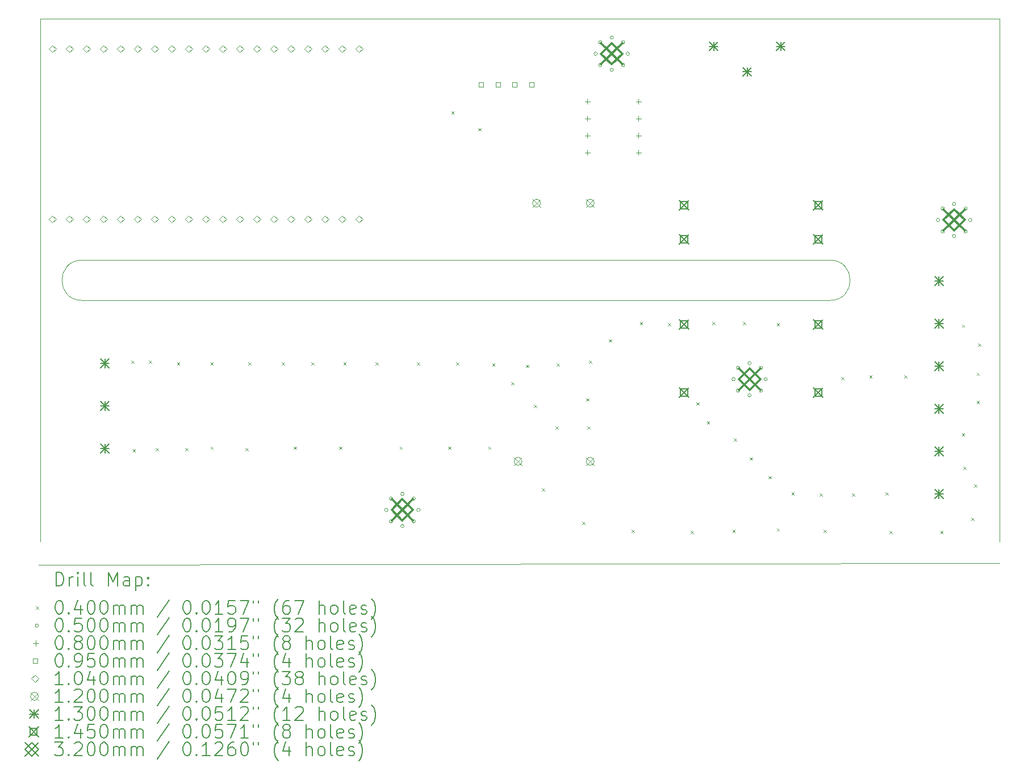
<source format=gbr>
%TF.GenerationSoftware,KiCad,Pcbnew,8.0.1*%
%TF.CreationDate,2024-04-01T00:46:39-05:00*%
%TF.ProjectId,sneksafe,736e656b-7361-4666-952e-6b696361645f,rev?*%
%TF.SameCoordinates,Original*%
%TF.FileFunction,Drillmap*%
%TF.FilePolarity,Positive*%
%FSLAX45Y45*%
G04 Gerber Fmt 4.5, Leading zero omitted, Abs format (unit mm)*
G04 Created by KiCad (PCBNEW 8.0.1) date 2024-04-01 00:46:39*
%MOMM*%
%LPD*%
G01*
G04 APERTURE LIST*
%ADD10C,0.100000*%
%ADD11C,0.200000*%
%ADD12C,0.104000*%
%ADD13C,0.120000*%
%ADD14C,0.130000*%
%ADD15C,0.145000*%
%ADD16C,0.320000*%
G04 APERTURE END LIST*
D10*
X8100000Y-6600000D02*
X22400000Y-6600000D01*
X19875000Y-10200000D02*
G75*
G02*
X19875000Y-10800000I0J-300000D01*
G01*
X14600000Y-10800000D02*
X19875000Y-10800000D01*
X8080000Y-14740000D02*
X22400000Y-14720000D01*
X19875000Y-10200000D02*
X14600000Y-10200000D01*
X14600000Y-10200000D02*
X8725000Y-10200000D01*
X8725000Y-10800000D02*
X14600000Y-10800000D01*
X8100000Y-6600000D02*
X8100000Y-14400000D01*
X22400000Y-14400000D02*
X22400000Y-6700000D01*
X22400000Y-6600000D02*
X22400000Y-6700000D01*
X8725000Y-10800000D02*
G75*
G02*
X8725000Y-10200000I0J300000D01*
G01*
D11*
D10*
X9460000Y-11700000D02*
X9500000Y-11740000D01*
X9500000Y-11700000D02*
X9460000Y-11740000D01*
X9480000Y-13020000D02*
X9520000Y-13060000D01*
X9520000Y-13020000D02*
X9480000Y-13060000D01*
X9720000Y-11700000D02*
X9760000Y-11740000D01*
X9760000Y-11700000D02*
X9720000Y-11740000D01*
X9820000Y-13000000D02*
X9860000Y-13040000D01*
X9860000Y-13000000D02*
X9820000Y-13040000D01*
X10140000Y-11720000D02*
X10180000Y-11760000D01*
X10180000Y-11720000D02*
X10140000Y-11760000D01*
X10260000Y-13000000D02*
X10300000Y-13040000D01*
X10300000Y-13000000D02*
X10260000Y-13040000D01*
X10640000Y-11720000D02*
X10680000Y-11760000D01*
X10680000Y-11720000D02*
X10640000Y-11760000D01*
X10640000Y-12980000D02*
X10680000Y-13020000D01*
X10680000Y-12980000D02*
X10640000Y-13020000D01*
X11160000Y-13000000D02*
X11200000Y-13040000D01*
X11200000Y-13000000D02*
X11160000Y-13040000D01*
X11200000Y-11720000D02*
X11240000Y-11760000D01*
X11240000Y-11720000D02*
X11200000Y-11760000D01*
X11700000Y-11720000D02*
X11740000Y-11760000D01*
X11740000Y-11720000D02*
X11700000Y-11760000D01*
X11880000Y-12980000D02*
X11920000Y-13020000D01*
X11920000Y-12980000D02*
X11880000Y-13020000D01*
X12140000Y-11720000D02*
X12180000Y-11760000D01*
X12180000Y-11720000D02*
X12140000Y-11760000D01*
X12560000Y-12980000D02*
X12600000Y-13020000D01*
X12600000Y-12980000D02*
X12560000Y-13020000D01*
X12620000Y-11720000D02*
X12660000Y-11760000D01*
X12660000Y-11720000D02*
X12620000Y-11760000D01*
X13100000Y-11720000D02*
X13140000Y-11760000D01*
X13140000Y-11720000D02*
X13100000Y-11760000D01*
X13460000Y-12980000D02*
X13500000Y-13020000D01*
X13500000Y-12980000D02*
X13460000Y-13020000D01*
X13720000Y-11720000D02*
X13760000Y-11760000D01*
X13760000Y-11720000D02*
X13720000Y-11760000D01*
X14180000Y-12980000D02*
X14220000Y-13020000D01*
X14220000Y-12980000D02*
X14180000Y-13020000D01*
X14230000Y-7980000D02*
X14270000Y-8020000D01*
X14270000Y-7980000D02*
X14230000Y-8020000D01*
X14300000Y-11720000D02*
X14340000Y-11760000D01*
X14340000Y-11720000D02*
X14300000Y-11760000D01*
X14630000Y-8230000D02*
X14670000Y-8270000D01*
X14670000Y-8230000D02*
X14630000Y-8270000D01*
X14780000Y-12980000D02*
X14820000Y-13020000D01*
X14820000Y-12980000D02*
X14780000Y-13020000D01*
X14840000Y-11740000D02*
X14880000Y-11780000D01*
X14880000Y-11740000D02*
X14840000Y-11780000D01*
X15120000Y-12020000D02*
X15160000Y-12060000D01*
X15160000Y-12020000D02*
X15120000Y-12060000D01*
X15340000Y-11760000D02*
X15380000Y-11800000D01*
X15380000Y-11760000D02*
X15340000Y-11800000D01*
X15460000Y-12360000D02*
X15500000Y-12400000D01*
X15500000Y-12360000D02*
X15460000Y-12400000D01*
X15580000Y-13600000D02*
X15620000Y-13640000D01*
X15620000Y-13600000D02*
X15580000Y-13640000D01*
X15780000Y-12680000D02*
X15820000Y-12720000D01*
X15820000Y-12680000D02*
X15780000Y-12720000D01*
X15800000Y-11740000D02*
X15840000Y-11780000D01*
X15840000Y-11740000D02*
X15800000Y-11780000D01*
X16180000Y-14100000D02*
X16220000Y-14140000D01*
X16220000Y-14100000D02*
X16180000Y-14140000D01*
X16240000Y-12260000D02*
X16280000Y-12300000D01*
X16280000Y-12260000D02*
X16240000Y-12300000D01*
X16260000Y-12680000D02*
X16300000Y-12720000D01*
X16300000Y-12680000D02*
X16260000Y-12720000D01*
X16280000Y-11700000D02*
X16320000Y-11740000D01*
X16320000Y-11700000D02*
X16280000Y-11740000D01*
X16580000Y-11380000D02*
X16620000Y-11420000D01*
X16620000Y-11380000D02*
X16580000Y-11420000D01*
X16920000Y-14220000D02*
X16960000Y-14260000D01*
X16960000Y-14220000D02*
X16920000Y-14260000D01*
X17040000Y-11120000D02*
X17080000Y-11160000D01*
X17080000Y-11120000D02*
X17040000Y-11160000D01*
X17460000Y-11140000D02*
X17500000Y-11180000D01*
X17500000Y-11140000D02*
X17460000Y-11180000D01*
X17800000Y-14240000D02*
X17840000Y-14280000D01*
X17840000Y-14240000D02*
X17800000Y-14280000D01*
X17880000Y-12320000D02*
X17920000Y-12360000D01*
X17920000Y-12320000D02*
X17880000Y-12360000D01*
X18040000Y-12600000D02*
X18080000Y-12640000D01*
X18080000Y-12600000D02*
X18040000Y-12640000D01*
X18120000Y-11120000D02*
X18160000Y-11160000D01*
X18160000Y-11120000D02*
X18120000Y-11160000D01*
X18420000Y-14220000D02*
X18460000Y-14260000D01*
X18460000Y-14220000D02*
X18420000Y-14260000D01*
X18440000Y-12860000D02*
X18480000Y-12900000D01*
X18480000Y-12860000D02*
X18440000Y-12900000D01*
X18580000Y-11120000D02*
X18620000Y-11160000D01*
X18620000Y-11120000D02*
X18580000Y-11160000D01*
X18680000Y-13140000D02*
X18720000Y-13180000D01*
X18720000Y-13140000D02*
X18680000Y-13180000D01*
X18960000Y-13420000D02*
X19000000Y-13460000D01*
X19000000Y-13420000D02*
X18960000Y-13460000D01*
X19080000Y-11140000D02*
X19120000Y-11180000D01*
X19120000Y-11140000D02*
X19080000Y-11180000D01*
X19080000Y-14200000D02*
X19120000Y-14240000D01*
X19120000Y-14200000D02*
X19080000Y-14240000D01*
X19300000Y-13660000D02*
X19340000Y-13700000D01*
X19340000Y-13660000D02*
X19300000Y-13700000D01*
X19720000Y-13680000D02*
X19760000Y-13720000D01*
X19760000Y-13680000D02*
X19720000Y-13720000D01*
X19780000Y-14220000D02*
X19820000Y-14260000D01*
X19820000Y-14220000D02*
X19780000Y-14260000D01*
X20040000Y-11940000D02*
X20080000Y-11980000D01*
X20080000Y-11940000D02*
X20040000Y-11980000D01*
X20200000Y-13680000D02*
X20240000Y-13720000D01*
X20240000Y-13680000D02*
X20200000Y-13720000D01*
X20460000Y-11920000D02*
X20500000Y-11960000D01*
X20500000Y-11920000D02*
X20460000Y-11960000D01*
X20700000Y-13660000D02*
X20740000Y-13700000D01*
X20740000Y-13660000D02*
X20700000Y-13700000D01*
X20760000Y-14240000D02*
X20800000Y-14280000D01*
X20800000Y-14240000D02*
X20760000Y-14280000D01*
X20980000Y-11920000D02*
X21020000Y-11960000D01*
X21020000Y-11920000D02*
X20980000Y-11960000D01*
X21520000Y-14240000D02*
X21560000Y-14280000D01*
X21560000Y-14240000D02*
X21520000Y-14280000D01*
X21840000Y-11160000D02*
X21880000Y-11200000D01*
X21880000Y-11160000D02*
X21840000Y-11200000D01*
X21840000Y-12780000D02*
X21880000Y-12820000D01*
X21880000Y-12780000D02*
X21840000Y-12820000D01*
X21860000Y-13280000D02*
X21900000Y-13320000D01*
X21900000Y-13280000D02*
X21860000Y-13320000D01*
X21980000Y-14040000D02*
X22020000Y-14080000D01*
X22020000Y-14040000D02*
X21980000Y-14080000D01*
X22020000Y-13540000D02*
X22060000Y-13580000D01*
X22060000Y-13540000D02*
X22020000Y-13580000D01*
X22060000Y-11880000D02*
X22100000Y-11920000D01*
X22100000Y-11880000D02*
X22060000Y-11920000D01*
X22060000Y-12300000D02*
X22100000Y-12340000D01*
X22100000Y-12300000D02*
X22060000Y-12340000D01*
X22080000Y-11440000D02*
X22120000Y-11480000D01*
X22120000Y-11440000D02*
X22080000Y-11480000D01*
X13285000Y-13925000D02*
G75*
G02*
X13235000Y-13925000I-25000J0D01*
G01*
X13235000Y-13925000D02*
G75*
G02*
X13285000Y-13925000I25000J0D01*
G01*
X13355294Y-13755294D02*
G75*
G02*
X13305294Y-13755294I-25000J0D01*
G01*
X13305294Y-13755294D02*
G75*
G02*
X13355294Y-13755294I25000J0D01*
G01*
X13355294Y-14094706D02*
G75*
G02*
X13305294Y-14094706I-25000J0D01*
G01*
X13305294Y-14094706D02*
G75*
G02*
X13355294Y-14094706I25000J0D01*
G01*
X13525000Y-13685000D02*
G75*
G02*
X13475000Y-13685000I-25000J0D01*
G01*
X13475000Y-13685000D02*
G75*
G02*
X13525000Y-13685000I25000J0D01*
G01*
X13525000Y-14165000D02*
G75*
G02*
X13475000Y-14165000I-25000J0D01*
G01*
X13475000Y-14165000D02*
G75*
G02*
X13525000Y-14165000I25000J0D01*
G01*
X13694706Y-13755294D02*
G75*
G02*
X13644706Y-13755294I-25000J0D01*
G01*
X13644706Y-13755294D02*
G75*
G02*
X13694706Y-13755294I25000J0D01*
G01*
X13694706Y-14094706D02*
G75*
G02*
X13644706Y-14094706I-25000J0D01*
G01*
X13644706Y-14094706D02*
G75*
G02*
X13694706Y-14094706I25000J0D01*
G01*
X13765000Y-13925000D02*
G75*
G02*
X13715000Y-13925000I-25000J0D01*
G01*
X13715000Y-13925000D02*
G75*
G02*
X13765000Y-13925000I25000J0D01*
G01*
X16405000Y-7120000D02*
G75*
G02*
X16355000Y-7120000I-25000J0D01*
G01*
X16355000Y-7120000D02*
G75*
G02*
X16405000Y-7120000I25000J0D01*
G01*
X16475294Y-6950294D02*
G75*
G02*
X16425294Y-6950294I-25000J0D01*
G01*
X16425294Y-6950294D02*
G75*
G02*
X16475294Y-6950294I25000J0D01*
G01*
X16475294Y-7289706D02*
G75*
G02*
X16425294Y-7289706I-25000J0D01*
G01*
X16425294Y-7289706D02*
G75*
G02*
X16475294Y-7289706I25000J0D01*
G01*
X16645000Y-6880000D02*
G75*
G02*
X16595000Y-6880000I-25000J0D01*
G01*
X16595000Y-6880000D02*
G75*
G02*
X16645000Y-6880000I25000J0D01*
G01*
X16645000Y-7360000D02*
G75*
G02*
X16595000Y-7360000I-25000J0D01*
G01*
X16595000Y-7360000D02*
G75*
G02*
X16645000Y-7360000I25000J0D01*
G01*
X16814706Y-6950294D02*
G75*
G02*
X16764706Y-6950294I-25000J0D01*
G01*
X16764706Y-6950294D02*
G75*
G02*
X16814706Y-6950294I25000J0D01*
G01*
X16814706Y-7289706D02*
G75*
G02*
X16764706Y-7289706I-25000J0D01*
G01*
X16764706Y-7289706D02*
G75*
G02*
X16814706Y-7289706I25000J0D01*
G01*
X16885000Y-7120000D02*
G75*
G02*
X16835000Y-7120000I-25000J0D01*
G01*
X16835000Y-7120000D02*
G75*
G02*
X16885000Y-7120000I25000J0D01*
G01*
X18460000Y-11975000D02*
G75*
G02*
X18410000Y-11975000I-25000J0D01*
G01*
X18410000Y-11975000D02*
G75*
G02*
X18460000Y-11975000I25000J0D01*
G01*
X18530294Y-11805294D02*
G75*
G02*
X18480294Y-11805294I-25000J0D01*
G01*
X18480294Y-11805294D02*
G75*
G02*
X18530294Y-11805294I25000J0D01*
G01*
X18530294Y-12144706D02*
G75*
G02*
X18480294Y-12144706I-25000J0D01*
G01*
X18480294Y-12144706D02*
G75*
G02*
X18530294Y-12144706I25000J0D01*
G01*
X18700000Y-11735000D02*
G75*
G02*
X18650000Y-11735000I-25000J0D01*
G01*
X18650000Y-11735000D02*
G75*
G02*
X18700000Y-11735000I25000J0D01*
G01*
X18700000Y-12215000D02*
G75*
G02*
X18650000Y-12215000I-25000J0D01*
G01*
X18650000Y-12215000D02*
G75*
G02*
X18700000Y-12215000I25000J0D01*
G01*
X18869706Y-11805294D02*
G75*
G02*
X18819706Y-11805294I-25000J0D01*
G01*
X18819706Y-11805294D02*
G75*
G02*
X18869706Y-11805294I25000J0D01*
G01*
X18869706Y-12144706D02*
G75*
G02*
X18819706Y-12144706I-25000J0D01*
G01*
X18819706Y-12144706D02*
G75*
G02*
X18869706Y-12144706I25000J0D01*
G01*
X18940000Y-11975000D02*
G75*
G02*
X18890000Y-11975000I-25000J0D01*
G01*
X18890000Y-11975000D02*
G75*
G02*
X18940000Y-11975000I25000J0D01*
G01*
X21510000Y-9600000D02*
G75*
G02*
X21460000Y-9600000I-25000J0D01*
G01*
X21460000Y-9600000D02*
G75*
G02*
X21510000Y-9600000I25000J0D01*
G01*
X21580294Y-9430294D02*
G75*
G02*
X21530294Y-9430294I-25000J0D01*
G01*
X21530294Y-9430294D02*
G75*
G02*
X21580294Y-9430294I25000J0D01*
G01*
X21580294Y-9769706D02*
G75*
G02*
X21530294Y-9769706I-25000J0D01*
G01*
X21530294Y-9769706D02*
G75*
G02*
X21580294Y-9769706I25000J0D01*
G01*
X21750000Y-9360000D02*
G75*
G02*
X21700000Y-9360000I-25000J0D01*
G01*
X21700000Y-9360000D02*
G75*
G02*
X21750000Y-9360000I25000J0D01*
G01*
X21750000Y-9840000D02*
G75*
G02*
X21700000Y-9840000I-25000J0D01*
G01*
X21700000Y-9840000D02*
G75*
G02*
X21750000Y-9840000I25000J0D01*
G01*
X21919706Y-9430294D02*
G75*
G02*
X21869706Y-9430294I-25000J0D01*
G01*
X21869706Y-9430294D02*
G75*
G02*
X21919706Y-9430294I25000J0D01*
G01*
X21919706Y-9769706D02*
G75*
G02*
X21869706Y-9769706I-25000J0D01*
G01*
X21869706Y-9769706D02*
G75*
G02*
X21919706Y-9769706I25000J0D01*
G01*
X21990000Y-9600000D02*
G75*
G02*
X21940000Y-9600000I-25000J0D01*
G01*
X21940000Y-9600000D02*
G75*
G02*
X21990000Y-9600000I25000J0D01*
G01*
X16260000Y-7792000D02*
X16260000Y-7872000D01*
X16220000Y-7832000D02*
X16300000Y-7832000D01*
X16260000Y-8046000D02*
X16260000Y-8126000D01*
X16220000Y-8086000D02*
X16300000Y-8086000D01*
X16260000Y-8300000D02*
X16260000Y-8380000D01*
X16220000Y-8340000D02*
X16300000Y-8340000D01*
X16260000Y-8554000D02*
X16260000Y-8634000D01*
X16220000Y-8594000D02*
X16300000Y-8594000D01*
X17022000Y-7792000D02*
X17022000Y-7872000D01*
X16982000Y-7832000D02*
X17062000Y-7832000D01*
X17022000Y-8046000D02*
X17022000Y-8126000D01*
X16982000Y-8086000D02*
X17062000Y-8086000D01*
X17022000Y-8300000D02*
X17022000Y-8380000D01*
X16982000Y-8340000D02*
X17062000Y-8340000D01*
X17022000Y-8554000D02*
X17022000Y-8634000D01*
X16982000Y-8594000D02*
X17062000Y-8594000D01*
X14708588Y-7618588D02*
X14708588Y-7551412D01*
X14641412Y-7551412D01*
X14641412Y-7618588D01*
X14708588Y-7618588D01*
X14958588Y-7618588D02*
X14958588Y-7551412D01*
X14891412Y-7551412D01*
X14891412Y-7618588D01*
X14958588Y-7618588D01*
X15208588Y-7618588D02*
X15208588Y-7551412D01*
X15141412Y-7551412D01*
X15141412Y-7618588D01*
X15208588Y-7618588D01*
X15458588Y-7618588D02*
X15458588Y-7551412D01*
X15391412Y-7551412D01*
X15391412Y-7618588D01*
X15458588Y-7618588D01*
D12*
X8284000Y-7102000D02*
X8336000Y-7050000D01*
X8284000Y-6998000D01*
X8232000Y-7050000D01*
X8284000Y-7102000D01*
X8284000Y-9642000D02*
X8336000Y-9590000D01*
X8284000Y-9538000D01*
X8232000Y-9590000D01*
X8284000Y-9642000D01*
X8538000Y-7102000D02*
X8590000Y-7050000D01*
X8538000Y-6998000D01*
X8486000Y-7050000D01*
X8538000Y-7102000D01*
X8538000Y-9642000D02*
X8590000Y-9590000D01*
X8538000Y-9538000D01*
X8486000Y-9590000D01*
X8538000Y-9642000D01*
X8792000Y-7102000D02*
X8844000Y-7050000D01*
X8792000Y-6998000D01*
X8740000Y-7050000D01*
X8792000Y-7102000D01*
X8792000Y-9642000D02*
X8844000Y-9590000D01*
X8792000Y-9538000D01*
X8740000Y-9590000D01*
X8792000Y-9642000D01*
X9046000Y-7102000D02*
X9098000Y-7050000D01*
X9046000Y-6998000D01*
X8994000Y-7050000D01*
X9046000Y-7102000D01*
X9046000Y-9642000D02*
X9098000Y-9590000D01*
X9046000Y-9538000D01*
X8994000Y-9590000D01*
X9046000Y-9642000D01*
X9300000Y-7102000D02*
X9352000Y-7050000D01*
X9300000Y-6998000D01*
X9248000Y-7050000D01*
X9300000Y-7102000D01*
X9300000Y-9642000D02*
X9352000Y-9590000D01*
X9300000Y-9538000D01*
X9248000Y-9590000D01*
X9300000Y-9642000D01*
X9554000Y-7102000D02*
X9606000Y-7050000D01*
X9554000Y-6998000D01*
X9502000Y-7050000D01*
X9554000Y-7102000D01*
X9554000Y-9642000D02*
X9606000Y-9590000D01*
X9554000Y-9538000D01*
X9502000Y-9590000D01*
X9554000Y-9642000D01*
X9808000Y-7102000D02*
X9860000Y-7050000D01*
X9808000Y-6998000D01*
X9756000Y-7050000D01*
X9808000Y-7102000D01*
X9808000Y-9642000D02*
X9860000Y-9590000D01*
X9808000Y-9538000D01*
X9756000Y-9590000D01*
X9808000Y-9642000D01*
X10062000Y-7102000D02*
X10114000Y-7050000D01*
X10062000Y-6998000D01*
X10010000Y-7050000D01*
X10062000Y-7102000D01*
X10062000Y-9642000D02*
X10114000Y-9590000D01*
X10062000Y-9538000D01*
X10010000Y-9590000D01*
X10062000Y-9642000D01*
X10316000Y-7102000D02*
X10368000Y-7050000D01*
X10316000Y-6998000D01*
X10264000Y-7050000D01*
X10316000Y-7102000D01*
X10316000Y-9642000D02*
X10368000Y-9590000D01*
X10316000Y-9538000D01*
X10264000Y-9590000D01*
X10316000Y-9642000D01*
X10570000Y-7102000D02*
X10622000Y-7050000D01*
X10570000Y-6998000D01*
X10518000Y-7050000D01*
X10570000Y-7102000D01*
X10570000Y-9642000D02*
X10622000Y-9590000D01*
X10570000Y-9538000D01*
X10518000Y-9590000D01*
X10570000Y-9642000D01*
X10824000Y-7102000D02*
X10876000Y-7050000D01*
X10824000Y-6998000D01*
X10772000Y-7050000D01*
X10824000Y-7102000D01*
X10824000Y-9642000D02*
X10876000Y-9590000D01*
X10824000Y-9538000D01*
X10772000Y-9590000D01*
X10824000Y-9642000D01*
X11078000Y-7102000D02*
X11130000Y-7050000D01*
X11078000Y-6998000D01*
X11026000Y-7050000D01*
X11078000Y-7102000D01*
X11078000Y-9642000D02*
X11130000Y-9590000D01*
X11078000Y-9538000D01*
X11026000Y-9590000D01*
X11078000Y-9642000D01*
X11332000Y-7102000D02*
X11384000Y-7050000D01*
X11332000Y-6998000D01*
X11280000Y-7050000D01*
X11332000Y-7102000D01*
X11332000Y-9642000D02*
X11384000Y-9590000D01*
X11332000Y-9538000D01*
X11280000Y-9590000D01*
X11332000Y-9642000D01*
X11586000Y-7102000D02*
X11638000Y-7050000D01*
X11586000Y-6998000D01*
X11534000Y-7050000D01*
X11586000Y-7102000D01*
X11586000Y-9642000D02*
X11638000Y-9590000D01*
X11586000Y-9538000D01*
X11534000Y-9590000D01*
X11586000Y-9642000D01*
X11840000Y-7102000D02*
X11892000Y-7050000D01*
X11840000Y-6998000D01*
X11788000Y-7050000D01*
X11840000Y-7102000D01*
X11840000Y-9642000D02*
X11892000Y-9590000D01*
X11840000Y-9538000D01*
X11788000Y-9590000D01*
X11840000Y-9642000D01*
X12094000Y-7102000D02*
X12146000Y-7050000D01*
X12094000Y-6998000D01*
X12042000Y-7050000D01*
X12094000Y-7102000D01*
X12094000Y-9642000D02*
X12146000Y-9590000D01*
X12094000Y-9538000D01*
X12042000Y-9590000D01*
X12094000Y-9642000D01*
X12348000Y-7102000D02*
X12400000Y-7050000D01*
X12348000Y-6998000D01*
X12296000Y-7050000D01*
X12348000Y-7102000D01*
X12348000Y-9642000D02*
X12400000Y-9590000D01*
X12348000Y-9538000D01*
X12296000Y-9590000D01*
X12348000Y-9642000D01*
X12602000Y-7102000D02*
X12654000Y-7050000D01*
X12602000Y-6998000D01*
X12550000Y-7050000D01*
X12602000Y-7102000D01*
X12602000Y-9642000D02*
X12654000Y-9590000D01*
X12602000Y-9538000D01*
X12550000Y-9590000D01*
X12602000Y-9642000D01*
X12856000Y-7102000D02*
X12908000Y-7050000D01*
X12856000Y-6998000D01*
X12804000Y-7050000D01*
X12856000Y-7102000D01*
X12856000Y-9642000D02*
X12908000Y-9590000D01*
X12856000Y-9538000D01*
X12804000Y-9590000D01*
X12856000Y-9642000D01*
D13*
X15165000Y-13140000D02*
X15285000Y-13260000D01*
X15285000Y-13140000D02*
X15165000Y-13260000D01*
X15285000Y-13200000D02*
G75*
G02*
X15165000Y-13200000I-60000J0D01*
G01*
X15165000Y-13200000D02*
G75*
G02*
X15285000Y-13200000I60000J0D01*
G01*
X15440000Y-9290000D02*
X15560000Y-9410000D01*
X15560000Y-9290000D02*
X15440000Y-9410000D01*
X15560000Y-9350000D02*
G75*
G02*
X15440000Y-9350000I-60000J0D01*
G01*
X15440000Y-9350000D02*
G75*
G02*
X15560000Y-9350000I60000J0D01*
G01*
X16240000Y-9290000D02*
X16360000Y-9410000D01*
X16360000Y-9290000D02*
X16240000Y-9410000D01*
X16360000Y-9350000D02*
G75*
G02*
X16240000Y-9350000I-60000J0D01*
G01*
X16240000Y-9350000D02*
G75*
G02*
X16360000Y-9350000I60000J0D01*
G01*
X16240000Y-13140000D02*
X16360000Y-13260000D01*
X16360000Y-13140000D02*
X16240000Y-13260000D01*
X16360000Y-13200000D02*
G75*
G02*
X16240000Y-13200000I-60000J0D01*
G01*
X16240000Y-13200000D02*
G75*
G02*
X16360000Y-13200000I60000J0D01*
G01*
D14*
X9000000Y-11674500D02*
X9130000Y-11804500D01*
X9130000Y-11674500D02*
X9000000Y-11804500D01*
X9065000Y-11674500D02*
X9065000Y-11804500D01*
X9000000Y-11739500D02*
X9130000Y-11739500D01*
X9000000Y-12309500D02*
X9130000Y-12439500D01*
X9130000Y-12309500D02*
X9000000Y-12439500D01*
X9065000Y-12309500D02*
X9065000Y-12439500D01*
X9000000Y-12374500D02*
X9130000Y-12374500D01*
X9000000Y-12944500D02*
X9130000Y-13074500D01*
X9130000Y-12944500D02*
X9000000Y-13074500D01*
X9065000Y-12944500D02*
X9065000Y-13074500D01*
X9000000Y-13009500D02*
X9130000Y-13009500D01*
X18075000Y-6945000D02*
X18205000Y-7075000D01*
X18205000Y-6945000D02*
X18075000Y-7075000D01*
X18140000Y-6945000D02*
X18140000Y-7075000D01*
X18075000Y-7010000D02*
X18205000Y-7010000D01*
X18575000Y-7325000D02*
X18705000Y-7455000D01*
X18705000Y-7325000D02*
X18575000Y-7455000D01*
X18640000Y-7325000D02*
X18640000Y-7455000D01*
X18575000Y-7390000D02*
X18705000Y-7390000D01*
X19075000Y-6945000D02*
X19205000Y-7075000D01*
X19205000Y-6945000D02*
X19075000Y-7075000D01*
X19140000Y-6945000D02*
X19140000Y-7075000D01*
X19075000Y-7010000D02*
X19205000Y-7010000D01*
X21435000Y-10445000D02*
X21565000Y-10575000D01*
X21565000Y-10445000D02*
X21435000Y-10575000D01*
X21500000Y-10445000D02*
X21500000Y-10575000D01*
X21435000Y-10510000D02*
X21565000Y-10510000D01*
X21435000Y-11080000D02*
X21565000Y-11210000D01*
X21565000Y-11080000D02*
X21435000Y-11210000D01*
X21500000Y-11080000D02*
X21500000Y-11210000D01*
X21435000Y-11145000D02*
X21565000Y-11145000D01*
X21435000Y-11715000D02*
X21565000Y-11845000D01*
X21565000Y-11715000D02*
X21435000Y-11845000D01*
X21500000Y-11715000D02*
X21500000Y-11845000D01*
X21435000Y-11780000D02*
X21565000Y-11780000D01*
X21435000Y-12350000D02*
X21565000Y-12480000D01*
X21565000Y-12350000D02*
X21435000Y-12480000D01*
X21500000Y-12350000D02*
X21500000Y-12480000D01*
X21435000Y-12415000D02*
X21565000Y-12415000D01*
X21435000Y-12985000D02*
X21565000Y-13115000D01*
X21565000Y-12985000D02*
X21435000Y-13115000D01*
X21500000Y-12985000D02*
X21500000Y-13115000D01*
X21435000Y-13050000D02*
X21565000Y-13050000D01*
X21435000Y-13620000D02*
X21565000Y-13750000D01*
X21565000Y-13620000D02*
X21435000Y-13750000D01*
X21500000Y-13620000D02*
X21500000Y-13750000D01*
X21435000Y-13685000D02*
X21565000Y-13685000D01*
D15*
X17627500Y-9307500D02*
X17772500Y-9452500D01*
X17772500Y-9307500D02*
X17627500Y-9452500D01*
X17751266Y-9431266D02*
X17751266Y-9328734D01*
X17648734Y-9328734D01*
X17648734Y-9431266D01*
X17751266Y-9431266D01*
X17627500Y-9815500D02*
X17772500Y-9960500D01*
X17772500Y-9815500D02*
X17627500Y-9960500D01*
X17751266Y-9939266D02*
X17751266Y-9836734D01*
X17648734Y-9836734D01*
X17648734Y-9939266D01*
X17751266Y-9939266D01*
X17627500Y-11085500D02*
X17772500Y-11230500D01*
X17772500Y-11085500D02*
X17627500Y-11230500D01*
X17751266Y-11209266D02*
X17751266Y-11106734D01*
X17648734Y-11106734D01*
X17648734Y-11209266D01*
X17751266Y-11209266D01*
X17627500Y-12101500D02*
X17772500Y-12246500D01*
X17772500Y-12101500D02*
X17627500Y-12246500D01*
X17751266Y-12225266D02*
X17751266Y-12122734D01*
X17648734Y-12122734D01*
X17648734Y-12225266D01*
X17751266Y-12225266D01*
X19627500Y-9307500D02*
X19772500Y-9452500D01*
X19772500Y-9307500D02*
X19627500Y-9452500D01*
X19751266Y-9431266D02*
X19751266Y-9328734D01*
X19648734Y-9328734D01*
X19648734Y-9431266D01*
X19751266Y-9431266D01*
X19627500Y-9815500D02*
X19772500Y-9960500D01*
X19772500Y-9815500D02*
X19627500Y-9960500D01*
X19751266Y-9939266D02*
X19751266Y-9836734D01*
X19648734Y-9836734D01*
X19648734Y-9939266D01*
X19751266Y-9939266D01*
X19627500Y-11085500D02*
X19772500Y-11230500D01*
X19772500Y-11085500D02*
X19627500Y-11230500D01*
X19751266Y-11209266D02*
X19751266Y-11106734D01*
X19648734Y-11106734D01*
X19648734Y-11209266D01*
X19751266Y-11209266D01*
X19627500Y-12101500D02*
X19772500Y-12246500D01*
X19772500Y-12101500D02*
X19627500Y-12246500D01*
X19751266Y-12225266D02*
X19751266Y-12122734D01*
X19648734Y-12122734D01*
X19648734Y-12225266D01*
X19751266Y-12225266D01*
D16*
X13340000Y-13765000D02*
X13660000Y-14085000D01*
X13660000Y-13765000D02*
X13340000Y-14085000D01*
X13500000Y-14085000D02*
X13660000Y-13925000D01*
X13500000Y-13765000D01*
X13340000Y-13925000D01*
X13500000Y-14085000D01*
X16460000Y-6960000D02*
X16780000Y-7280000D01*
X16780000Y-6960000D02*
X16460000Y-7280000D01*
X16620000Y-7280000D02*
X16780000Y-7120000D01*
X16620000Y-6960000D01*
X16460000Y-7120000D01*
X16620000Y-7280000D01*
X18515000Y-11815000D02*
X18835000Y-12135000D01*
X18835000Y-11815000D02*
X18515000Y-12135000D01*
X18675000Y-12135000D02*
X18835000Y-11975000D01*
X18675000Y-11815000D01*
X18515000Y-11975000D01*
X18675000Y-12135000D01*
X21565000Y-9440000D02*
X21885000Y-9760000D01*
X21885000Y-9440000D02*
X21565000Y-9760000D01*
X21725000Y-9760000D02*
X21885000Y-9600000D01*
X21725000Y-9440000D01*
X21565000Y-9600000D01*
X21725000Y-9760000D01*
D11*
X8335777Y-15056484D02*
X8335777Y-14856484D01*
X8335777Y-14856484D02*
X8383396Y-14856484D01*
X8383396Y-14856484D02*
X8411967Y-14866008D01*
X8411967Y-14866008D02*
X8431015Y-14885055D01*
X8431015Y-14885055D02*
X8440539Y-14904103D01*
X8440539Y-14904103D02*
X8450063Y-14942198D01*
X8450063Y-14942198D02*
X8450063Y-14970769D01*
X8450063Y-14970769D02*
X8440539Y-15008865D01*
X8440539Y-15008865D02*
X8431015Y-15027912D01*
X8431015Y-15027912D02*
X8411967Y-15046960D01*
X8411967Y-15046960D02*
X8383396Y-15056484D01*
X8383396Y-15056484D02*
X8335777Y-15056484D01*
X8535777Y-15056484D02*
X8535777Y-14923150D01*
X8535777Y-14961246D02*
X8545301Y-14942198D01*
X8545301Y-14942198D02*
X8554824Y-14932674D01*
X8554824Y-14932674D02*
X8573872Y-14923150D01*
X8573872Y-14923150D02*
X8592920Y-14923150D01*
X8659586Y-15056484D02*
X8659586Y-14923150D01*
X8659586Y-14856484D02*
X8650063Y-14866008D01*
X8650063Y-14866008D02*
X8659586Y-14875531D01*
X8659586Y-14875531D02*
X8669110Y-14866008D01*
X8669110Y-14866008D02*
X8659586Y-14856484D01*
X8659586Y-14856484D02*
X8659586Y-14875531D01*
X8783396Y-15056484D02*
X8764348Y-15046960D01*
X8764348Y-15046960D02*
X8754824Y-15027912D01*
X8754824Y-15027912D02*
X8754824Y-14856484D01*
X8888158Y-15056484D02*
X8869110Y-15046960D01*
X8869110Y-15046960D02*
X8859586Y-15027912D01*
X8859586Y-15027912D02*
X8859586Y-14856484D01*
X9116729Y-15056484D02*
X9116729Y-14856484D01*
X9116729Y-14856484D02*
X9183396Y-14999341D01*
X9183396Y-14999341D02*
X9250063Y-14856484D01*
X9250063Y-14856484D02*
X9250063Y-15056484D01*
X9431015Y-15056484D02*
X9431015Y-14951722D01*
X9431015Y-14951722D02*
X9421491Y-14932674D01*
X9421491Y-14932674D02*
X9402444Y-14923150D01*
X9402444Y-14923150D02*
X9364348Y-14923150D01*
X9364348Y-14923150D02*
X9345301Y-14932674D01*
X9431015Y-15046960D02*
X9411967Y-15056484D01*
X9411967Y-15056484D02*
X9364348Y-15056484D01*
X9364348Y-15056484D02*
X9345301Y-15046960D01*
X9345301Y-15046960D02*
X9335777Y-15027912D01*
X9335777Y-15027912D02*
X9335777Y-15008865D01*
X9335777Y-15008865D02*
X9345301Y-14989817D01*
X9345301Y-14989817D02*
X9364348Y-14980293D01*
X9364348Y-14980293D02*
X9411967Y-14980293D01*
X9411967Y-14980293D02*
X9431015Y-14970769D01*
X9526253Y-14923150D02*
X9526253Y-15123150D01*
X9526253Y-14932674D02*
X9545301Y-14923150D01*
X9545301Y-14923150D02*
X9583396Y-14923150D01*
X9583396Y-14923150D02*
X9602444Y-14932674D01*
X9602444Y-14932674D02*
X9611967Y-14942198D01*
X9611967Y-14942198D02*
X9621491Y-14961246D01*
X9621491Y-14961246D02*
X9621491Y-15018388D01*
X9621491Y-15018388D02*
X9611967Y-15037436D01*
X9611967Y-15037436D02*
X9602444Y-15046960D01*
X9602444Y-15046960D02*
X9583396Y-15056484D01*
X9583396Y-15056484D02*
X9545301Y-15056484D01*
X9545301Y-15056484D02*
X9526253Y-15046960D01*
X9707205Y-15037436D02*
X9716729Y-15046960D01*
X9716729Y-15046960D02*
X9707205Y-15056484D01*
X9707205Y-15056484D02*
X9697682Y-15046960D01*
X9697682Y-15046960D02*
X9707205Y-15037436D01*
X9707205Y-15037436D02*
X9707205Y-15056484D01*
X9707205Y-14932674D02*
X9716729Y-14942198D01*
X9716729Y-14942198D02*
X9707205Y-14951722D01*
X9707205Y-14951722D02*
X9697682Y-14942198D01*
X9697682Y-14942198D02*
X9707205Y-14932674D01*
X9707205Y-14932674D02*
X9707205Y-14951722D01*
D10*
X8035000Y-15365000D02*
X8075000Y-15405000D01*
X8075000Y-15365000D02*
X8035000Y-15405000D01*
D11*
X8373872Y-15276484D02*
X8392920Y-15276484D01*
X8392920Y-15276484D02*
X8411967Y-15286008D01*
X8411967Y-15286008D02*
X8421491Y-15295531D01*
X8421491Y-15295531D02*
X8431015Y-15314579D01*
X8431015Y-15314579D02*
X8440539Y-15352674D01*
X8440539Y-15352674D02*
X8440539Y-15400293D01*
X8440539Y-15400293D02*
X8431015Y-15438388D01*
X8431015Y-15438388D02*
X8421491Y-15457436D01*
X8421491Y-15457436D02*
X8411967Y-15466960D01*
X8411967Y-15466960D02*
X8392920Y-15476484D01*
X8392920Y-15476484D02*
X8373872Y-15476484D01*
X8373872Y-15476484D02*
X8354824Y-15466960D01*
X8354824Y-15466960D02*
X8345301Y-15457436D01*
X8345301Y-15457436D02*
X8335777Y-15438388D01*
X8335777Y-15438388D02*
X8326253Y-15400293D01*
X8326253Y-15400293D02*
X8326253Y-15352674D01*
X8326253Y-15352674D02*
X8335777Y-15314579D01*
X8335777Y-15314579D02*
X8345301Y-15295531D01*
X8345301Y-15295531D02*
X8354824Y-15286008D01*
X8354824Y-15286008D02*
X8373872Y-15276484D01*
X8526253Y-15457436D02*
X8535777Y-15466960D01*
X8535777Y-15466960D02*
X8526253Y-15476484D01*
X8526253Y-15476484D02*
X8516729Y-15466960D01*
X8516729Y-15466960D02*
X8526253Y-15457436D01*
X8526253Y-15457436D02*
X8526253Y-15476484D01*
X8707205Y-15343150D02*
X8707205Y-15476484D01*
X8659586Y-15266960D02*
X8611967Y-15409817D01*
X8611967Y-15409817D02*
X8735777Y-15409817D01*
X8850063Y-15276484D02*
X8869110Y-15276484D01*
X8869110Y-15276484D02*
X8888158Y-15286008D01*
X8888158Y-15286008D02*
X8897682Y-15295531D01*
X8897682Y-15295531D02*
X8907205Y-15314579D01*
X8907205Y-15314579D02*
X8916729Y-15352674D01*
X8916729Y-15352674D02*
X8916729Y-15400293D01*
X8916729Y-15400293D02*
X8907205Y-15438388D01*
X8907205Y-15438388D02*
X8897682Y-15457436D01*
X8897682Y-15457436D02*
X8888158Y-15466960D01*
X8888158Y-15466960D02*
X8869110Y-15476484D01*
X8869110Y-15476484D02*
X8850063Y-15476484D01*
X8850063Y-15476484D02*
X8831015Y-15466960D01*
X8831015Y-15466960D02*
X8821491Y-15457436D01*
X8821491Y-15457436D02*
X8811967Y-15438388D01*
X8811967Y-15438388D02*
X8802444Y-15400293D01*
X8802444Y-15400293D02*
X8802444Y-15352674D01*
X8802444Y-15352674D02*
X8811967Y-15314579D01*
X8811967Y-15314579D02*
X8821491Y-15295531D01*
X8821491Y-15295531D02*
X8831015Y-15286008D01*
X8831015Y-15286008D02*
X8850063Y-15276484D01*
X9040539Y-15276484D02*
X9059586Y-15276484D01*
X9059586Y-15276484D02*
X9078634Y-15286008D01*
X9078634Y-15286008D02*
X9088158Y-15295531D01*
X9088158Y-15295531D02*
X9097682Y-15314579D01*
X9097682Y-15314579D02*
X9107205Y-15352674D01*
X9107205Y-15352674D02*
X9107205Y-15400293D01*
X9107205Y-15400293D02*
X9097682Y-15438388D01*
X9097682Y-15438388D02*
X9088158Y-15457436D01*
X9088158Y-15457436D02*
X9078634Y-15466960D01*
X9078634Y-15466960D02*
X9059586Y-15476484D01*
X9059586Y-15476484D02*
X9040539Y-15476484D01*
X9040539Y-15476484D02*
X9021491Y-15466960D01*
X9021491Y-15466960D02*
X9011967Y-15457436D01*
X9011967Y-15457436D02*
X9002444Y-15438388D01*
X9002444Y-15438388D02*
X8992920Y-15400293D01*
X8992920Y-15400293D02*
X8992920Y-15352674D01*
X8992920Y-15352674D02*
X9002444Y-15314579D01*
X9002444Y-15314579D02*
X9011967Y-15295531D01*
X9011967Y-15295531D02*
X9021491Y-15286008D01*
X9021491Y-15286008D02*
X9040539Y-15276484D01*
X9192920Y-15476484D02*
X9192920Y-15343150D01*
X9192920Y-15362198D02*
X9202444Y-15352674D01*
X9202444Y-15352674D02*
X9221491Y-15343150D01*
X9221491Y-15343150D02*
X9250063Y-15343150D01*
X9250063Y-15343150D02*
X9269110Y-15352674D01*
X9269110Y-15352674D02*
X9278634Y-15371722D01*
X9278634Y-15371722D02*
X9278634Y-15476484D01*
X9278634Y-15371722D02*
X9288158Y-15352674D01*
X9288158Y-15352674D02*
X9307205Y-15343150D01*
X9307205Y-15343150D02*
X9335777Y-15343150D01*
X9335777Y-15343150D02*
X9354825Y-15352674D01*
X9354825Y-15352674D02*
X9364348Y-15371722D01*
X9364348Y-15371722D02*
X9364348Y-15476484D01*
X9459586Y-15476484D02*
X9459586Y-15343150D01*
X9459586Y-15362198D02*
X9469110Y-15352674D01*
X9469110Y-15352674D02*
X9488158Y-15343150D01*
X9488158Y-15343150D02*
X9516729Y-15343150D01*
X9516729Y-15343150D02*
X9535777Y-15352674D01*
X9535777Y-15352674D02*
X9545301Y-15371722D01*
X9545301Y-15371722D02*
X9545301Y-15476484D01*
X9545301Y-15371722D02*
X9554825Y-15352674D01*
X9554825Y-15352674D02*
X9573872Y-15343150D01*
X9573872Y-15343150D02*
X9602444Y-15343150D01*
X9602444Y-15343150D02*
X9621491Y-15352674D01*
X9621491Y-15352674D02*
X9631015Y-15371722D01*
X9631015Y-15371722D02*
X9631015Y-15476484D01*
X10021491Y-15266960D02*
X9850063Y-15524103D01*
X10278634Y-15276484D02*
X10297682Y-15276484D01*
X10297682Y-15276484D02*
X10316729Y-15286008D01*
X10316729Y-15286008D02*
X10326253Y-15295531D01*
X10326253Y-15295531D02*
X10335777Y-15314579D01*
X10335777Y-15314579D02*
X10345301Y-15352674D01*
X10345301Y-15352674D02*
X10345301Y-15400293D01*
X10345301Y-15400293D02*
X10335777Y-15438388D01*
X10335777Y-15438388D02*
X10326253Y-15457436D01*
X10326253Y-15457436D02*
X10316729Y-15466960D01*
X10316729Y-15466960D02*
X10297682Y-15476484D01*
X10297682Y-15476484D02*
X10278634Y-15476484D01*
X10278634Y-15476484D02*
X10259587Y-15466960D01*
X10259587Y-15466960D02*
X10250063Y-15457436D01*
X10250063Y-15457436D02*
X10240539Y-15438388D01*
X10240539Y-15438388D02*
X10231015Y-15400293D01*
X10231015Y-15400293D02*
X10231015Y-15352674D01*
X10231015Y-15352674D02*
X10240539Y-15314579D01*
X10240539Y-15314579D02*
X10250063Y-15295531D01*
X10250063Y-15295531D02*
X10259587Y-15286008D01*
X10259587Y-15286008D02*
X10278634Y-15276484D01*
X10431015Y-15457436D02*
X10440539Y-15466960D01*
X10440539Y-15466960D02*
X10431015Y-15476484D01*
X10431015Y-15476484D02*
X10421491Y-15466960D01*
X10421491Y-15466960D02*
X10431015Y-15457436D01*
X10431015Y-15457436D02*
X10431015Y-15476484D01*
X10564348Y-15276484D02*
X10583396Y-15276484D01*
X10583396Y-15276484D02*
X10602444Y-15286008D01*
X10602444Y-15286008D02*
X10611968Y-15295531D01*
X10611968Y-15295531D02*
X10621491Y-15314579D01*
X10621491Y-15314579D02*
X10631015Y-15352674D01*
X10631015Y-15352674D02*
X10631015Y-15400293D01*
X10631015Y-15400293D02*
X10621491Y-15438388D01*
X10621491Y-15438388D02*
X10611968Y-15457436D01*
X10611968Y-15457436D02*
X10602444Y-15466960D01*
X10602444Y-15466960D02*
X10583396Y-15476484D01*
X10583396Y-15476484D02*
X10564348Y-15476484D01*
X10564348Y-15476484D02*
X10545301Y-15466960D01*
X10545301Y-15466960D02*
X10535777Y-15457436D01*
X10535777Y-15457436D02*
X10526253Y-15438388D01*
X10526253Y-15438388D02*
X10516729Y-15400293D01*
X10516729Y-15400293D02*
X10516729Y-15352674D01*
X10516729Y-15352674D02*
X10526253Y-15314579D01*
X10526253Y-15314579D02*
X10535777Y-15295531D01*
X10535777Y-15295531D02*
X10545301Y-15286008D01*
X10545301Y-15286008D02*
X10564348Y-15276484D01*
X10821491Y-15476484D02*
X10707206Y-15476484D01*
X10764348Y-15476484D02*
X10764348Y-15276484D01*
X10764348Y-15276484D02*
X10745301Y-15305055D01*
X10745301Y-15305055D02*
X10726253Y-15324103D01*
X10726253Y-15324103D02*
X10707206Y-15333627D01*
X11002444Y-15276484D02*
X10907206Y-15276484D01*
X10907206Y-15276484D02*
X10897682Y-15371722D01*
X10897682Y-15371722D02*
X10907206Y-15362198D01*
X10907206Y-15362198D02*
X10926253Y-15352674D01*
X10926253Y-15352674D02*
X10973872Y-15352674D01*
X10973872Y-15352674D02*
X10992920Y-15362198D01*
X10992920Y-15362198D02*
X11002444Y-15371722D01*
X11002444Y-15371722D02*
X11011968Y-15390769D01*
X11011968Y-15390769D02*
X11011968Y-15438388D01*
X11011968Y-15438388D02*
X11002444Y-15457436D01*
X11002444Y-15457436D02*
X10992920Y-15466960D01*
X10992920Y-15466960D02*
X10973872Y-15476484D01*
X10973872Y-15476484D02*
X10926253Y-15476484D01*
X10926253Y-15476484D02*
X10907206Y-15466960D01*
X10907206Y-15466960D02*
X10897682Y-15457436D01*
X11078634Y-15276484D02*
X11211967Y-15276484D01*
X11211967Y-15276484D02*
X11126253Y-15476484D01*
X11278634Y-15276484D02*
X11278634Y-15314579D01*
X11354825Y-15276484D02*
X11354825Y-15314579D01*
X11650063Y-15552674D02*
X11640539Y-15543150D01*
X11640539Y-15543150D02*
X11621491Y-15514579D01*
X11621491Y-15514579D02*
X11611968Y-15495531D01*
X11611968Y-15495531D02*
X11602444Y-15466960D01*
X11602444Y-15466960D02*
X11592920Y-15419341D01*
X11592920Y-15419341D02*
X11592920Y-15381246D01*
X11592920Y-15381246D02*
X11602444Y-15333627D01*
X11602444Y-15333627D02*
X11611968Y-15305055D01*
X11611968Y-15305055D02*
X11621491Y-15286008D01*
X11621491Y-15286008D02*
X11640539Y-15257436D01*
X11640539Y-15257436D02*
X11650063Y-15247912D01*
X11811968Y-15276484D02*
X11773872Y-15276484D01*
X11773872Y-15276484D02*
X11754825Y-15286008D01*
X11754825Y-15286008D02*
X11745301Y-15295531D01*
X11745301Y-15295531D02*
X11726253Y-15324103D01*
X11726253Y-15324103D02*
X11716729Y-15362198D01*
X11716729Y-15362198D02*
X11716729Y-15438388D01*
X11716729Y-15438388D02*
X11726253Y-15457436D01*
X11726253Y-15457436D02*
X11735777Y-15466960D01*
X11735777Y-15466960D02*
X11754825Y-15476484D01*
X11754825Y-15476484D02*
X11792920Y-15476484D01*
X11792920Y-15476484D02*
X11811968Y-15466960D01*
X11811968Y-15466960D02*
X11821491Y-15457436D01*
X11821491Y-15457436D02*
X11831015Y-15438388D01*
X11831015Y-15438388D02*
X11831015Y-15390769D01*
X11831015Y-15390769D02*
X11821491Y-15371722D01*
X11821491Y-15371722D02*
X11811968Y-15362198D01*
X11811968Y-15362198D02*
X11792920Y-15352674D01*
X11792920Y-15352674D02*
X11754825Y-15352674D01*
X11754825Y-15352674D02*
X11735777Y-15362198D01*
X11735777Y-15362198D02*
X11726253Y-15371722D01*
X11726253Y-15371722D02*
X11716729Y-15390769D01*
X11897682Y-15276484D02*
X12031015Y-15276484D01*
X12031015Y-15276484D02*
X11945301Y-15476484D01*
X12259587Y-15476484D02*
X12259587Y-15276484D01*
X12345301Y-15476484D02*
X12345301Y-15371722D01*
X12345301Y-15371722D02*
X12335777Y-15352674D01*
X12335777Y-15352674D02*
X12316730Y-15343150D01*
X12316730Y-15343150D02*
X12288158Y-15343150D01*
X12288158Y-15343150D02*
X12269110Y-15352674D01*
X12269110Y-15352674D02*
X12259587Y-15362198D01*
X12469110Y-15476484D02*
X12450063Y-15466960D01*
X12450063Y-15466960D02*
X12440539Y-15457436D01*
X12440539Y-15457436D02*
X12431015Y-15438388D01*
X12431015Y-15438388D02*
X12431015Y-15381246D01*
X12431015Y-15381246D02*
X12440539Y-15362198D01*
X12440539Y-15362198D02*
X12450063Y-15352674D01*
X12450063Y-15352674D02*
X12469110Y-15343150D01*
X12469110Y-15343150D02*
X12497682Y-15343150D01*
X12497682Y-15343150D02*
X12516730Y-15352674D01*
X12516730Y-15352674D02*
X12526253Y-15362198D01*
X12526253Y-15362198D02*
X12535777Y-15381246D01*
X12535777Y-15381246D02*
X12535777Y-15438388D01*
X12535777Y-15438388D02*
X12526253Y-15457436D01*
X12526253Y-15457436D02*
X12516730Y-15466960D01*
X12516730Y-15466960D02*
X12497682Y-15476484D01*
X12497682Y-15476484D02*
X12469110Y-15476484D01*
X12650063Y-15476484D02*
X12631015Y-15466960D01*
X12631015Y-15466960D02*
X12621491Y-15447912D01*
X12621491Y-15447912D02*
X12621491Y-15276484D01*
X12802444Y-15466960D02*
X12783396Y-15476484D01*
X12783396Y-15476484D02*
X12745301Y-15476484D01*
X12745301Y-15476484D02*
X12726253Y-15466960D01*
X12726253Y-15466960D02*
X12716730Y-15447912D01*
X12716730Y-15447912D02*
X12716730Y-15371722D01*
X12716730Y-15371722D02*
X12726253Y-15352674D01*
X12726253Y-15352674D02*
X12745301Y-15343150D01*
X12745301Y-15343150D02*
X12783396Y-15343150D01*
X12783396Y-15343150D02*
X12802444Y-15352674D01*
X12802444Y-15352674D02*
X12811968Y-15371722D01*
X12811968Y-15371722D02*
X12811968Y-15390769D01*
X12811968Y-15390769D02*
X12716730Y-15409817D01*
X12888158Y-15466960D02*
X12907206Y-15476484D01*
X12907206Y-15476484D02*
X12945301Y-15476484D01*
X12945301Y-15476484D02*
X12964349Y-15466960D01*
X12964349Y-15466960D02*
X12973872Y-15447912D01*
X12973872Y-15447912D02*
X12973872Y-15438388D01*
X12973872Y-15438388D02*
X12964349Y-15419341D01*
X12964349Y-15419341D02*
X12945301Y-15409817D01*
X12945301Y-15409817D02*
X12916730Y-15409817D01*
X12916730Y-15409817D02*
X12897682Y-15400293D01*
X12897682Y-15400293D02*
X12888158Y-15381246D01*
X12888158Y-15381246D02*
X12888158Y-15371722D01*
X12888158Y-15371722D02*
X12897682Y-15352674D01*
X12897682Y-15352674D02*
X12916730Y-15343150D01*
X12916730Y-15343150D02*
X12945301Y-15343150D01*
X12945301Y-15343150D02*
X12964349Y-15352674D01*
X13040539Y-15552674D02*
X13050063Y-15543150D01*
X13050063Y-15543150D02*
X13069111Y-15514579D01*
X13069111Y-15514579D02*
X13078634Y-15495531D01*
X13078634Y-15495531D02*
X13088158Y-15466960D01*
X13088158Y-15466960D02*
X13097682Y-15419341D01*
X13097682Y-15419341D02*
X13097682Y-15381246D01*
X13097682Y-15381246D02*
X13088158Y-15333627D01*
X13088158Y-15333627D02*
X13078634Y-15305055D01*
X13078634Y-15305055D02*
X13069111Y-15286008D01*
X13069111Y-15286008D02*
X13050063Y-15257436D01*
X13050063Y-15257436D02*
X13040539Y-15247912D01*
D10*
X8075000Y-15649000D02*
G75*
G02*
X8025000Y-15649000I-25000J0D01*
G01*
X8025000Y-15649000D02*
G75*
G02*
X8075000Y-15649000I25000J0D01*
G01*
D11*
X8373872Y-15540484D02*
X8392920Y-15540484D01*
X8392920Y-15540484D02*
X8411967Y-15550008D01*
X8411967Y-15550008D02*
X8421491Y-15559531D01*
X8421491Y-15559531D02*
X8431015Y-15578579D01*
X8431015Y-15578579D02*
X8440539Y-15616674D01*
X8440539Y-15616674D02*
X8440539Y-15664293D01*
X8440539Y-15664293D02*
X8431015Y-15702388D01*
X8431015Y-15702388D02*
X8421491Y-15721436D01*
X8421491Y-15721436D02*
X8411967Y-15730960D01*
X8411967Y-15730960D02*
X8392920Y-15740484D01*
X8392920Y-15740484D02*
X8373872Y-15740484D01*
X8373872Y-15740484D02*
X8354824Y-15730960D01*
X8354824Y-15730960D02*
X8345301Y-15721436D01*
X8345301Y-15721436D02*
X8335777Y-15702388D01*
X8335777Y-15702388D02*
X8326253Y-15664293D01*
X8326253Y-15664293D02*
X8326253Y-15616674D01*
X8326253Y-15616674D02*
X8335777Y-15578579D01*
X8335777Y-15578579D02*
X8345301Y-15559531D01*
X8345301Y-15559531D02*
X8354824Y-15550008D01*
X8354824Y-15550008D02*
X8373872Y-15540484D01*
X8526253Y-15721436D02*
X8535777Y-15730960D01*
X8535777Y-15730960D02*
X8526253Y-15740484D01*
X8526253Y-15740484D02*
X8516729Y-15730960D01*
X8516729Y-15730960D02*
X8526253Y-15721436D01*
X8526253Y-15721436D02*
X8526253Y-15740484D01*
X8716729Y-15540484D02*
X8621491Y-15540484D01*
X8621491Y-15540484D02*
X8611967Y-15635722D01*
X8611967Y-15635722D02*
X8621491Y-15626198D01*
X8621491Y-15626198D02*
X8640539Y-15616674D01*
X8640539Y-15616674D02*
X8688158Y-15616674D01*
X8688158Y-15616674D02*
X8707205Y-15626198D01*
X8707205Y-15626198D02*
X8716729Y-15635722D01*
X8716729Y-15635722D02*
X8726253Y-15654769D01*
X8726253Y-15654769D02*
X8726253Y-15702388D01*
X8726253Y-15702388D02*
X8716729Y-15721436D01*
X8716729Y-15721436D02*
X8707205Y-15730960D01*
X8707205Y-15730960D02*
X8688158Y-15740484D01*
X8688158Y-15740484D02*
X8640539Y-15740484D01*
X8640539Y-15740484D02*
X8621491Y-15730960D01*
X8621491Y-15730960D02*
X8611967Y-15721436D01*
X8850063Y-15540484D02*
X8869110Y-15540484D01*
X8869110Y-15540484D02*
X8888158Y-15550008D01*
X8888158Y-15550008D02*
X8897682Y-15559531D01*
X8897682Y-15559531D02*
X8907205Y-15578579D01*
X8907205Y-15578579D02*
X8916729Y-15616674D01*
X8916729Y-15616674D02*
X8916729Y-15664293D01*
X8916729Y-15664293D02*
X8907205Y-15702388D01*
X8907205Y-15702388D02*
X8897682Y-15721436D01*
X8897682Y-15721436D02*
X8888158Y-15730960D01*
X8888158Y-15730960D02*
X8869110Y-15740484D01*
X8869110Y-15740484D02*
X8850063Y-15740484D01*
X8850063Y-15740484D02*
X8831015Y-15730960D01*
X8831015Y-15730960D02*
X8821491Y-15721436D01*
X8821491Y-15721436D02*
X8811967Y-15702388D01*
X8811967Y-15702388D02*
X8802444Y-15664293D01*
X8802444Y-15664293D02*
X8802444Y-15616674D01*
X8802444Y-15616674D02*
X8811967Y-15578579D01*
X8811967Y-15578579D02*
X8821491Y-15559531D01*
X8821491Y-15559531D02*
X8831015Y-15550008D01*
X8831015Y-15550008D02*
X8850063Y-15540484D01*
X9040539Y-15540484D02*
X9059586Y-15540484D01*
X9059586Y-15540484D02*
X9078634Y-15550008D01*
X9078634Y-15550008D02*
X9088158Y-15559531D01*
X9088158Y-15559531D02*
X9097682Y-15578579D01*
X9097682Y-15578579D02*
X9107205Y-15616674D01*
X9107205Y-15616674D02*
X9107205Y-15664293D01*
X9107205Y-15664293D02*
X9097682Y-15702388D01*
X9097682Y-15702388D02*
X9088158Y-15721436D01*
X9088158Y-15721436D02*
X9078634Y-15730960D01*
X9078634Y-15730960D02*
X9059586Y-15740484D01*
X9059586Y-15740484D02*
X9040539Y-15740484D01*
X9040539Y-15740484D02*
X9021491Y-15730960D01*
X9021491Y-15730960D02*
X9011967Y-15721436D01*
X9011967Y-15721436D02*
X9002444Y-15702388D01*
X9002444Y-15702388D02*
X8992920Y-15664293D01*
X8992920Y-15664293D02*
X8992920Y-15616674D01*
X8992920Y-15616674D02*
X9002444Y-15578579D01*
X9002444Y-15578579D02*
X9011967Y-15559531D01*
X9011967Y-15559531D02*
X9021491Y-15550008D01*
X9021491Y-15550008D02*
X9040539Y-15540484D01*
X9192920Y-15740484D02*
X9192920Y-15607150D01*
X9192920Y-15626198D02*
X9202444Y-15616674D01*
X9202444Y-15616674D02*
X9221491Y-15607150D01*
X9221491Y-15607150D02*
X9250063Y-15607150D01*
X9250063Y-15607150D02*
X9269110Y-15616674D01*
X9269110Y-15616674D02*
X9278634Y-15635722D01*
X9278634Y-15635722D02*
X9278634Y-15740484D01*
X9278634Y-15635722D02*
X9288158Y-15616674D01*
X9288158Y-15616674D02*
X9307205Y-15607150D01*
X9307205Y-15607150D02*
X9335777Y-15607150D01*
X9335777Y-15607150D02*
X9354825Y-15616674D01*
X9354825Y-15616674D02*
X9364348Y-15635722D01*
X9364348Y-15635722D02*
X9364348Y-15740484D01*
X9459586Y-15740484D02*
X9459586Y-15607150D01*
X9459586Y-15626198D02*
X9469110Y-15616674D01*
X9469110Y-15616674D02*
X9488158Y-15607150D01*
X9488158Y-15607150D02*
X9516729Y-15607150D01*
X9516729Y-15607150D02*
X9535777Y-15616674D01*
X9535777Y-15616674D02*
X9545301Y-15635722D01*
X9545301Y-15635722D02*
X9545301Y-15740484D01*
X9545301Y-15635722D02*
X9554825Y-15616674D01*
X9554825Y-15616674D02*
X9573872Y-15607150D01*
X9573872Y-15607150D02*
X9602444Y-15607150D01*
X9602444Y-15607150D02*
X9621491Y-15616674D01*
X9621491Y-15616674D02*
X9631015Y-15635722D01*
X9631015Y-15635722D02*
X9631015Y-15740484D01*
X10021491Y-15530960D02*
X9850063Y-15788103D01*
X10278634Y-15540484D02*
X10297682Y-15540484D01*
X10297682Y-15540484D02*
X10316729Y-15550008D01*
X10316729Y-15550008D02*
X10326253Y-15559531D01*
X10326253Y-15559531D02*
X10335777Y-15578579D01*
X10335777Y-15578579D02*
X10345301Y-15616674D01*
X10345301Y-15616674D02*
X10345301Y-15664293D01*
X10345301Y-15664293D02*
X10335777Y-15702388D01*
X10335777Y-15702388D02*
X10326253Y-15721436D01*
X10326253Y-15721436D02*
X10316729Y-15730960D01*
X10316729Y-15730960D02*
X10297682Y-15740484D01*
X10297682Y-15740484D02*
X10278634Y-15740484D01*
X10278634Y-15740484D02*
X10259587Y-15730960D01*
X10259587Y-15730960D02*
X10250063Y-15721436D01*
X10250063Y-15721436D02*
X10240539Y-15702388D01*
X10240539Y-15702388D02*
X10231015Y-15664293D01*
X10231015Y-15664293D02*
X10231015Y-15616674D01*
X10231015Y-15616674D02*
X10240539Y-15578579D01*
X10240539Y-15578579D02*
X10250063Y-15559531D01*
X10250063Y-15559531D02*
X10259587Y-15550008D01*
X10259587Y-15550008D02*
X10278634Y-15540484D01*
X10431015Y-15721436D02*
X10440539Y-15730960D01*
X10440539Y-15730960D02*
X10431015Y-15740484D01*
X10431015Y-15740484D02*
X10421491Y-15730960D01*
X10421491Y-15730960D02*
X10431015Y-15721436D01*
X10431015Y-15721436D02*
X10431015Y-15740484D01*
X10564348Y-15540484D02*
X10583396Y-15540484D01*
X10583396Y-15540484D02*
X10602444Y-15550008D01*
X10602444Y-15550008D02*
X10611968Y-15559531D01*
X10611968Y-15559531D02*
X10621491Y-15578579D01*
X10621491Y-15578579D02*
X10631015Y-15616674D01*
X10631015Y-15616674D02*
X10631015Y-15664293D01*
X10631015Y-15664293D02*
X10621491Y-15702388D01*
X10621491Y-15702388D02*
X10611968Y-15721436D01*
X10611968Y-15721436D02*
X10602444Y-15730960D01*
X10602444Y-15730960D02*
X10583396Y-15740484D01*
X10583396Y-15740484D02*
X10564348Y-15740484D01*
X10564348Y-15740484D02*
X10545301Y-15730960D01*
X10545301Y-15730960D02*
X10535777Y-15721436D01*
X10535777Y-15721436D02*
X10526253Y-15702388D01*
X10526253Y-15702388D02*
X10516729Y-15664293D01*
X10516729Y-15664293D02*
X10516729Y-15616674D01*
X10516729Y-15616674D02*
X10526253Y-15578579D01*
X10526253Y-15578579D02*
X10535777Y-15559531D01*
X10535777Y-15559531D02*
X10545301Y-15550008D01*
X10545301Y-15550008D02*
X10564348Y-15540484D01*
X10821491Y-15740484D02*
X10707206Y-15740484D01*
X10764348Y-15740484D02*
X10764348Y-15540484D01*
X10764348Y-15540484D02*
X10745301Y-15569055D01*
X10745301Y-15569055D02*
X10726253Y-15588103D01*
X10726253Y-15588103D02*
X10707206Y-15597627D01*
X10916729Y-15740484D02*
X10954825Y-15740484D01*
X10954825Y-15740484D02*
X10973872Y-15730960D01*
X10973872Y-15730960D02*
X10983396Y-15721436D01*
X10983396Y-15721436D02*
X11002444Y-15692865D01*
X11002444Y-15692865D02*
X11011968Y-15654769D01*
X11011968Y-15654769D02*
X11011968Y-15578579D01*
X11011968Y-15578579D02*
X11002444Y-15559531D01*
X11002444Y-15559531D02*
X10992920Y-15550008D01*
X10992920Y-15550008D02*
X10973872Y-15540484D01*
X10973872Y-15540484D02*
X10935777Y-15540484D01*
X10935777Y-15540484D02*
X10916729Y-15550008D01*
X10916729Y-15550008D02*
X10907206Y-15559531D01*
X10907206Y-15559531D02*
X10897682Y-15578579D01*
X10897682Y-15578579D02*
X10897682Y-15626198D01*
X10897682Y-15626198D02*
X10907206Y-15645246D01*
X10907206Y-15645246D02*
X10916729Y-15654769D01*
X10916729Y-15654769D02*
X10935777Y-15664293D01*
X10935777Y-15664293D02*
X10973872Y-15664293D01*
X10973872Y-15664293D02*
X10992920Y-15654769D01*
X10992920Y-15654769D02*
X11002444Y-15645246D01*
X11002444Y-15645246D02*
X11011968Y-15626198D01*
X11078634Y-15540484D02*
X11211967Y-15540484D01*
X11211967Y-15540484D02*
X11126253Y-15740484D01*
X11278634Y-15540484D02*
X11278634Y-15578579D01*
X11354825Y-15540484D02*
X11354825Y-15578579D01*
X11650063Y-15816674D02*
X11640539Y-15807150D01*
X11640539Y-15807150D02*
X11621491Y-15778579D01*
X11621491Y-15778579D02*
X11611968Y-15759531D01*
X11611968Y-15759531D02*
X11602444Y-15730960D01*
X11602444Y-15730960D02*
X11592920Y-15683341D01*
X11592920Y-15683341D02*
X11592920Y-15645246D01*
X11592920Y-15645246D02*
X11602444Y-15597627D01*
X11602444Y-15597627D02*
X11611968Y-15569055D01*
X11611968Y-15569055D02*
X11621491Y-15550008D01*
X11621491Y-15550008D02*
X11640539Y-15521436D01*
X11640539Y-15521436D02*
X11650063Y-15511912D01*
X11707206Y-15540484D02*
X11831015Y-15540484D01*
X11831015Y-15540484D02*
X11764348Y-15616674D01*
X11764348Y-15616674D02*
X11792920Y-15616674D01*
X11792920Y-15616674D02*
X11811968Y-15626198D01*
X11811968Y-15626198D02*
X11821491Y-15635722D01*
X11821491Y-15635722D02*
X11831015Y-15654769D01*
X11831015Y-15654769D02*
X11831015Y-15702388D01*
X11831015Y-15702388D02*
X11821491Y-15721436D01*
X11821491Y-15721436D02*
X11811968Y-15730960D01*
X11811968Y-15730960D02*
X11792920Y-15740484D01*
X11792920Y-15740484D02*
X11735777Y-15740484D01*
X11735777Y-15740484D02*
X11716729Y-15730960D01*
X11716729Y-15730960D02*
X11707206Y-15721436D01*
X11907206Y-15559531D02*
X11916729Y-15550008D01*
X11916729Y-15550008D02*
X11935777Y-15540484D01*
X11935777Y-15540484D02*
X11983396Y-15540484D01*
X11983396Y-15540484D02*
X12002444Y-15550008D01*
X12002444Y-15550008D02*
X12011968Y-15559531D01*
X12011968Y-15559531D02*
X12021491Y-15578579D01*
X12021491Y-15578579D02*
X12021491Y-15597627D01*
X12021491Y-15597627D02*
X12011968Y-15626198D01*
X12011968Y-15626198D02*
X11897682Y-15740484D01*
X11897682Y-15740484D02*
X12021491Y-15740484D01*
X12259587Y-15740484D02*
X12259587Y-15540484D01*
X12345301Y-15740484D02*
X12345301Y-15635722D01*
X12345301Y-15635722D02*
X12335777Y-15616674D01*
X12335777Y-15616674D02*
X12316730Y-15607150D01*
X12316730Y-15607150D02*
X12288158Y-15607150D01*
X12288158Y-15607150D02*
X12269110Y-15616674D01*
X12269110Y-15616674D02*
X12259587Y-15626198D01*
X12469110Y-15740484D02*
X12450063Y-15730960D01*
X12450063Y-15730960D02*
X12440539Y-15721436D01*
X12440539Y-15721436D02*
X12431015Y-15702388D01*
X12431015Y-15702388D02*
X12431015Y-15645246D01*
X12431015Y-15645246D02*
X12440539Y-15626198D01*
X12440539Y-15626198D02*
X12450063Y-15616674D01*
X12450063Y-15616674D02*
X12469110Y-15607150D01*
X12469110Y-15607150D02*
X12497682Y-15607150D01*
X12497682Y-15607150D02*
X12516730Y-15616674D01*
X12516730Y-15616674D02*
X12526253Y-15626198D01*
X12526253Y-15626198D02*
X12535777Y-15645246D01*
X12535777Y-15645246D02*
X12535777Y-15702388D01*
X12535777Y-15702388D02*
X12526253Y-15721436D01*
X12526253Y-15721436D02*
X12516730Y-15730960D01*
X12516730Y-15730960D02*
X12497682Y-15740484D01*
X12497682Y-15740484D02*
X12469110Y-15740484D01*
X12650063Y-15740484D02*
X12631015Y-15730960D01*
X12631015Y-15730960D02*
X12621491Y-15711912D01*
X12621491Y-15711912D02*
X12621491Y-15540484D01*
X12802444Y-15730960D02*
X12783396Y-15740484D01*
X12783396Y-15740484D02*
X12745301Y-15740484D01*
X12745301Y-15740484D02*
X12726253Y-15730960D01*
X12726253Y-15730960D02*
X12716730Y-15711912D01*
X12716730Y-15711912D02*
X12716730Y-15635722D01*
X12716730Y-15635722D02*
X12726253Y-15616674D01*
X12726253Y-15616674D02*
X12745301Y-15607150D01*
X12745301Y-15607150D02*
X12783396Y-15607150D01*
X12783396Y-15607150D02*
X12802444Y-15616674D01*
X12802444Y-15616674D02*
X12811968Y-15635722D01*
X12811968Y-15635722D02*
X12811968Y-15654769D01*
X12811968Y-15654769D02*
X12716730Y-15673817D01*
X12888158Y-15730960D02*
X12907206Y-15740484D01*
X12907206Y-15740484D02*
X12945301Y-15740484D01*
X12945301Y-15740484D02*
X12964349Y-15730960D01*
X12964349Y-15730960D02*
X12973872Y-15711912D01*
X12973872Y-15711912D02*
X12973872Y-15702388D01*
X12973872Y-15702388D02*
X12964349Y-15683341D01*
X12964349Y-15683341D02*
X12945301Y-15673817D01*
X12945301Y-15673817D02*
X12916730Y-15673817D01*
X12916730Y-15673817D02*
X12897682Y-15664293D01*
X12897682Y-15664293D02*
X12888158Y-15645246D01*
X12888158Y-15645246D02*
X12888158Y-15635722D01*
X12888158Y-15635722D02*
X12897682Y-15616674D01*
X12897682Y-15616674D02*
X12916730Y-15607150D01*
X12916730Y-15607150D02*
X12945301Y-15607150D01*
X12945301Y-15607150D02*
X12964349Y-15616674D01*
X13040539Y-15816674D02*
X13050063Y-15807150D01*
X13050063Y-15807150D02*
X13069111Y-15778579D01*
X13069111Y-15778579D02*
X13078634Y-15759531D01*
X13078634Y-15759531D02*
X13088158Y-15730960D01*
X13088158Y-15730960D02*
X13097682Y-15683341D01*
X13097682Y-15683341D02*
X13097682Y-15645246D01*
X13097682Y-15645246D02*
X13088158Y-15597627D01*
X13088158Y-15597627D02*
X13078634Y-15569055D01*
X13078634Y-15569055D02*
X13069111Y-15550008D01*
X13069111Y-15550008D02*
X13050063Y-15521436D01*
X13050063Y-15521436D02*
X13040539Y-15511912D01*
D10*
X8035000Y-15873000D02*
X8035000Y-15953000D01*
X7995000Y-15913000D02*
X8075000Y-15913000D01*
D11*
X8373872Y-15804484D02*
X8392920Y-15804484D01*
X8392920Y-15804484D02*
X8411967Y-15814008D01*
X8411967Y-15814008D02*
X8421491Y-15823531D01*
X8421491Y-15823531D02*
X8431015Y-15842579D01*
X8431015Y-15842579D02*
X8440539Y-15880674D01*
X8440539Y-15880674D02*
X8440539Y-15928293D01*
X8440539Y-15928293D02*
X8431015Y-15966388D01*
X8431015Y-15966388D02*
X8421491Y-15985436D01*
X8421491Y-15985436D02*
X8411967Y-15994960D01*
X8411967Y-15994960D02*
X8392920Y-16004484D01*
X8392920Y-16004484D02*
X8373872Y-16004484D01*
X8373872Y-16004484D02*
X8354824Y-15994960D01*
X8354824Y-15994960D02*
X8345301Y-15985436D01*
X8345301Y-15985436D02*
X8335777Y-15966388D01*
X8335777Y-15966388D02*
X8326253Y-15928293D01*
X8326253Y-15928293D02*
X8326253Y-15880674D01*
X8326253Y-15880674D02*
X8335777Y-15842579D01*
X8335777Y-15842579D02*
X8345301Y-15823531D01*
X8345301Y-15823531D02*
X8354824Y-15814008D01*
X8354824Y-15814008D02*
X8373872Y-15804484D01*
X8526253Y-15985436D02*
X8535777Y-15994960D01*
X8535777Y-15994960D02*
X8526253Y-16004484D01*
X8526253Y-16004484D02*
X8516729Y-15994960D01*
X8516729Y-15994960D02*
X8526253Y-15985436D01*
X8526253Y-15985436D02*
X8526253Y-16004484D01*
X8650063Y-15890198D02*
X8631015Y-15880674D01*
X8631015Y-15880674D02*
X8621491Y-15871150D01*
X8621491Y-15871150D02*
X8611967Y-15852103D01*
X8611967Y-15852103D02*
X8611967Y-15842579D01*
X8611967Y-15842579D02*
X8621491Y-15823531D01*
X8621491Y-15823531D02*
X8631015Y-15814008D01*
X8631015Y-15814008D02*
X8650063Y-15804484D01*
X8650063Y-15804484D02*
X8688158Y-15804484D01*
X8688158Y-15804484D02*
X8707205Y-15814008D01*
X8707205Y-15814008D02*
X8716729Y-15823531D01*
X8716729Y-15823531D02*
X8726253Y-15842579D01*
X8726253Y-15842579D02*
X8726253Y-15852103D01*
X8726253Y-15852103D02*
X8716729Y-15871150D01*
X8716729Y-15871150D02*
X8707205Y-15880674D01*
X8707205Y-15880674D02*
X8688158Y-15890198D01*
X8688158Y-15890198D02*
X8650063Y-15890198D01*
X8650063Y-15890198D02*
X8631015Y-15899722D01*
X8631015Y-15899722D02*
X8621491Y-15909246D01*
X8621491Y-15909246D02*
X8611967Y-15928293D01*
X8611967Y-15928293D02*
X8611967Y-15966388D01*
X8611967Y-15966388D02*
X8621491Y-15985436D01*
X8621491Y-15985436D02*
X8631015Y-15994960D01*
X8631015Y-15994960D02*
X8650063Y-16004484D01*
X8650063Y-16004484D02*
X8688158Y-16004484D01*
X8688158Y-16004484D02*
X8707205Y-15994960D01*
X8707205Y-15994960D02*
X8716729Y-15985436D01*
X8716729Y-15985436D02*
X8726253Y-15966388D01*
X8726253Y-15966388D02*
X8726253Y-15928293D01*
X8726253Y-15928293D02*
X8716729Y-15909246D01*
X8716729Y-15909246D02*
X8707205Y-15899722D01*
X8707205Y-15899722D02*
X8688158Y-15890198D01*
X8850063Y-15804484D02*
X8869110Y-15804484D01*
X8869110Y-15804484D02*
X8888158Y-15814008D01*
X8888158Y-15814008D02*
X8897682Y-15823531D01*
X8897682Y-15823531D02*
X8907205Y-15842579D01*
X8907205Y-15842579D02*
X8916729Y-15880674D01*
X8916729Y-15880674D02*
X8916729Y-15928293D01*
X8916729Y-15928293D02*
X8907205Y-15966388D01*
X8907205Y-15966388D02*
X8897682Y-15985436D01*
X8897682Y-15985436D02*
X8888158Y-15994960D01*
X8888158Y-15994960D02*
X8869110Y-16004484D01*
X8869110Y-16004484D02*
X8850063Y-16004484D01*
X8850063Y-16004484D02*
X8831015Y-15994960D01*
X8831015Y-15994960D02*
X8821491Y-15985436D01*
X8821491Y-15985436D02*
X8811967Y-15966388D01*
X8811967Y-15966388D02*
X8802444Y-15928293D01*
X8802444Y-15928293D02*
X8802444Y-15880674D01*
X8802444Y-15880674D02*
X8811967Y-15842579D01*
X8811967Y-15842579D02*
X8821491Y-15823531D01*
X8821491Y-15823531D02*
X8831015Y-15814008D01*
X8831015Y-15814008D02*
X8850063Y-15804484D01*
X9040539Y-15804484D02*
X9059586Y-15804484D01*
X9059586Y-15804484D02*
X9078634Y-15814008D01*
X9078634Y-15814008D02*
X9088158Y-15823531D01*
X9088158Y-15823531D02*
X9097682Y-15842579D01*
X9097682Y-15842579D02*
X9107205Y-15880674D01*
X9107205Y-15880674D02*
X9107205Y-15928293D01*
X9107205Y-15928293D02*
X9097682Y-15966388D01*
X9097682Y-15966388D02*
X9088158Y-15985436D01*
X9088158Y-15985436D02*
X9078634Y-15994960D01*
X9078634Y-15994960D02*
X9059586Y-16004484D01*
X9059586Y-16004484D02*
X9040539Y-16004484D01*
X9040539Y-16004484D02*
X9021491Y-15994960D01*
X9021491Y-15994960D02*
X9011967Y-15985436D01*
X9011967Y-15985436D02*
X9002444Y-15966388D01*
X9002444Y-15966388D02*
X8992920Y-15928293D01*
X8992920Y-15928293D02*
X8992920Y-15880674D01*
X8992920Y-15880674D02*
X9002444Y-15842579D01*
X9002444Y-15842579D02*
X9011967Y-15823531D01*
X9011967Y-15823531D02*
X9021491Y-15814008D01*
X9021491Y-15814008D02*
X9040539Y-15804484D01*
X9192920Y-16004484D02*
X9192920Y-15871150D01*
X9192920Y-15890198D02*
X9202444Y-15880674D01*
X9202444Y-15880674D02*
X9221491Y-15871150D01*
X9221491Y-15871150D02*
X9250063Y-15871150D01*
X9250063Y-15871150D02*
X9269110Y-15880674D01*
X9269110Y-15880674D02*
X9278634Y-15899722D01*
X9278634Y-15899722D02*
X9278634Y-16004484D01*
X9278634Y-15899722D02*
X9288158Y-15880674D01*
X9288158Y-15880674D02*
X9307205Y-15871150D01*
X9307205Y-15871150D02*
X9335777Y-15871150D01*
X9335777Y-15871150D02*
X9354825Y-15880674D01*
X9354825Y-15880674D02*
X9364348Y-15899722D01*
X9364348Y-15899722D02*
X9364348Y-16004484D01*
X9459586Y-16004484D02*
X9459586Y-15871150D01*
X9459586Y-15890198D02*
X9469110Y-15880674D01*
X9469110Y-15880674D02*
X9488158Y-15871150D01*
X9488158Y-15871150D02*
X9516729Y-15871150D01*
X9516729Y-15871150D02*
X9535777Y-15880674D01*
X9535777Y-15880674D02*
X9545301Y-15899722D01*
X9545301Y-15899722D02*
X9545301Y-16004484D01*
X9545301Y-15899722D02*
X9554825Y-15880674D01*
X9554825Y-15880674D02*
X9573872Y-15871150D01*
X9573872Y-15871150D02*
X9602444Y-15871150D01*
X9602444Y-15871150D02*
X9621491Y-15880674D01*
X9621491Y-15880674D02*
X9631015Y-15899722D01*
X9631015Y-15899722D02*
X9631015Y-16004484D01*
X10021491Y-15794960D02*
X9850063Y-16052103D01*
X10278634Y-15804484D02*
X10297682Y-15804484D01*
X10297682Y-15804484D02*
X10316729Y-15814008D01*
X10316729Y-15814008D02*
X10326253Y-15823531D01*
X10326253Y-15823531D02*
X10335777Y-15842579D01*
X10335777Y-15842579D02*
X10345301Y-15880674D01*
X10345301Y-15880674D02*
X10345301Y-15928293D01*
X10345301Y-15928293D02*
X10335777Y-15966388D01*
X10335777Y-15966388D02*
X10326253Y-15985436D01*
X10326253Y-15985436D02*
X10316729Y-15994960D01*
X10316729Y-15994960D02*
X10297682Y-16004484D01*
X10297682Y-16004484D02*
X10278634Y-16004484D01*
X10278634Y-16004484D02*
X10259587Y-15994960D01*
X10259587Y-15994960D02*
X10250063Y-15985436D01*
X10250063Y-15985436D02*
X10240539Y-15966388D01*
X10240539Y-15966388D02*
X10231015Y-15928293D01*
X10231015Y-15928293D02*
X10231015Y-15880674D01*
X10231015Y-15880674D02*
X10240539Y-15842579D01*
X10240539Y-15842579D02*
X10250063Y-15823531D01*
X10250063Y-15823531D02*
X10259587Y-15814008D01*
X10259587Y-15814008D02*
X10278634Y-15804484D01*
X10431015Y-15985436D02*
X10440539Y-15994960D01*
X10440539Y-15994960D02*
X10431015Y-16004484D01*
X10431015Y-16004484D02*
X10421491Y-15994960D01*
X10421491Y-15994960D02*
X10431015Y-15985436D01*
X10431015Y-15985436D02*
X10431015Y-16004484D01*
X10564348Y-15804484D02*
X10583396Y-15804484D01*
X10583396Y-15804484D02*
X10602444Y-15814008D01*
X10602444Y-15814008D02*
X10611968Y-15823531D01*
X10611968Y-15823531D02*
X10621491Y-15842579D01*
X10621491Y-15842579D02*
X10631015Y-15880674D01*
X10631015Y-15880674D02*
X10631015Y-15928293D01*
X10631015Y-15928293D02*
X10621491Y-15966388D01*
X10621491Y-15966388D02*
X10611968Y-15985436D01*
X10611968Y-15985436D02*
X10602444Y-15994960D01*
X10602444Y-15994960D02*
X10583396Y-16004484D01*
X10583396Y-16004484D02*
X10564348Y-16004484D01*
X10564348Y-16004484D02*
X10545301Y-15994960D01*
X10545301Y-15994960D02*
X10535777Y-15985436D01*
X10535777Y-15985436D02*
X10526253Y-15966388D01*
X10526253Y-15966388D02*
X10516729Y-15928293D01*
X10516729Y-15928293D02*
X10516729Y-15880674D01*
X10516729Y-15880674D02*
X10526253Y-15842579D01*
X10526253Y-15842579D02*
X10535777Y-15823531D01*
X10535777Y-15823531D02*
X10545301Y-15814008D01*
X10545301Y-15814008D02*
X10564348Y-15804484D01*
X10697682Y-15804484D02*
X10821491Y-15804484D01*
X10821491Y-15804484D02*
X10754825Y-15880674D01*
X10754825Y-15880674D02*
X10783396Y-15880674D01*
X10783396Y-15880674D02*
X10802444Y-15890198D01*
X10802444Y-15890198D02*
X10811968Y-15899722D01*
X10811968Y-15899722D02*
X10821491Y-15918769D01*
X10821491Y-15918769D02*
X10821491Y-15966388D01*
X10821491Y-15966388D02*
X10811968Y-15985436D01*
X10811968Y-15985436D02*
X10802444Y-15994960D01*
X10802444Y-15994960D02*
X10783396Y-16004484D01*
X10783396Y-16004484D02*
X10726253Y-16004484D01*
X10726253Y-16004484D02*
X10707206Y-15994960D01*
X10707206Y-15994960D02*
X10697682Y-15985436D01*
X11011968Y-16004484D02*
X10897682Y-16004484D01*
X10954825Y-16004484D02*
X10954825Y-15804484D01*
X10954825Y-15804484D02*
X10935777Y-15833055D01*
X10935777Y-15833055D02*
X10916729Y-15852103D01*
X10916729Y-15852103D02*
X10897682Y-15861627D01*
X11192920Y-15804484D02*
X11097682Y-15804484D01*
X11097682Y-15804484D02*
X11088158Y-15899722D01*
X11088158Y-15899722D02*
X11097682Y-15890198D01*
X11097682Y-15890198D02*
X11116729Y-15880674D01*
X11116729Y-15880674D02*
X11164349Y-15880674D01*
X11164349Y-15880674D02*
X11183396Y-15890198D01*
X11183396Y-15890198D02*
X11192920Y-15899722D01*
X11192920Y-15899722D02*
X11202444Y-15918769D01*
X11202444Y-15918769D02*
X11202444Y-15966388D01*
X11202444Y-15966388D02*
X11192920Y-15985436D01*
X11192920Y-15985436D02*
X11183396Y-15994960D01*
X11183396Y-15994960D02*
X11164349Y-16004484D01*
X11164349Y-16004484D02*
X11116729Y-16004484D01*
X11116729Y-16004484D02*
X11097682Y-15994960D01*
X11097682Y-15994960D02*
X11088158Y-15985436D01*
X11278634Y-15804484D02*
X11278634Y-15842579D01*
X11354825Y-15804484D02*
X11354825Y-15842579D01*
X11650063Y-16080674D02*
X11640539Y-16071150D01*
X11640539Y-16071150D02*
X11621491Y-16042579D01*
X11621491Y-16042579D02*
X11611968Y-16023531D01*
X11611968Y-16023531D02*
X11602444Y-15994960D01*
X11602444Y-15994960D02*
X11592920Y-15947341D01*
X11592920Y-15947341D02*
X11592920Y-15909246D01*
X11592920Y-15909246D02*
X11602444Y-15861627D01*
X11602444Y-15861627D02*
X11611968Y-15833055D01*
X11611968Y-15833055D02*
X11621491Y-15814008D01*
X11621491Y-15814008D02*
X11640539Y-15785436D01*
X11640539Y-15785436D02*
X11650063Y-15775912D01*
X11754825Y-15890198D02*
X11735777Y-15880674D01*
X11735777Y-15880674D02*
X11726253Y-15871150D01*
X11726253Y-15871150D02*
X11716729Y-15852103D01*
X11716729Y-15852103D02*
X11716729Y-15842579D01*
X11716729Y-15842579D02*
X11726253Y-15823531D01*
X11726253Y-15823531D02*
X11735777Y-15814008D01*
X11735777Y-15814008D02*
X11754825Y-15804484D01*
X11754825Y-15804484D02*
X11792920Y-15804484D01*
X11792920Y-15804484D02*
X11811968Y-15814008D01*
X11811968Y-15814008D02*
X11821491Y-15823531D01*
X11821491Y-15823531D02*
X11831015Y-15842579D01*
X11831015Y-15842579D02*
X11831015Y-15852103D01*
X11831015Y-15852103D02*
X11821491Y-15871150D01*
X11821491Y-15871150D02*
X11811968Y-15880674D01*
X11811968Y-15880674D02*
X11792920Y-15890198D01*
X11792920Y-15890198D02*
X11754825Y-15890198D01*
X11754825Y-15890198D02*
X11735777Y-15899722D01*
X11735777Y-15899722D02*
X11726253Y-15909246D01*
X11726253Y-15909246D02*
X11716729Y-15928293D01*
X11716729Y-15928293D02*
X11716729Y-15966388D01*
X11716729Y-15966388D02*
X11726253Y-15985436D01*
X11726253Y-15985436D02*
X11735777Y-15994960D01*
X11735777Y-15994960D02*
X11754825Y-16004484D01*
X11754825Y-16004484D02*
X11792920Y-16004484D01*
X11792920Y-16004484D02*
X11811968Y-15994960D01*
X11811968Y-15994960D02*
X11821491Y-15985436D01*
X11821491Y-15985436D02*
X11831015Y-15966388D01*
X11831015Y-15966388D02*
X11831015Y-15928293D01*
X11831015Y-15928293D02*
X11821491Y-15909246D01*
X11821491Y-15909246D02*
X11811968Y-15899722D01*
X11811968Y-15899722D02*
X11792920Y-15890198D01*
X12069110Y-16004484D02*
X12069110Y-15804484D01*
X12154825Y-16004484D02*
X12154825Y-15899722D01*
X12154825Y-15899722D02*
X12145301Y-15880674D01*
X12145301Y-15880674D02*
X12126253Y-15871150D01*
X12126253Y-15871150D02*
X12097682Y-15871150D01*
X12097682Y-15871150D02*
X12078634Y-15880674D01*
X12078634Y-15880674D02*
X12069110Y-15890198D01*
X12278634Y-16004484D02*
X12259587Y-15994960D01*
X12259587Y-15994960D02*
X12250063Y-15985436D01*
X12250063Y-15985436D02*
X12240539Y-15966388D01*
X12240539Y-15966388D02*
X12240539Y-15909246D01*
X12240539Y-15909246D02*
X12250063Y-15890198D01*
X12250063Y-15890198D02*
X12259587Y-15880674D01*
X12259587Y-15880674D02*
X12278634Y-15871150D01*
X12278634Y-15871150D02*
X12307206Y-15871150D01*
X12307206Y-15871150D02*
X12326253Y-15880674D01*
X12326253Y-15880674D02*
X12335777Y-15890198D01*
X12335777Y-15890198D02*
X12345301Y-15909246D01*
X12345301Y-15909246D02*
X12345301Y-15966388D01*
X12345301Y-15966388D02*
X12335777Y-15985436D01*
X12335777Y-15985436D02*
X12326253Y-15994960D01*
X12326253Y-15994960D02*
X12307206Y-16004484D01*
X12307206Y-16004484D02*
X12278634Y-16004484D01*
X12459587Y-16004484D02*
X12440539Y-15994960D01*
X12440539Y-15994960D02*
X12431015Y-15975912D01*
X12431015Y-15975912D02*
X12431015Y-15804484D01*
X12611968Y-15994960D02*
X12592920Y-16004484D01*
X12592920Y-16004484D02*
X12554825Y-16004484D01*
X12554825Y-16004484D02*
X12535777Y-15994960D01*
X12535777Y-15994960D02*
X12526253Y-15975912D01*
X12526253Y-15975912D02*
X12526253Y-15899722D01*
X12526253Y-15899722D02*
X12535777Y-15880674D01*
X12535777Y-15880674D02*
X12554825Y-15871150D01*
X12554825Y-15871150D02*
X12592920Y-15871150D01*
X12592920Y-15871150D02*
X12611968Y-15880674D01*
X12611968Y-15880674D02*
X12621491Y-15899722D01*
X12621491Y-15899722D02*
X12621491Y-15918769D01*
X12621491Y-15918769D02*
X12526253Y-15937817D01*
X12697682Y-15994960D02*
X12716730Y-16004484D01*
X12716730Y-16004484D02*
X12754825Y-16004484D01*
X12754825Y-16004484D02*
X12773872Y-15994960D01*
X12773872Y-15994960D02*
X12783396Y-15975912D01*
X12783396Y-15975912D02*
X12783396Y-15966388D01*
X12783396Y-15966388D02*
X12773872Y-15947341D01*
X12773872Y-15947341D02*
X12754825Y-15937817D01*
X12754825Y-15937817D02*
X12726253Y-15937817D01*
X12726253Y-15937817D02*
X12707206Y-15928293D01*
X12707206Y-15928293D02*
X12697682Y-15909246D01*
X12697682Y-15909246D02*
X12697682Y-15899722D01*
X12697682Y-15899722D02*
X12707206Y-15880674D01*
X12707206Y-15880674D02*
X12726253Y-15871150D01*
X12726253Y-15871150D02*
X12754825Y-15871150D01*
X12754825Y-15871150D02*
X12773872Y-15880674D01*
X12850063Y-16080674D02*
X12859587Y-16071150D01*
X12859587Y-16071150D02*
X12878634Y-16042579D01*
X12878634Y-16042579D02*
X12888158Y-16023531D01*
X12888158Y-16023531D02*
X12897682Y-15994960D01*
X12897682Y-15994960D02*
X12907206Y-15947341D01*
X12907206Y-15947341D02*
X12907206Y-15909246D01*
X12907206Y-15909246D02*
X12897682Y-15861627D01*
X12897682Y-15861627D02*
X12888158Y-15833055D01*
X12888158Y-15833055D02*
X12878634Y-15814008D01*
X12878634Y-15814008D02*
X12859587Y-15785436D01*
X12859587Y-15785436D02*
X12850063Y-15775912D01*
D10*
X8061088Y-16210588D02*
X8061088Y-16143412D01*
X7993912Y-16143412D01*
X7993912Y-16210588D01*
X8061088Y-16210588D01*
D11*
X8373872Y-16068484D02*
X8392920Y-16068484D01*
X8392920Y-16068484D02*
X8411967Y-16078008D01*
X8411967Y-16078008D02*
X8421491Y-16087531D01*
X8421491Y-16087531D02*
X8431015Y-16106579D01*
X8431015Y-16106579D02*
X8440539Y-16144674D01*
X8440539Y-16144674D02*
X8440539Y-16192293D01*
X8440539Y-16192293D02*
X8431015Y-16230388D01*
X8431015Y-16230388D02*
X8421491Y-16249436D01*
X8421491Y-16249436D02*
X8411967Y-16258960D01*
X8411967Y-16258960D02*
X8392920Y-16268484D01*
X8392920Y-16268484D02*
X8373872Y-16268484D01*
X8373872Y-16268484D02*
X8354824Y-16258960D01*
X8354824Y-16258960D02*
X8345301Y-16249436D01*
X8345301Y-16249436D02*
X8335777Y-16230388D01*
X8335777Y-16230388D02*
X8326253Y-16192293D01*
X8326253Y-16192293D02*
X8326253Y-16144674D01*
X8326253Y-16144674D02*
X8335777Y-16106579D01*
X8335777Y-16106579D02*
X8345301Y-16087531D01*
X8345301Y-16087531D02*
X8354824Y-16078008D01*
X8354824Y-16078008D02*
X8373872Y-16068484D01*
X8526253Y-16249436D02*
X8535777Y-16258960D01*
X8535777Y-16258960D02*
X8526253Y-16268484D01*
X8526253Y-16268484D02*
X8516729Y-16258960D01*
X8516729Y-16258960D02*
X8526253Y-16249436D01*
X8526253Y-16249436D02*
X8526253Y-16268484D01*
X8631015Y-16268484D02*
X8669110Y-16268484D01*
X8669110Y-16268484D02*
X8688158Y-16258960D01*
X8688158Y-16258960D02*
X8697682Y-16249436D01*
X8697682Y-16249436D02*
X8716729Y-16220865D01*
X8716729Y-16220865D02*
X8726253Y-16182769D01*
X8726253Y-16182769D02*
X8726253Y-16106579D01*
X8726253Y-16106579D02*
X8716729Y-16087531D01*
X8716729Y-16087531D02*
X8707205Y-16078008D01*
X8707205Y-16078008D02*
X8688158Y-16068484D01*
X8688158Y-16068484D02*
X8650063Y-16068484D01*
X8650063Y-16068484D02*
X8631015Y-16078008D01*
X8631015Y-16078008D02*
X8621491Y-16087531D01*
X8621491Y-16087531D02*
X8611967Y-16106579D01*
X8611967Y-16106579D02*
X8611967Y-16154198D01*
X8611967Y-16154198D02*
X8621491Y-16173246D01*
X8621491Y-16173246D02*
X8631015Y-16182769D01*
X8631015Y-16182769D02*
X8650063Y-16192293D01*
X8650063Y-16192293D02*
X8688158Y-16192293D01*
X8688158Y-16192293D02*
X8707205Y-16182769D01*
X8707205Y-16182769D02*
X8716729Y-16173246D01*
X8716729Y-16173246D02*
X8726253Y-16154198D01*
X8907205Y-16068484D02*
X8811967Y-16068484D01*
X8811967Y-16068484D02*
X8802444Y-16163722D01*
X8802444Y-16163722D02*
X8811967Y-16154198D01*
X8811967Y-16154198D02*
X8831015Y-16144674D01*
X8831015Y-16144674D02*
X8878634Y-16144674D01*
X8878634Y-16144674D02*
X8897682Y-16154198D01*
X8897682Y-16154198D02*
X8907205Y-16163722D01*
X8907205Y-16163722D02*
X8916729Y-16182769D01*
X8916729Y-16182769D02*
X8916729Y-16230388D01*
X8916729Y-16230388D02*
X8907205Y-16249436D01*
X8907205Y-16249436D02*
X8897682Y-16258960D01*
X8897682Y-16258960D02*
X8878634Y-16268484D01*
X8878634Y-16268484D02*
X8831015Y-16268484D01*
X8831015Y-16268484D02*
X8811967Y-16258960D01*
X8811967Y-16258960D02*
X8802444Y-16249436D01*
X9040539Y-16068484D02*
X9059586Y-16068484D01*
X9059586Y-16068484D02*
X9078634Y-16078008D01*
X9078634Y-16078008D02*
X9088158Y-16087531D01*
X9088158Y-16087531D02*
X9097682Y-16106579D01*
X9097682Y-16106579D02*
X9107205Y-16144674D01*
X9107205Y-16144674D02*
X9107205Y-16192293D01*
X9107205Y-16192293D02*
X9097682Y-16230388D01*
X9097682Y-16230388D02*
X9088158Y-16249436D01*
X9088158Y-16249436D02*
X9078634Y-16258960D01*
X9078634Y-16258960D02*
X9059586Y-16268484D01*
X9059586Y-16268484D02*
X9040539Y-16268484D01*
X9040539Y-16268484D02*
X9021491Y-16258960D01*
X9021491Y-16258960D02*
X9011967Y-16249436D01*
X9011967Y-16249436D02*
X9002444Y-16230388D01*
X9002444Y-16230388D02*
X8992920Y-16192293D01*
X8992920Y-16192293D02*
X8992920Y-16144674D01*
X8992920Y-16144674D02*
X9002444Y-16106579D01*
X9002444Y-16106579D02*
X9011967Y-16087531D01*
X9011967Y-16087531D02*
X9021491Y-16078008D01*
X9021491Y-16078008D02*
X9040539Y-16068484D01*
X9192920Y-16268484D02*
X9192920Y-16135150D01*
X9192920Y-16154198D02*
X9202444Y-16144674D01*
X9202444Y-16144674D02*
X9221491Y-16135150D01*
X9221491Y-16135150D02*
X9250063Y-16135150D01*
X9250063Y-16135150D02*
X9269110Y-16144674D01*
X9269110Y-16144674D02*
X9278634Y-16163722D01*
X9278634Y-16163722D02*
X9278634Y-16268484D01*
X9278634Y-16163722D02*
X9288158Y-16144674D01*
X9288158Y-16144674D02*
X9307205Y-16135150D01*
X9307205Y-16135150D02*
X9335777Y-16135150D01*
X9335777Y-16135150D02*
X9354825Y-16144674D01*
X9354825Y-16144674D02*
X9364348Y-16163722D01*
X9364348Y-16163722D02*
X9364348Y-16268484D01*
X9459586Y-16268484D02*
X9459586Y-16135150D01*
X9459586Y-16154198D02*
X9469110Y-16144674D01*
X9469110Y-16144674D02*
X9488158Y-16135150D01*
X9488158Y-16135150D02*
X9516729Y-16135150D01*
X9516729Y-16135150D02*
X9535777Y-16144674D01*
X9535777Y-16144674D02*
X9545301Y-16163722D01*
X9545301Y-16163722D02*
X9545301Y-16268484D01*
X9545301Y-16163722D02*
X9554825Y-16144674D01*
X9554825Y-16144674D02*
X9573872Y-16135150D01*
X9573872Y-16135150D02*
X9602444Y-16135150D01*
X9602444Y-16135150D02*
X9621491Y-16144674D01*
X9621491Y-16144674D02*
X9631015Y-16163722D01*
X9631015Y-16163722D02*
X9631015Y-16268484D01*
X10021491Y-16058960D02*
X9850063Y-16316103D01*
X10278634Y-16068484D02*
X10297682Y-16068484D01*
X10297682Y-16068484D02*
X10316729Y-16078008D01*
X10316729Y-16078008D02*
X10326253Y-16087531D01*
X10326253Y-16087531D02*
X10335777Y-16106579D01*
X10335777Y-16106579D02*
X10345301Y-16144674D01*
X10345301Y-16144674D02*
X10345301Y-16192293D01*
X10345301Y-16192293D02*
X10335777Y-16230388D01*
X10335777Y-16230388D02*
X10326253Y-16249436D01*
X10326253Y-16249436D02*
X10316729Y-16258960D01*
X10316729Y-16258960D02*
X10297682Y-16268484D01*
X10297682Y-16268484D02*
X10278634Y-16268484D01*
X10278634Y-16268484D02*
X10259587Y-16258960D01*
X10259587Y-16258960D02*
X10250063Y-16249436D01*
X10250063Y-16249436D02*
X10240539Y-16230388D01*
X10240539Y-16230388D02*
X10231015Y-16192293D01*
X10231015Y-16192293D02*
X10231015Y-16144674D01*
X10231015Y-16144674D02*
X10240539Y-16106579D01*
X10240539Y-16106579D02*
X10250063Y-16087531D01*
X10250063Y-16087531D02*
X10259587Y-16078008D01*
X10259587Y-16078008D02*
X10278634Y-16068484D01*
X10431015Y-16249436D02*
X10440539Y-16258960D01*
X10440539Y-16258960D02*
X10431015Y-16268484D01*
X10431015Y-16268484D02*
X10421491Y-16258960D01*
X10421491Y-16258960D02*
X10431015Y-16249436D01*
X10431015Y-16249436D02*
X10431015Y-16268484D01*
X10564348Y-16068484D02*
X10583396Y-16068484D01*
X10583396Y-16068484D02*
X10602444Y-16078008D01*
X10602444Y-16078008D02*
X10611968Y-16087531D01*
X10611968Y-16087531D02*
X10621491Y-16106579D01*
X10621491Y-16106579D02*
X10631015Y-16144674D01*
X10631015Y-16144674D02*
X10631015Y-16192293D01*
X10631015Y-16192293D02*
X10621491Y-16230388D01*
X10621491Y-16230388D02*
X10611968Y-16249436D01*
X10611968Y-16249436D02*
X10602444Y-16258960D01*
X10602444Y-16258960D02*
X10583396Y-16268484D01*
X10583396Y-16268484D02*
X10564348Y-16268484D01*
X10564348Y-16268484D02*
X10545301Y-16258960D01*
X10545301Y-16258960D02*
X10535777Y-16249436D01*
X10535777Y-16249436D02*
X10526253Y-16230388D01*
X10526253Y-16230388D02*
X10516729Y-16192293D01*
X10516729Y-16192293D02*
X10516729Y-16144674D01*
X10516729Y-16144674D02*
X10526253Y-16106579D01*
X10526253Y-16106579D02*
X10535777Y-16087531D01*
X10535777Y-16087531D02*
X10545301Y-16078008D01*
X10545301Y-16078008D02*
X10564348Y-16068484D01*
X10697682Y-16068484D02*
X10821491Y-16068484D01*
X10821491Y-16068484D02*
X10754825Y-16144674D01*
X10754825Y-16144674D02*
X10783396Y-16144674D01*
X10783396Y-16144674D02*
X10802444Y-16154198D01*
X10802444Y-16154198D02*
X10811968Y-16163722D01*
X10811968Y-16163722D02*
X10821491Y-16182769D01*
X10821491Y-16182769D02*
X10821491Y-16230388D01*
X10821491Y-16230388D02*
X10811968Y-16249436D01*
X10811968Y-16249436D02*
X10802444Y-16258960D01*
X10802444Y-16258960D02*
X10783396Y-16268484D01*
X10783396Y-16268484D02*
X10726253Y-16268484D01*
X10726253Y-16268484D02*
X10707206Y-16258960D01*
X10707206Y-16258960D02*
X10697682Y-16249436D01*
X10888158Y-16068484D02*
X11021491Y-16068484D01*
X11021491Y-16068484D02*
X10935777Y-16268484D01*
X11183396Y-16135150D02*
X11183396Y-16268484D01*
X11135777Y-16058960D02*
X11088158Y-16201817D01*
X11088158Y-16201817D02*
X11211967Y-16201817D01*
X11278634Y-16068484D02*
X11278634Y-16106579D01*
X11354825Y-16068484D02*
X11354825Y-16106579D01*
X11650063Y-16344674D02*
X11640539Y-16335150D01*
X11640539Y-16335150D02*
X11621491Y-16306579D01*
X11621491Y-16306579D02*
X11611968Y-16287531D01*
X11611968Y-16287531D02*
X11602444Y-16258960D01*
X11602444Y-16258960D02*
X11592920Y-16211341D01*
X11592920Y-16211341D02*
X11592920Y-16173246D01*
X11592920Y-16173246D02*
X11602444Y-16125627D01*
X11602444Y-16125627D02*
X11611968Y-16097055D01*
X11611968Y-16097055D02*
X11621491Y-16078008D01*
X11621491Y-16078008D02*
X11640539Y-16049436D01*
X11640539Y-16049436D02*
X11650063Y-16039912D01*
X11811968Y-16135150D02*
X11811968Y-16268484D01*
X11764348Y-16058960D02*
X11716729Y-16201817D01*
X11716729Y-16201817D02*
X11840539Y-16201817D01*
X12069110Y-16268484D02*
X12069110Y-16068484D01*
X12154825Y-16268484D02*
X12154825Y-16163722D01*
X12154825Y-16163722D02*
X12145301Y-16144674D01*
X12145301Y-16144674D02*
X12126253Y-16135150D01*
X12126253Y-16135150D02*
X12097682Y-16135150D01*
X12097682Y-16135150D02*
X12078634Y-16144674D01*
X12078634Y-16144674D02*
X12069110Y-16154198D01*
X12278634Y-16268484D02*
X12259587Y-16258960D01*
X12259587Y-16258960D02*
X12250063Y-16249436D01*
X12250063Y-16249436D02*
X12240539Y-16230388D01*
X12240539Y-16230388D02*
X12240539Y-16173246D01*
X12240539Y-16173246D02*
X12250063Y-16154198D01*
X12250063Y-16154198D02*
X12259587Y-16144674D01*
X12259587Y-16144674D02*
X12278634Y-16135150D01*
X12278634Y-16135150D02*
X12307206Y-16135150D01*
X12307206Y-16135150D02*
X12326253Y-16144674D01*
X12326253Y-16144674D02*
X12335777Y-16154198D01*
X12335777Y-16154198D02*
X12345301Y-16173246D01*
X12345301Y-16173246D02*
X12345301Y-16230388D01*
X12345301Y-16230388D02*
X12335777Y-16249436D01*
X12335777Y-16249436D02*
X12326253Y-16258960D01*
X12326253Y-16258960D02*
X12307206Y-16268484D01*
X12307206Y-16268484D02*
X12278634Y-16268484D01*
X12459587Y-16268484D02*
X12440539Y-16258960D01*
X12440539Y-16258960D02*
X12431015Y-16239912D01*
X12431015Y-16239912D02*
X12431015Y-16068484D01*
X12611968Y-16258960D02*
X12592920Y-16268484D01*
X12592920Y-16268484D02*
X12554825Y-16268484D01*
X12554825Y-16268484D02*
X12535777Y-16258960D01*
X12535777Y-16258960D02*
X12526253Y-16239912D01*
X12526253Y-16239912D02*
X12526253Y-16163722D01*
X12526253Y-16163722D02*
X12535777Y-16144674D01*
X12535777Y-16144674D02*
X12554825Y-16135150D01*
X12554825Y-16135150D02*
X12592920Y-16135150D01*
X12592920Y-16135150D02*
X12611968Y-16144674D01*
X12611968Y-16144674D02*
X12621491Y-16163722D01*
X12621491Y-16163722D02*
X12621491Y-16182769D01*
X12621491Y-16182769D02*
X12526253Y-16201817D01*
X12697682Y-16258960D02*
X12716730Y-16268484D01*
X12716730Y-16268484D02*
X12754825Y-16268484D01*
X12754825Y-16268484D02*
X12773872Y-16258960D01*
X12773872Y-16258960D02*
X12783396Y-16239912D01*
X12783396Y-16239912D02*
X12783396Y-16230388D01*
X12783396Y-16230388D02*
X12773872Y-16211341D01*
X12773872Y-16211341D02*
X12754825Y-16201817D01*
X12754825Y-16201817D02*
X12726253Y-16201817D01*
X12726253Y-16201817D02*
X12707206Y-16192293D01*
X12707206Y-16192293D02*
X12697682Y-16173246D01*
X12697682Y-16173246D02*
X12697682Y-16163722D01*
X12697682Y-16163722D02*
X12707206Y-16144674D01*
X12707206Y-16144674D02*
X12726253Y-16135150D01*
X12726253Y-16135150D02*
X12754825Y-16135150D01*
X12754825Y-16135150D02*
X12773872Y-16144674D01*
X12850063Y-16344674D02*
X12859587Y-16335150D01*
X12859587Y-16335150D02*
X12878634Y-16306579D01*
X12878634Y-16306579D02*
X12888158Y-16287531D01*
X12888158Y-16287531D02*
X12897682Y-16258960D01*
X12897682Y-16258960D02*
X12907206Y-16211341D01*
X12907206Y-16211341D02*
X12907206Y-16173246D01*
X12907206Y-16173246D02*
X12897682Y-16125627D01*
X12897682Y-16125627D02*
X12888158Y-16097055D01*
X12888158Y-16097055D02*
X12878634Y-16078008D01*
X12878634Y-16078008D02*
X12859587Y-16049436D01*
X12859587Y-16049436D02*
X12850063Y-16039912D01*
D12*
X8023000Y-16493000D02*
X8075000Y-16441000D01*
X8023000Y-16389000D01*
X7971000Y-16441000D01*
X8023000Y-16493000D01*
D11*
X8440539Y-16532484D02*
X8326253Y-16532484D01*
X8383396Y-16532484D02*
X8383396Y-16332484D01*
X8383396Y-16332484D02*
X8364348Y-16361055D01*
X8364348Y-16361055D02*
X8345301Y-16380103D01*
X8345301Y-16380103D02*
X8326253Y-16389627D01*
X8526253Y-16513436D02*
X8535777Y-16522960D01*
X8535777Y-16522960D02*
X8526253Y-16532484D01*
X8526253Y-16532484D02*
X8516729Y-16522960D01*
X8516729Y-16522960D02*
X8526253Y-16513436D01*
X8526253Y-16513436D02*
X8526253Y-16532484D01*
X8659586Y-16332484D02*
X8678634Y-16332484D01*
X8678634Y-16332484D02*
X8697682Y-16342008D01*
X8697682Y-16342008D02*
X8707205Y-16351531D01*
X8707205Y-16351531D02*
X8716729Y-16370579D01*
X8716729Y-16370579D02*
X8726253Y-16408674D01*
X8726253Y-16408674D02*
X8726253Y-16456293D01*
X8726253Y-16456293D02*
X8716729Y-16494388D01*
X8716729Y-16494388D02*
X8707205Y-16513436D01*
X8707205Y-16513436D02*
X8697682Y-16522960D01*
X8697682Y-16522960D02*
X8678634Y-16532484D01*
X8678634Y-16532484D02*
X8659586Y-16532484D01*
X8659586Y-16532484D02*
X8640539Y-16522960D01*
X8640539Y-16522960D02*
X8631015Y-16513436D01*
X8631015Y-16513436D02*
X8621491Y-16494388D01*
X8621491Y-16494388D02*
X8611967Y-16456293D01*
X8611967Y-16456293D02*
X8611967Y-16408674D01*
X8611967Y-16408674D02*
X8621491Y-16370579D01*
X8621491Y-16370579D02*
X8631015Y-16351531D01*
X8631015Y-16351531D02*
X8640539Y-16342008D01*
X8640539Y-16342008D02*
X8659586Y-16332484D01*
X8897682Y-16399150D02*
X8897682Y-16532484D01*
X8850063Y-16322960D02*
X8802444Y-16465817D01*
X8802444Y-16465817D02*
X8926253Y-16465817D01*
X9040539Y-16332484D02*
X9059586Y-16332484D01*
X9059586Y-16332484D02*
X9078634Y-16342008D01*
X9078634Y-16342008D02*
X9088158Y-16351531D01*
X9088158Y-16351531D02*
X9097682Y-16370579D01*
X9097682Y-16370579D02*
X9107205Y-16408674D01*
X9107205Y-16408674D02*
X9107205Y-16456293D01*
X9107205Y-16456293D02*
X9097682Y-16494388D01*
X9097682Y-16494388D02*
X9088158Y-16513436D01*
X9088158Y-16513436D02*
X9078634Y-16522960D01*
X9078634Y-16522960D02*
X9059586Y-16532484D01*
X9059586Y-16532484D02*
X9040539Y-16532484D01*
X9040539Y-16532484D02*
X9021491Y-16522960D01*
X9021491Y-16522960D02*
X9011967Y-16513436D01*
X9011967Y-16513436D02*
X9002444Y-16494388D01*
X9002444Y-16494388D02*
X8992920Y-16456293D01*
X8992920Y-16456293D02*
X8992920Y-16408674D01*
X8992920Y-16408674D02*
X9002444Y-16370579D01*
X9002444Y-16370579D02*
X9011967Y-16351531D01*
X9011967Y-16351531D02*
X9021491Y-16342008D01*
X9021491Y-16342008D02*
X9040539Y-16332484D01*
X9192920Y-16532484D02*
X9192920Y-16399150D01*
X9192920Y-16418198D02*
X9202444Y-16408674D01*
X9202444Y-16408674D02*
X9221491Y-16399150D01*
X9221491Y-16399150D02*
X9250063Y-16399150D01*
X9250063Y-16399150D02*
X9269110Y-16408674D01*
X9269110Y-16408674D02*
X9278634Y-16427722D01*
X9278634Y-16427722D02*
X9278634Y-16532484D01*
X9278634Y-16427722D02*
X9288158Y-16408674D01*
X9288158Y-16408674D02*
X9307205Y-16399150D01*
X9307205Y-16399150D02*
X9335777Y-16399150D01*
X9335777Y-16399150D02*
X9354825Y-16408674D01*
X9354825Y-16408674D02*
X9364348Y-16427722D01*
X9364348Y-16427722D02*
X9364348Y-16532484D01*
X9459586Y-16532484D02*
X9459586Y-16399150D01*
X9459586Y-16418198D02*
X9469110Y-16408674D01*
X9469110Y-16408674D02*
X9488158Y-16399150D01*
X9488158Y-16399150D02*
X9516729Y-16399150D01*
X9516729Y-16399150D02*
X9535777Y-16408674D01*
X9535777Y-16408674D02*
X9545301Y-16427722D01*
X9545301Y-16427722D02*
X9545301Y-16532484D01*
X9545301Y-16427722D02*
X9554825Y-16408674D01*
X9554825Y-16408674D02*
X9573872Y-16399150D01*
X9573872Y-16399150D02*
X9602444Y-16399150D01*
X9602444Y-16399150D02*
X9621491Y-16408674D01*
X9621491Y-16408674D02*
X9631015Y-16427722D01*
X9631015Y-16427722D02*
X9631015Y-16532484D01*
X10021491Y-16322960D02*
X9850063Y-16580103D01*
X10278634Y-16332484D02*
X10297682Y-16332484D01*
X10297682Y-16332484D02*
X10316729Y-16342008D01*
X10316729Y-16342008D02*
X10326253Y-16351531D01*
X10326253Y-16351531D02*
X10335777Y-16370579D01*
X10335777Y-16370579D02*
X10345301Y-16408674D01*
X10345301Y-16408674D02*
X10345301Y-16456293D01*
X10345301Y-16456293D02*
X10335777Y-16494388D01*
X10335777Y-16494388D02*
X10326253Y-16513436D01*
X10326253Y-16513436D02*
X10316729Y-16522960D01*
X10316729Y-16522960D02*
X10297682Y-16532484D01*
X10297682Y-16532484D02*
X10278634Y-16532484D01*
X10278634Y-16532484D02*
X10259587Y-16522960D01*
X10259587Y-16522960D02*
X10250063Y-16513436D01*
X10250063Y-16513436D02*
X10240539Y-16494388D01*
X10240539Y-16494388D02*
X10231015Y-16456293D01*
X10231015Y-16456293D02*
X10231015Y-16408674D01*
X10231015Y-16408674D02*
X10240539Y-16370579D01*
X10240539Y-16370579D02*
X10250063Y-16351531D01*
X10250063Y-16351531D02*
X10259587Y-16342008D01*
X10259587Y-16342008D02*
X10278634Y-16332484D01*
X10431015Y-16513436D02*
X10440539Y-16522960D01*
X10440539Y-16522960D02*
X10431015Y-16532484D01*
X10431015Y-16532484D02*
X10421491Y-16522960D01*
X10421491Y-16522960D02*
X10431015Y-16513436D01*
X10431015Y-16513436D02*
X10431015Y-16532484D01*
X10564348Y-16332484D02*
X10583396Y-16332484D01*
X10583396Y-16332484D02*
X10602444Y-16342008D01*
X10602444Y-16342008D02*
X10611968Y-16351531D01*
X10611968Y-16351531D02*
X10621491Y-16370579D01*
X10621491Y-16370579D02*
X10631015Y-16408674D01*
X10631015Y-16408674D02*
X10631015Y-16456293D01*
X10631015Y-16456293D02*
X10621491Y-16494388D01*
X10621491Y-16494388D02*
X10611968Y-16513436D01*
X10611968Y-16513436D02*
X10602444Y-16522960D01*
X10602444Y-16522960D02*
X10583396Y-16532484D01*
X10583396Y-16532484D02*
X10564348Y-16532484D01*
X10564348Y-16532484D02*
X10545301Y-16522960D01*
X10545301Y-16522960D02*
X10535777Y-16513436D01*
X10535777Y-16513436D02*
X10526253Y-16494388D01*
X10526253Y-16494388D02*
X10516729Y-16456293D01*
X10516729Y-16456293D02*
X10516729Y-16408674D01*
X10516729Y-16408674D02*
X10526253Y-16370579D01*
X10526253Y-16370579D02*
X10535777Y-16351531D01*
X10535777Y-16351531D02*
X10545301Y-16342008D01*
X10545301Y-16342008D02*
X10564348Y-16332484D01*
X10802444Y-16399150D02*
X10802444Y-16532484D01*
X10754825Y-16322960D02*
X10707206Y-16465817D01*
X10707206Y-16465817D02*
X10831015Y-16465817D01*
X10945301Y-16332484D02*
X10964349Y-16332484D01*
X10964349Y-16332484D02*
X10983396Y-16342008D01*
X10983396Y-16342008D02*
X10992920Y-16351531D01*
X10992920Y-16351531D02*
X11002444Y-16370579D01*
X11002444Y-16370579D02*
X11011968Y-16408674D01*
X11011968Y-16408674D02*
X11011968Y-16456293D01*
X11011968Y-16456293D02*
X11002444Y-16494388D01*
X11002444Y-16494388D02*
X10992920Y-16513436D01*
X10992920Y-16513436D02*
X10983396Y-16522960D01*
X10983396Y-16522960D02*
X10964349Y-16532484D01*
X10964349Y-16532484D02*
X10945301Y-16532484D01*
X10945301Y-16532484D02*
X10926253Y-16522960D01*
X10926253Y-16522960D02*
X10916729Y-16513436D01*
X10916729Y-16513436D02*
X10907206Y-16494388D01*
X10907206Y-16494388D02*
X10897682Y-16456293D01*
X10897682Y-16456293D02*
X10897682Y-16408674D01*
X10897682Y-16408674D02*
X10907206Y-16370579D01*
X10907206Y-16370579D02*
X10916729Y-16351531D01*
X10916729Y-16351531D02*
X10926253Y-16342008D01*
X10926253Y-16342008D02*
X10945301Y-16332484D01*
X11107206Y-16532484D02*
X11145301Y-16532484D01*
X11145301Y-16532484D02*
X11164349Y-16522960D01*
X11164349Y-16522960D02*
X11173872Y-16513436D01*
X11173872Y-16513436D02*
X11192920Y-16484865D01*
X11192920Y-16484865D02*
X11202444Y-16446769D01*
X11202444Y-16446769D02*
X11202444Y-16370579D01*
X11202444Y-16370579D02*
X11192920Y-16351531D01*
X11192920Y-16351531D02*
X11183396Y-16342008D01*
X11183396Y-16342008D02*
X11164349Y-16332484D01*
X11164349Y-16332484D02*
X11126253Y-16332484D01*
X11126253Y-16332484D02*
X11107206Y-16342008D01*
X11107206Y-16342008D02*
X11097682Y-16351531D01*
X11097682Y-16351531D02*
X11088158Y-16370579D01*
X11088158Y-16370579D02*
X11088158Y-16418198D01*
X11088158Y-16418198D02*
X11097682Y-16437246D01*
X11097682Y-16437246D02*
X11107206Y-16446769D01*
X11107206Y-16446769D02*
X11126253Y-16456293D01*
X11126253Y-16456293D02*
X11164349Y-16456293D01*
X11164349Y-16456293D02*
X11183396Y-16446769D01*
X11183396Y-16446769D02*
X11192920Y-16437246D01*
X11192920Y-16437246D02*
X11202444Y-16418198D01*
X11278634Y-16332484D02*
X11278634Y-16370579D01*
X11354825Y-16332484D02*
X11354825Y-16370579D01*
X11650063Y-16608674D02*
X11640539Y-16599150D01*
X11640539Y-16599150D02*
X11621491Y-16570579D01*
X11621491Y-16570579D02*
X11611968Y-16551531D01*
X11611968Y-16551531D02*
X11602444Y-16522960D01*
X11602444Y-16522960D02*
X11592920Y-16475341D01*
X11592920Y-16475341D02*
X11592920Y-16437246D01*
X11592920Y-16437246D02*
X11602444Y-16389627D01*
X11602444Y-16389627D02*
X11611968Y-16361055D01*
X11611968Y-16361055D02*
X11621491Y-16342008D01*
X11621491Y-16342008D02*
X11640539Y-16313436D01*
X11640539Y-16313436D02*
X11650063Y-16303912D01*
X11707206Y-16332484D02*
X11831015Y-16332484D01*
X11831015Y-16332484D02*
X11764348Y-16408674D01*
X11764348Y-16408674D02*
X11792920Y-16408674D01*
X11792920Y-16408674D02*
X11811968Y-16418198D01*
X11811968Y-16418198D02*
X11821491Y-16427722D01*
X11821491Y-16427722D02*
X11831015Y-16446769D01*
X11831015Y-16446769D02*
X11831015Y-16494388D01*
X11831015Y-16494388D02*
X11821491Y-16513436D01*
X11821491Y-16513436D02*
X11811968Y-16522960D01*
X11811968Y-16522960D02*
X11792920Y-16532484D01*
X11792920Y-16532484D02*
X11735777Y-16532484D01*
X11735777Y-16532484D02*
X11716729Y-16522960D01*
X11716729Y-16522960D02*
X11707206Y-16513436D01*
X11945301Y-16418198D02*
X11926253Y-16408674D01*
X11926253Y-16408674D02*
X11916729Y-16399150D01*
X11916729Y-16399150D02*
X11907206Y-16380103D01*
X11907206Y-16380103D02*
X11907206Y-16370579D01*
X11907206Y-16370579D02*
X11916729Y-16351531D01*
X11916729Y-16351531D02*
X11926253Y-16342008D01*
X11926253Y-16342008D02*
X11945301Y-16332484D01*
X11945301Y-16332484D02*
X11983396Y-16332484D01*
X11983396Y-16332484D02*
X12002444Y-16342008D01*
X12002444Y-16342008D02*
X12011968Y-16351531D01*
X12011968Y-16351531D02*
X12021491Y-16370579D01*
X12021491Y-16370579D02*
X12021491Y-16380103D01*
X12021491Y-16380103D02*
X12011968Y-16399150D01*
X12011968Y-16399150D02*
X12002444Y-16408674D01*
X12002444Y-16408674D02*
X11983396Y-16418198D01*
X11983396Y-16418198D02*
X11945301Y-16418198D01*
X11945301Y-16418198D02*
X11926253Y-16427722D01*
X11926253Y-16427722D02*
X11916729Y-16437246D01*
X11916729Y-16437246D02*
X11907206Y-16456293D01*
X11907206Y-16456293D02*
X11907206Y-16494388D01*
X11907206Y-16494388D02*
X11916729Y-16513436D01*
X11916729Y-16513436D02*
X11926253Y-16522960D01*
X11926253Y-16522960D02*
X11945301Y-16532484D01*
X11945301Y-16532484D02*
X11983396Y-16532484D01*
X11983396Y-16532484D02*
X12002444Y-16522960D01*
X12002444Y-16522960D02*
X12011968Y-16513436D01*
X12011968Y-16513436D02*
X12021491Y-16494388D01*
X12021491Y-16494388D02*
X12021491Y-16456293D01*
X12021491Y-16456293D02*
X12011968Y-16437246D01*
X12011968Y-16437246D02*
X12002444Y-16427722D01*
X12002444Y-16427722D02*
X11983396Y-16418198D01*
X12259587Y-16532484D02*
X12259587Y-16332484D01*
X12345301Y-16532484D02*
X12345301Y-16427722D01*
X12345301Y-16427722D02*
X12335777Y-16408674D01*
X12335777Y-16408674D02*
X12316730Y-16399150D01*
X12316730Y-16399150D02*
X12288158Y-16399150D01*
X12288158Y-16399150D02*
X12269110Y-16408674D01*
X12269110Y-16408674D02*
X12259587Y-16418198D01*
X12469110Y-16532484D02*
X12450063Y-16522960D01*
X12450063Y-16522960D02*
X12440539Y-16513436D01*
X12440539Y-16513436D02*
X12431015Y-16494388D01*
X12431015Y-16494388D02*
X12431015Y-16437246D01*
X12431015Y-16437246D02*
X12440539Y-16418198D01*
X12440539Y-16418198D02*
X12450063Y-16408674D01*
X12450063Y-16408674D02*
X12469110Y-16399150D01*
X12469110Y-16399150D02*
X12497682Y-16399150D01*
X12497682Y-16399150D02*
X12516730Y-16408674D01*
X12516730Y-16408674D02*
X12526253Y-16418198D01*
X12526253Y-16418198D02*
X12535777Y-16437246D01*
X12535777Y-16437246D02*
X12535777Y-16494388D01*
X12535777Y-16494388D02*
X12526253Y-16513436D01*
X12526253Y-16513436D02*
X12516730Y-16522960D01*
X12516730Y-16522960D02*
X12497682Y-16532484D01*
X12497682Y-16532484D02*
X12469110Y-16532484D01*
X12650063Y-16532484D02*
X12631015Y-16522960D01*
X12631015Y-16522960D02*
X12621491Y-16503912D01*
X12621491Y-16503912D02*
X12621491Y-16332484D01*
X12802444Y-16522960D02*
X12783396Y-16532484D01*
X12783396Y-16532484D02*
X12745301Y-16532484D01*
X12745301Y-16532484D02*
X12726253Y-16522960D01*
X12726253Y-16522960D02*
X12716730Y-16503912D01*
X12716730Y-16503912D02*
X12716730Y-16427722D01*
X12716730Y-16427722D02*
X12726253Y-16408674D01*
X12726253Y-16408674D02*
X12745301Y-16399150D01*
X12745301Y-16399150D02*
X12783396Y-16399150D01*
X12783396Y-16399150D02*
X12802444Y-16408674D01*
X12802444Y-16408674D02*
X12811968Y-16427722D01*
X12811968Y-16427722D02*
X12811968Y-16446769D01*
X12811968Y-16446769D02*
X12716730Y-16465817D01*
X12888158Y-16522960D02*
X12907206Y-16532484D01*
X12907206Y-16532484D02*
X12945301Y-16532484D01*
X12945301Y-16532484D02*
X12964349Y-16522960D01*
X12964349Y-16522960D02*
X12973872Y-16503912D01*
X12973872Y-16503912D02*
X12973872Y-16494388D01*
X12973872Y-16494388D02*
X12964349Y-16475341D01*
X12964349Y-16475341D02*
X12945301Y-16465817D01*
X12945301Y-16465817D02*
X12916730Y-16465817D01*
X12916730Y-16465817D02*
X12897682Y-16456293D01*
X12897682Y-16456293D02*
X12888158Y-16437246D01*
X12888158Y-16437246D02*
X12888158Y-16427722D01*
X12888158Y-16427722D02*
X12897682Y-16408674D01*
X12897682Y-16408674D02*
X12916730Y-16399150D01*
X12916730Y-16399150D02*
X12945301Y-16399150D01*
X12945301Y-16399150D02*
X12964349Y-16408674D01*
X13040539Y-16608674D02*
X13050063Y-16599150D01*
X13050063Y-16599150D02*
X13069111Y-16570579D01*
X13069111Y-16570579D02*
X13078634Y-16551531D01*
X13078634Y-16551531D02*
X13088158Y-16522960D01*
X13088158Y-16522960D02*
X13097682Y-16475341D01*
X13097682Y-16475341D02*
X13097682Y-16437246D01*
X13097682Y-16437246D02*
X13088158Y-16389627D01*
X13088158Y-16389627D02*
X13078634Y-16361055D01*
X13078634Y-16361055D02*
X13069111Y-16342008D01*
X13069111Y-16342008D02*
X13050063Y-16313436D01*
X13050063Y-16313436D02*
X13040539Y-16303912D01*
D13*
X7955000Y-16645000D02*
X8075000Y-16765000D01*
X8075000Y-16645000D02*
X7955000Y-16765000D01*
X8075000Y-16705000D02*
G75*
G02*
X7955000Y-16705000I-60000J0D01*
G01*
X7955000Y-16705000D02*
G75*
G02*
X8075000Y-16705000I60000J0D01*
G01*
D11*
X8440539Y-16796484D02*
X8326253Y-16796484D01*
X8383396Y-16796484D02*
X8383396Y-16596484D01*
X8383396Y-16596484D02*
X8364348Y-16625055D01*
X8364348Y-16625055D02*
X8345301Y-16644103D01*
X8345301Y-16644103D02*
X8326253Y-16653627D01*
X8526253Y-16777436D02*
X8535777Y-16786960D01*
X8535777Y-16786960D02*
X8526253Y-16796484D01*
X8526253Y-16796484D02*
X8516729Y-16786960D01*
X8516729Y-16786960D02*
X8526253Y-16777436D01*
X8526253Y-16777436D02*
X8526253Y-16796484D01*
X8611967Y-16615531D02*
X8621491Y-16606008D01*
X8621491Y-16606008D02*
X8640539Y-16596484D01*
X8640539Y-16596484D02*
X8688158Y-16596484D01*
X8688158Y-16596484D02*
X8707205Y-16606008D01*
X8707205Y-16606008D02*
X8716729Y-16615531D01*
X8716729Y-16615531D02*
X8726253Y-16634579D01*
X8726253Y-16634579D02*
X8726253Y-16653627D01*
X8726253Y-16653627D02*
X8716729Y-16682198D01*
X8716729Y-16682198D02*
X8602444Y-16796484D01*
X8602444Y-16796484D02*
X8726253Y-16796484D01*
X8850063Y-16596484D02*
X8869110Y-16596484D01*
X8869110Y-16596484D02*
X8888158Y-16606008D01*
X8888158Y-16606008D02*
X8897682Y-16615531D01*
X8897682Y-16615531D02*
X8907205Y-16634579D01*
X8907205Y-16634579D02*
X8916729Y-16672674D01*
X8916729Y-16672674D02*
X8916729Y-16720293D01*
X8916729Y-16720293D02*
X8907205Y-16758388D01*
X8907205Y-16758388D02*
X8897682Y-16777436D01*
X8897682Y-16777436D02*
X8888158Y-16786960D01*
X8888158Y-16786960D02*
X8869110Y-16796484D01*
X8869110Y-16796484D02*
X8850063Y-16796484D01*
X8850063Y-16796484D02*
X8831015Y-16786960D01*
X8831015Y-16786960D02*
X8821491Y-16777436D01*
X8821491Y-16777436D02*
X8811967Y-16758388D01*
X8811967Y-16758388D02*
X8802444Y-16720293D01*
X8802444Y-16720293D02*
X8802444Y-16672674D01*
X8802444Y-16672674D02*
X8811967Y-16634579D01*
X8811967Y-16634579D02*
X8821491Y-16615531D01*
X8821491Y-16615531D02*
X8831015Y-16606008D01*
X8831015Y-16606008D02*
X8850063Y-16596484D01*
X9040539Y-16596484D02*
X9059586Y-16596484D01*
X9059586Y-16596484D02*
X9078634Y-16606008D01*
X9078634Y-16606008D02*
X9088158Y-16615531D01*
X9088158Y-16615531D02*
X9097682Y-16634579D01*
X9097682Y-16634579D02*
X9107205Y-16672674D01*
X9107205Y-16672674D02*
X9107205Y-16720293D01*
X9107205Y-16720293D02*
X9097682Y-16758388D01*
X9097682Y-16758388D02*
X9088158Y-16777436D01*
X9088158Y-16777436D02*
X9078634Y-16786960D01*
X9078634Y-16786960D02*
X9059586Y-16796484D01*
X9059586Y-16796484D02*
X9040539Y-16796484D01*
X9040539Y-16796484D02*
X9021491Y-16786960D01*
X9021491Y-16786960D02*
X9011967Y-16777436D01*
X9011967Y-16777436D02*
X9002444Y-16758388D01*
X9002444Y-16758388D02*
X8992920Y-16720293D01*
X8992920Y-16720293D02*
X8992920Y-16672674D01*
X8992920Y-16672674D02*
X9002444Y-16634579D01*
X9002444Y-16634579D02*
X9011967Y-16615531D01*
X9011967Y-16615531D02*
X9021491Y-16606008D01*
X9021491Y-16606008D02*
X9040539Y-16596484D01*
X9192920Y-16796484D02*
X9192920Y-16663150D01*
X9192920Y-16682198D02*
X9202444Y-16672674D01*
X9202444Y-16672674D02*
X9221491Y-16663150D01*
X9221491Y-16663150D02*
X9250063Y-16663150D01*
X9250063Y-16663150D02*
X9269110Y-16672674D01*
X9269110Y-16672674D02*
X9278634Y-16691722D01*
X9278634Y-16691722D02*
X9278634Y-16796484D01*
X9278634Y-16691722D02*
X9288158Y-16672674D01*
X9288158Y-16672674D02*
X9307205Y-16663150D01*
X9307205Y-16663150D02*
X9335777Y-16663150D01*
X9335777Y-16663150D02*
X9354825Y-16672674D01*
X9354825Y-16672674D02*
X9364348Y-16691722D01*
X9364348Y-16691722D02*
X9364348Y-16796484D01*
X9459586Y-16796484D02*
X9459586Y-16663150D01*
X9459586Y-16682198D02*
X9469110Y-16672674D01*
X9469110Y-16672674D02*
X9488158Y-16663150D01*
X9488158Y-16663150D02*
X9516729Y-16663150D01*
X9516729Y-16663150D02*
X9535777Y-16672674D01*
X9535777Y-16672674D02*
X9545301Y-16691722D01*
X9545301Y-16691722D02*
X9545301Y-16796484D01*
X9545301Y-16691722D02*
X9554825Y-16672674D01*
X9554825Y-16672674D02*
X9573872Y-16663150D01*
X9573872Y-16663150D02*
X9602444Y-16663150D01*
X9602444Y-16663150D02*
X9621491Y-16672674D01*
X9621491Y-16672674D02*
X9631015Y-16691722D01*
X9631015Y-16691722D02*
X9631015Y-16796484D01*
X10021491Y-16586960D02*
X9850063Y-16844103D01*
X10278634Y-16596484D02*
X10297682Y-16596484D01*
X10297682Y-16596484D02*
X10316729Y-16606008D01*
X10316729Y-16606008D02*
X10326253Y-16615531D01*
X10326253Y-16615531D02*
X10335777Y-16634579D01*
X10335777Y-16634579D02*
X10345301Y-16672674D01*
X10345301Y-16672674D02*
X10345301Y-16720293D01*
X10345301Y-16720293D02*
X10335777Y-16758388D01*
X10335777Y-16758388D02*
X10326253Y-16777436D01*
X10326253Y-16777436D02*
X10316729Y-16786960D01*
X10316729Y-16786960D02*
X10297682Y-16796484D01*
X10297682Y-16796484D02*
X10278634Y-16796484D01*
X10278634Y-16796484D02*
X10259587Y-16786960D01*
X10259587Y-16786960D02*
X10250063Y-16777436D01*
X10250063Y-16777436D02*
X10240539Y-16758388D01*
X10240539Y-16758388D02*
X10231015Y-16720293D01*
X10231015Y-16720293D02*
X10231015Y-16672674D01*
X10231015Y-16672674D02*
X10240539Y-16634579D01*
X10240539Y-16634579D02*
X10250063Y-16615531D01*
X10250063Y-16615531D02*
X10259587Y-16606008D01*
X10259587Y-16606008D02*
X10278634Y-16596484D01*
X10431015Y-16777436D02*
X10440539Y-16786960D01*
X10440539Y-16786960D02*
X10431015Y-16796484D01*
X10431015Y-16796484D02*
X10421491Y-16786960D01*
X10421491Y-16786960D02*
X10431015Y-16777436D01*
X10431015Y-16777436D02*
X10431015Y-16796484D01*
X10564348Y-16596484D02*
X10583396Y-16596484D01*
X10583396Y-16596484D02*
X10602444Y-16606008D01*
X10602444Y-16606008D02*
X10611968Y-16615531D01*
X10611968Y-16615531D02*
X10621491Y-16634579D01*
X10621491Y-16634579D02*
X10631015Y-16672674D01*
X10631015Y-16672674D02*
X10631015Y-16720293D01*
X10631015Y-16720293D02*
X10621491Y-16758388D01*
X10621491Y-16758388D02*
X10611968Y-16777436D01*
X10611968Y-16777436D02*
X10602444Y-16786960D01*
X10602444Y-16786960D02*
X10583396Y-16796484D01*
X10583396Y-16796484D02*
X10564348Y-16796484D01*
X10564348Y-16796484D02*
X10545301Y-16786960D01*
X10545301Y-16786960D02*
X10535777Y-16777436D01*
X10535777Y-16777436D02*
X10526253Y-16758388D01*
X10526253Y-16758388D02*
X10516729Y-16720293D01*
X10516729Y-16720293D02*
X10516729Y-16672674D01*
X10516729Y-16672674D02*
X10526253Y-16634579D01*
X10526253Y-16634579D02*
X10535777Y-16615531D01*
X10535777Y-16615531D02*
X10545301Y-16606008D01*
X10545301Y-16606008D02*
X10564348Y-16596484D01*
X10802444Y-16663150D02*
X10802444Y-16796484D01*
X10754825Y-16586960D02*
X10707206Y-16729817D01*
X10707206Y-16729817D02*
X10831015Y-16729817D01*
X10888158Y-16596484D02*
X11021491Y-16596484D01*
X11021491Y-16596484D02*
X10935777Y-16796484D01*
X11088158Y-16615531D02*
X11097682Y-16606008D01*
X11097682Y-16606008D02*
X11116729Y-16596484D01*
X11116729Y-16596484D02*
X11164349Y-16596484D01*
X11164349Y-16596484D02*
X11183396Y-16606008D01*
X11183396Y-16606008D02*
X11192920Y-16615531D01*
X11192920Y-16615531D02*
X11202444Y-16634579D01*
X11202444Y-16634579D02*
X11202444Y-16653627D01*
X11202444Y-16653627D02*
X11192920Y-16682198D01*
X11192920Y-16682198D02*
X11078634Y-16796484D01*
X11078634Y-16796484D02*
X11202444Y-16796484D01*
X11278634Y-16596484D02*
X11278634Y-16634579D01*
X11354825Y-16596484D02*
X11354825Y-16634579D01*
X11650063Y-16872674D02*
X11640539Y-16863150D01*
X11640539Y-16863150D02*
X11621491Y-16834579D01*
X11621491Y-16834579D02*
X11611968Y-16815531D01*
X11611968Y-16815531D02*
X11602444Y-16786960D01*
X11602444Y-16786960D02*
X11592920Y-16739341D01*
X11592920Y-16739341D02*
X11592920Y-16701246D01*
X11592920Y-16701246D02*
X11602444Y-16653627D01*
X11602444Y-16653627D02*
X11611968Y-16625055D01*
X11611968Y-16625055D02*
X11621491Y-16606008D01*
X11621491Y-16606008D02*
X11640539Y-16577436D01*
X11640539Y-16577436D02*
X11650063Y-16567912D01*
X11811968Y-16663150D02*
X11811968Y-16796484D01*
X11764348Y-16586960D02*
X11716729Y-16729817D01*
X11716729Y-16729817D02*
X11840539Y-16729817D01*
X12069110Y-16796484D02*
X12069110Y-16596484D01*
X12154825Y-16796484D02*
X12154825Y-16691722D01*
X12154825Y-16691722D02*
X12145301Y-16672674D01*
X12145301Y-16672674D02*
X12126253Y-16663150D01*
X12126253Y-16663150D02*
X12097682Y-16663150D01*
X12097682Y-16663150D02*
X12078634Y-16672674D01*
X12078634Y-16672674D02*
X12069110Y-16682198D01*
X12278634Y-16796484D02*
X12259587Y-16786960D01*
X12259587Y-16786960D02*
X12250063Y-16777436D01*
X12250063Y-16777436D02*
X12240539Y-16758388D01*
X12240539Y-16758388D02*
X12240539Y-16701246D01*
X12240539Y-16701246D02*
X12250063Y-16682198D01*
X12250063Y-16682198D02*
X12259587Y-16672674D01*
X12259587Y-16672674D02*
X12278634Y-16663150D01*
X12278634Y-16663150D02*
X12307206Y-16663150D01*
X12307206Y-16663150D02*
X12326253Y-16672674D01*
X12326253Y-16672674D02*
X12335777Y-16682198D01*
X12335777Y-16682198D02*
X12345301Y-16701246D01*
X12345301Y-16701246D02*
X12345301Y-16758388D01*
X12345301Y-16758388D02*
X12335777Y-16777436D01*
X12335777Y-16777436D02*
X12326253Y-16786960D01*
X12326253Y-16786960D02*
X12307206Y-16796484D01*
X12307206Y-16796484D02*
X12278634Y-16796484D01*
X12459587Y-16796484D02*
X12440539Y-16786960D01*
X12440539Y-16786960D02*
X12431015Y-16767912D01*
X12431015Y-16767912D02*
X12431015Y-16596484D01*
X12611968Y-16786960D02*
X12592920Y-16796484D01*
X12592920Y-16796484D02*
X12554825Y-16796484D01*
X12554825Y-16796484D02*
X12535777Y-16786960D01*
X12535777Y-16786960D02*
X12526253Y-16767912D01*
X12526253Y-16767912D02*
X12526253Y-16691722D01*
X12526253Y-16691722D02*
X12535777Y-16672674D01*
X12535777Y-16672674D02*
X12554825Y-16663150D01*
X12554825Y-16663150D02*
X12592920Y-16663150D01*
X12592920Y-16663150D02*
X12611968Y-16672674D01*
X12611968Y-16672674D02*
X12621491Y-16691722D01*
X12621491Y-16691722D02*
X12621491Y-16710769D01*
X12621491Y-16710769D02*
X12526253Y-16729817D01*
X12697682Y-16786960D02*
X12716730Y-16796484D01*
X12716730Y-16796484D02*
X12754825Y-16796484D01*
X12754825Y-16796484D02*
X12773872Y-16786960D01*
X12773872Y-16786960D02*
X12783396Y-16767912D01*
X12783396Y-16767912D02*
X12783396Y-16758388D01*
X12783396Y-16758388D02*
X12773872Y-16739341D01*
X12773872Y-16739341D02*
X12754825Y-16729817D01*
X12754825Y-16729817D02*
X12726253Y-16729817D01*
X12726253Y-16729817D02*
X12707206Y-16720293D01*
X12707206Y-16720293D02*
X12697682Y-16701246D01*
X12697682Y-16701246D02*
X12697682Y-16691722D01*
X12697682Y-16691722D02*
X12707206Y-16672674D01*
X12707206Y-16672674D02*
X12726253Y-16663150D01*
X12726253Y-16663150D02*
X12754825Y-16663150D01*
X12754825Y-16663150D02*
X12773872Y-16672674D01*
X12850063Y-16872674D02*
X12859587Y-16863150D01*
X12859587Y-16863150D02*
X12878634Y-16834579D01*
X12878634Y-16834579D02*
X12888158Y-16815531D01*
X12888158Y-16815531D02*
X12897682Y-16786960D01*
X12897682Y-16786960D02*
X12907206Y-16739341D01*
X12907206Y-16739341D02*
X12907206Y-16701246D01*
X12907206Y-16701246D02*
X12897682Y-16653627D01*
X12897682Y-16653627D02*
X12888158Y-16625055D01*
X12888158Y-16625055D02*
X12878634Y-16606008D01*
X12878634Y-16606008D02*
X12859587Y-16577436D01*
X12859587Y-16577436D02*
X12850063Y-16567912D01*
D14*
X7945000Y-16904000D02*
X8075000Y-17034000D01*
X8075000Y-16904000D02*
X7945000Y-17034000D01*
X8010000Y-16904000D02*
X8010000Y-17034000D01*
X7945000Y-16969000D02*
X8075000Y-16969000D01*
D11*
X8440539Y-17060484D02*
X8326253Y-17060484D01*
X8383396Y-17060484D02*
X8383396Y-16860484D01*
X8383396Y-16860484D02*
X8364348Y-16889055D01*
X8364348Y-16889055D02*
X8345301Y-16908103D01*
X8345301Y-16908103D02*
X8326253Y-16917627D01*
X8526253Y-17041436D02*
X8535777Y-17050960D01*
X8535777Y-17050960D02*
X8526253Y-17060484D01*
X8526253Y-17060484D02*
X8516729Y-17050960D01*
X8516729Y-17050960D02*
X8526253Y-17041436D01*
X8526253Y-17041436D02*
X8526253Y-17060484D01*
X8602444Y-16860484D02*
X8726253Y-16860484D01*
X8726253Y-16860484D02*
X8659586Y-16936674D01*
X8659586Y-16936674D02*
X8688158Y-16936674D01*
X8688158Y-16936674D02*
X8707205Y-16946198D01*
X8707205Y-16946198D02*
X8716729Y-16955722D01*
X8716729Y-16955722D02*
X8726253Y-16974770D01*
X8726253Y-16974770D02*
X8726253Y-17022389D01*
X8726253Y-17022389D02*
X8716729Y-17041436D01*
X8716729Y-17041436D02*
X8707205Y-17050960D01*
X8707205Y-17050960D02*
X8688158Y-17060484D01*
X8688158Y-17060484D02*
X8631015Y-17060484D01*
X8631015Y-17060484D02*
X8611967Y-17050960D01*
X8611967Y-17050960D02*
X8602444Y-17041436D01*
X8850063Y-16860484D02*
X8869110Y-16860484D01*
X8869110Y-16860484D02*
X8888158Y-16870008D01*
X8888158Y-16870008D02*
X8897682Y-16879531D01*
X8897682Y-16879531D02*
X8907205Y-16898579D01*
X8907205Y-16898579D02*
X8916729Y-16936674D01*
X8916729Y-16936674D02*
X8916729Y-16984293D01*
X8916729Y-16984293D02*
X8907205Y-17022389D01*
X8907205Y-17022389D02*
X8897682Y-17041436D01*
X8897682Y-17041436D02*
X8888158Y-17050960D01*
X8888158Y-17050960D02*
X8869110Y-17060484D01*
X8869110Y-17060484D02*
X8850063Y-17060484D01*
X8850063Y-17060484D02*
X8831015Y-17050960D01*
X8831015Y-17050960D02*
X8821491Y-17041436D01*
X8821491Y-17041436D02*
X8811967Y-17022389D01*
X8811967Y-17022389D02*
X8802444Y-16984293D01*
X8802444Y-16984293D02*
X8802444Y-16936674D01*
X8802444Y-16936674D02*
X8811967Y-16898579D01*
X8811967Y-16898579D02*
X8821491Y-16879531D01*
X8821491Y-16879531D02*
X8831015Y-16870008D01*
X8831015Y-16870008D02*
X8850063Y-16860484D01*
X9040539Y-16860484D02*
X9059586Y-16860484D01*
X9059586Y-16860484D02*
X9078634Y-16870008D01*
X9078634Y-16870008D02*
X9088158Y-16879531D01*
X9088158Y-16879531D02*
X9097682Y-16898579D01*
X9097682Y-16898579D02*
X9107205Y-16936674D01*
X9107205Y-16936674D02*
X9107205Y-16984293D01*
X9107205Y-16984293D02*
X9097682Y-17022389D01*
X9097682Y-17022389D02*
X9088158Y-17041436D01*
X9088158Y-17041436D02*
X9078634Y-17050960D01*
X9078634Y-17050960D02*
X9059586Y-17060484D01*
X9059586Y-17060484D02*
X9040539Y-17060484D01*
X9040539Y-17060484D02*
X9021491Y-17050960D01*
X9021491Y-17050960D02*
X9011967Y-17041436D01*
X9011967Y-17041436D02*
X9002444Y-17022389D01*
X9002444Y-17022389D02*
X8992920Y-16984293D01*
X8992920Y-16984293D02*
X8992920Y-16936674D01*
X8992920Y-16936674D02*
X9002444Y-16898579D01*
X9002444Y-16898579D02*
X9011967Y-16879531D01*
X9011967Y-16879531D02*
X9021491Y-16870008D01*
X9021491Y-16870008D02*
X9040539Y-16860484D01*
X9192920Y-17060484D02*
X9192920Y-16927150D01*
X9192920Y-16946198D02*
X9202444Y-16936674D01*
X9202444Y-16936674D02*
X9221491Y-16927150D01*
X9221491Y-16927150D02*
X9250063Y-16927150D01*
X9250063Y-16927150D02*
X9269110Y-16936674D01*
X9269110Y-16936674D02*
X9278634Y-16955722D01*
X9278634Y-16955722D02*
X9278634Y-17060484D01*
X9278634Y-16955722D02*
X9288158Y-16936674D01*
X9288158Y-16936674D02*
X9307205Y-16927150D01*
X9307205Y-16927150D02*
X9335777Y-16927150D01*
X9335777Y-16927150D02*
X9354825Y-16936674D01*
X9354825Y-16936674D02*
X9364348Y-16955722D01*
X9364348Y-16955722D02*
X9364348Y-17060484D01*
X9459586Y-17060484D02*
X9459586Y-16927150D01*
X9459586Y-16946198D02*
X9469110Y-16936674D01*
X9469110Y-16936674D02*
X9488158Y-16927150D01*
X9488158Y-16927150D02*
X9516729Y-16927150D01*
X9516729Y-16927150D02*
X9535777Y-16936674D01*
X9535777Y-16936674D02*
X9545301Y-16955722D01*
X9545301Y-16955722D02*
X9545301Y-17060484D01*
X9545301Y-16955722D02*
X9554825Y-16936674D01*
X9554825Y-16936674D02*
X9573872Y-16927150D01*
X9573872Y-16927150D02*
X9602444Y-16927150D01*
X9602444Y-16927150D02*
X9621491Y-16936674D01*
X9621491Y-16936674D02*
X9631015Y-16955722D01*
X9631015Y-16955722D02*
X9631015Y-17060484D01*
X10021491Y-16850960D02*
X9850063Y-17108103D01*
X10278634Y-16860484D02*
X10297682Y-16860484D01*
X10297682Y-16860484D02*
X10316729Y-16870008D01*
X10316729Y-16870008D02*
X10326253Y-16879531D01*
X10326253Y-16879531D02*
X10335777Y-16898579D01*
X10335777Y-16898579D02*
X10345301Y-16936674D01*
X10345301Y-16936674D02*
X10345301Y-16984293D01*
X10345301Y-16984293D02*
X10335777Y-17022389D01*
X10335777Y-17022389D02*
X10326253Y-17041436D01*
X10326253Y-17041436D02*
X10316729Y-17050960D01*
X10316729Y-17050960D02*
X10297682Y-17060484D01*
X10297682Y-17060484D02*
X10278634Y-17060484D01*
X10278634Y-17060484D02*
X10259587Y-17050960D01*
X10259587Y-17050960D02*
X10250063Y-17041436D01*
X10250063Y-17041436D02*
X10240539Y-17022389D01*
X10240539Y-17022389D02*
X10231015Y-16984293D01*
X10231015Y-16984293D02*
X10231015Y-16936674D01*
X10231015Y-16936674D02*
X10240539Y-16898579D01*
X10240539Y-16898579D02*
X10250063Y-16879531D01*
X10250063Y-16879531D02*
X10259587Y-16870008D01*
X10259587Y-16870008D02*
X10278634Y-16860484D01*
X10431015Y-17041436D02*
X10440539Y-17050960D01*
X10440539Y-17050960D02*
X10431015Y-17060484D01*
X10431015Y-17060484D02*
X10421491Y-17050960D01*
X10421491Y-17050960D02*
X10431015Y-17041436D01*
X10431015Y-17041436D02*
X10431015Y-17060484D01*
X10564348Y-16860484D02*
X10583396Y-16860484D01*
X10583396Y-16860484D02*
X10602444Y-16870008D01*
X10602444Y-16870008D02*
X10611968Y-16879531D01*
X10611968Y-16879531D02*
X10621491Y-16898579D01*
X10621491Y-16898579D02*
X10631015Y-16936674D01*
X10631015Y-16936674D02*
X10631015Y-16984293D01*
X10631015Y-16984293D02*
X10621491Y-17022389D01*
X10621491Y-17022389D02*
X10611968Y-17041436D01*
X10611968Y-17041436D02*
X10602444Y-17050960D01*
X10602444Y-17050960D02*
X10583396Y-17060484D01*
X10583396Y-17060484D02*
X10564348Y-17060484D01*
X10564348Y-17060484D02*
X10545301Y-17050960D01*
X10545301Y-17050960D02*
X10535777Y-17041436D01*
X10535777Y-17041436D02*
X10526253Y-17022389D01*
X10526253Y-17022389D02*
X10516729Y-16984293D01*
X10516729Y-16984293D02*
X10516729Y-16936674D01*
X10516729Y-16936674D02*
X10526253Y-16898579D01*
X10526253Y-16898579D02*
X10535777Y-16879531D01*
X10535777Y-16879531D02*
X10545301Y-16870008D01*
X10545301Y-16870008D02*
X10564348Y-16860484D01*
X10811968Y-16860484D02*
X10716729Y-16860484D01*
X10716729Y-16860484D02*
X10707206Y-16955722D01*
X10707206Y-16955722D02*
X10716729Y-16946198D01*
X10716729Y-16946198D02*
X10735777Y-16936674D01*
X10735777Y-16936674D02*
X10783396Y-16936674D01*
X10783396Y-16936674D02*
X10802444Y-16946198D01*
X10802444Y-16946198D02*
X10811968Y-16955722D01*
X10811968Y-16955722D02*
X10821491Y-16974770D01*
X10821491Y-16974770D02*
X10821491Y-17022389D01*
X10821491Y-17022389D02*
X10811968Y-17041436D01*
X10811968Y-17041436D02*
X10802444Y-17050960D01*
X10802444Y-17050960D02*
X10783396Y-17060484D01*
X10783396Y-17060484D02*
X10735777Y-17060484D01*
X10735777Y-17060484D02*
X10716729Y-17050960D01*
X10716729Y-17050960D02*
X10707206Y-17041436D01*
X11011968Y-17060484D02*
X10897682Y-17060484D01*
X10954825Y-17060484D02*
X10954825Y-16860484D01*
X10954825Y-16860484D02*
X10935777Y-16889055D01*
X10935777Y-16889055D02*
X10916729Y-16908103D01*
X10916729Y-16908103D02*
X10897682Y-16917627D01*
X11088158Y-16879531D02*
X11097682Y-16870008D01*
X11097682Y-16870008D02*
X11116729Y-16860484D01*
X11116729Y-16860484D02*
X11164349Y-16860484D01*
X11164349Y-16860484D02*
X11183396Y-16870008D01*
X11183396Y-16870008D02*
X11192920Y-16879531D01*
X11192920Y-16879531D02*
X11202444Y-16898579D01*
X11202444Y-16898579D02*
X11202444Y-16917627D01*
X11202444Y-16917627D02*
X11192920Y-16946198D01*
X11192920Y-16946198D02*
X11078634Y-17060484D01*
X11078634Y-17060484D02*
X11202444Y-17060484D01*
X11278634Y-16860484D02*
X11278634Y-16898579D01*
X11354825Y-16860484D02*
X11354825Y-16898579D01*
X11650063Y-17136674D02*
X11640539Y-17127150D01*
X11640539Y-17127150D02*
X11621491Y-17098579D01*
X11621491Y-17098579D02*
X11611968Y-17079531D01*
X11611968Y-17079531D02*
X11602444Y-17050960D01*
X11602444Y-17050960D02*
X11592920Y-17003341D01*
X11592920Y-17003341D02*
X11592920Y-16965246D01*
X11592920Y-16965246D02*
X11602444Y-16917627D01*
X11602444Y-16917627D02*
X11611968Y-16889055D01*
X11611968Y-16889055D02*
X11621491Y-16870008D01*
X11621491Y-16870008D02*
X11640539Y-16841436D01*
X11640539Y-16841436D02*
X11650063Y-16831912D01*
X11831015Y-17060484D02*
X11716729Y-17060484D01*
X11773872Y-17060484D02*
X11773872Y-16860484D01*
X11773872Y-16860484D02*
X11754825Y-16889055D01*
X11754825Y-16889055D02*
X11735777Y-16908103D01*
X11735777Y-16908103D02*
X11716729Y-16917627D01*
X11907206Y-16879531D02*
X11916729Y-16870008D01*
X11916729Y-16870008D02*
X11935777Y-16860484D01*
X11935777Y-16860484D02*
X11983396Y-16860484D01*
X11983396Y-16860484D02*
X12002444Y-16870008D01*
X12002444Y-16870008D02*
X12011968Y-16879531D01*
X12011968Y-16879531D02*
X12021491Y-16898579D01*
X12021491Y-16898579D02*
X12021491Y-16917627D01*
X12021491Y-16917627D02*
X12011968Y-16946198D01*
X12011968Y-16946198D02*
X11897682Y-17060484D01*
X11897682Y-17060484D02*
X12021491Y-17060484D01*
X12259587Y-17060484D02*
X12259587Y-16860484D01*
X12345301Y-17060484D02*
X12345301Y-16955722D01*
X12345301Y-16955722D02*
X12335777Y-16936674D01*
X12335777Y-16936674D02*
X12316730Y-16927150D01*
X12316730Y-16927150D02*
X12288158Y-16927150D01*
X12288158Y-16927150D02*
X12269110Y-16936674D01*
X12269110Y-16936674D02*
X12259587Y-16946198D01*
X12469110Y-17060484D02*
X12450063Y-17050960D01*
X12450063Y-17050960D02*
X12440539Y-17041436D01*
X12440539Y-17041436D02*
X12431015Y-17022389D01*
X12431015Y-17022389D02*
X12431015Y-16965246D01*
X12431015Y-16965246D02*
X12440539Y-16946198D01*
X12440539Y-16946198D02*
X12450063Y-16936674D01*
X12450063Y-16936674D02*
X12469110Y-16927150D01*
X12469110Y-16927150D02*
X12497682Y-16927150D01*
X12497682Y-16927150D02*
X12516730Y-16936674D01*
X12516730Y-16936674D02*
X12526253Y-16946198D01*
X12526253Y-16946198D02*
X12535777Y-16965246D01*
X12535777Y-16965246D02*
X12535777Y-17022389D01*
X12535777Y-17022389D02*
X12526253Y-17041436D01*
X12526253Y-17041436D02*
X12516730Y-17050960D01*
X12516730Y-17050960D02*
X12497682Y-17060484D01*
X12497682Y-17060484D02*
X12469110Y-17060484D01*
X12650063Y-17060484D02*
X12631015Y-17050960D01*
X12631015Y-17050960D02*
X12621491Y-17031912D01*
X12621491Y-17031912D02*
X12621491Y-16860484D01*
X12802444Y-17050960D02*
X12783396Y-17060484D01*
X12783396Y-17060484D02*
X12745301Y-17060484D01*
X12745301Y-17060484D02*
X12726253Y-17050960D01*
X12726253Y-17050960D02*
X12716730Y-17031912D01*
X12716730Y-17031912D02*
X12716730Y-16955722D01*
X12716730Y-16955722D02*
X12726253Y-16936674D01*
X12726253Y-16936674D02*
X12745301Y-16927150D01*
X12745301Y-16927150D02*
X12783396Y-16927150D01*
X12783396Y-16927150D02*
X12802444Y-16936674D01*
X12802444Y-16936674D02*
X12811968Y-16955722D01*
X12811968Y-16955722D02*
X12811968Y-16974770D01*
X12811968Y-16974770D02*
X12716730Y-16993817D01*
X12888158Y-17050960D02*
X12907206Y-17060484D01*
X12907206Y-17060484D02*
X12945301Y-17060484D01*
X12945301Y-17060484D02*
X12964349Y-17050960D01*
X12964349Y-17050960D02*
X12973872Y-17031912D01*
X12973872Y-17031912D02*
X12973872Y-17022389D01*
X12973872Y-17022389D02*
X12964349Y-17003341D01*
X12964349Y-17003341D02*
X12945301Y-16993817D01*
X12945301Y-16993817D02*
X12916730Y-16993817D01*
X12916730Y-16993817D02*
X12897682Y-16984293D01*
X12897682Y-16984293D02*
X12888158Y-16965246D01*
X12888158Y-16965246D02*
X12888158Y-16955722D01*
X12888158Y-16955722D02*
X12897682Y-16936674D01*
X12897682Y-16936674D02*
X12916730Y-16927150D01*
X12916730Y-16927150D02*
X12945301Y-16927150D01*
X12945301Y-16927150D02*
X12964349Y-16936674D01*
X13040539Y-17136674D02*
X13050063Y-17127150D01*
X13050063Y-17127150D02*
X13069111Y-17098579D01*
X13069111Y-17098579D02*
X13078634Y-17079531D01*
X13078634Y-17079531D02*
X13088158Y-17050960D01*
X13088158Y-17050960D02*
X13097682Y-17003341D01*
X13097682Y-17003341D02*
X13097682Y-16965246D01*
X13097682Y-16965246D02*
X13088158Y-16917627D01*
X13088158Y-16917627D02*
X13078634Y-16889055D01*
X13078634Y-16889055D02*
X13069111Y-16870008D01*
X13069111Y-16870008D02*
X13050063Y-16841436D01*
X13050063Y-16841436D02*
X13040539Y-16831912D01*
D15*
X7930000Y-17160500D02*
X8075000Y-17305500D01*
X8075000Y-17160500D02*
X7930000Y-17305500D01*
X8053766Y-17284266D02*
X8053766Y-17181734D01*
X7951234Y-17181734D01*
X7951234Y-17284266D01*
X8053766Y-17284266D01*
D11*
X8440539Y-17324484D02*
X8326253Y-17324484D01*
X8383396Y-17324484D02*
X8383396Y-17124484D01*
X8383396Y-17124484D02*
X8364348Y-17153055D01*
X8364348Y-17153055D02*
X8345301Y-17172103D01*
X8345301Y-17172103D02*
X8326253Y-17181627D01*
X8526253Y-17305436D02*
X8535777Y-17314960D01*
X8535777Y-17314960D02*
X8526253Y-17324484D01*
X8526253Y-17324484D02*
X8516729Y-17314960D01*
X8516729Y-17314960D02*
X8526253Y-17305436D01*
X8526253Y-17305436D02*
X8526253Y-17324484D01*
X8707205Y-17191150D02*
X8707205Y-17324484D01*
X8659586Y-17114960D02*
X8611967Y-17257817D01*
X8611967Y-17257817D02*
X8735777Y-17257817D01*
X8907205Y-17124484D02*
X8811967Y-17124484D01*
X8811967Y-17124484D02*
X8802444Y-17219722D01*
X8802444Y-17219722D02*
X8811967Y-17210198D01*
X8811967Y-17210198D02*
X8831015Y-17200674D01*
X8831015Y-17200674D02*
X8878634Y-17200674D01*
X8878634Y-17200674D02*
X8897682Y-17210198D01*
X8897682Y-17210198D02*
X8907205Y-17219722D01*
X8907205Y-17219722D02*
X8916729Y-17238770D01*
X8916729Y-17238770D02*
X8916729Y-17286389D01*
X8916729Y-17286389D02*
X8907205Y-17305436D01*
X8907205Y-17305436D02*
X8897682Y-17314960D01*
X8897682Y-17314960D02*
X8878634Y-17324484D01*
X8878634Y-17324484D02*
X8831015Y-17324484D01*
X8831015Y-17324484D02*
X8811967Y-17314960D01*
X8811967Y-17314960D02*
X8802444Y-17305436D01*
X9040539Y-17124484D02*
X9059586Y-17124484D01*
X9059586Y-17124484D02*
X9078634Y-17134008D01*
X9078634Y-17134008D02*
X9088158Y-17143531D01*
X9088158Y-17143531D02*
X9097682Y-17162579D01*
X9097682Y-17162579D02*
X9107205Y-17200674D01*
X9107205Y-17200674D02*
X9107205Y-17248293D01*
X9107205Y-17248293D02*
X9097682Y-17286389D01*
X9097682Y-17286389D02*
X9088158Y-17305436D01*
X9088158Y-17305436D02*
X9078634Y-17314960D01*
X9078634Y-17314960D02*
X9059586Y-17324484D01*
X9059586Y-17324484D02*
X9040539Y-17324484D01*
X9040539Y-17324484D02*
X9021491Y-17314960D01*
X9021491Y-17314960D02*
X9011967Y-17305436D01*
X9011967Y-17305436D02*
X9002444Y-17286389D01*
X9002444Y-17286389D02*
X8992920Y-17248293D01*
X8992920Y-17248293D02*
X8992920Y-17200674D01*
X8992920Y-17200674D02*
X9002444Y-17162579D01*
X9002444Y-17162579D02*
X9011967Y-17143531D01*
X9011967Y-17143531D02*
X9021491Y-17134008D01*
X9021491Y-17134008D02*
X9040539Y-17124484D01*
X9192920Y-17324484D02*
X9192920Y-17191150D01*
X9192920Y-17210198D02*
X9202444Y-17200674D01*
X9202444Y-17200674D02*
X9221491Y-17191150D01*
X9221491Y-17191150D02*
X9250063Y-17191150D01*
X9250063Y-17191150D02*
X9269110Y-17200674D01*
X9269110Y-17200674D02*
X9278634Y-17219722D01*
X9278634Y-17219722D02*
X9278634Y-17324484D01*
X9278634Y-17219722D02*
X9288158Y-17200674D01*
X9288158Y-17200674D02*
X9307205Y-17191150D01*
X9307205Y-17191150D02*
X9335777Y-17191150D01*
X9335777Y-17191150D02*
X9354825Y-17200674D01*
X9354825Y-17200674D02*
X9364348Y-17219722D01*
X9364348Y-17219722D02*
X9364348Y-17324484D01*
X9459586Y-17324484D02*
X9459586Y-17191150D01*
X9459586Y-17210198D02*
X9469110Y-17200674D01*
X9469110Y-17200674D02*
X9488158Y-17191150D01*
X9488158Y-17191150D02*
X9516729Y-17191150D01*
X9516729Y-17191150D02*
X9535777Y-17200674D01*
X9535777Y-17200674D02*
X9545301Y-17219722D01*
X9545301Y-17219722D02*
X9545301Y-17324484D01*
X9545301Y-17219722D02*
X9554825Y-17200674D01*
X9554825Y-17200674D02*
X9573872Y-17191150D01*
X9573872Y-17191150D02*
X9602444Y-17191150D01*
X9602444Y-17191150D02*
X9621491Y-17200674D01*
X9621491Y-17200674D02*
X9631015Y-17219722D01*
X9631015Y-17219722D02*
X9631015Y-17324484D01*
X10021491Y-17114960D02*
X9850063Y-17372103D01*
X10278634Y-17124484D02*
X10297682Y-17124484D01*
X10297682Y-17124484D02*
X10316729Y-17134008D01*
X10316729Y-17134008D02*
X10326253Y-17143531D01*
X10326253Y-17143531D02*
X10335777Y-17162579D01*
X10335777Y-17162579D02*
X10345301Y-17200674D01*
X10345301Y-17200674D02*
X10345301Y-17248293D01*
X10345301Y-17248293D02*
X10335777Y-17286389D01*
X10335777Y-17286389D02*
X10326253Y-17305436D01*
X10326253Y-17305436D02*
X10316729Y-17314960D01*
X10316729Y-17314960D02*
X10297682Y-17324484D01*
X10297682Y-17324484D02*
X10278634Y-17324484D01*
X10278634Y-17324484D02*
X10259587Y-17314960D01*
X10259587Y-17314960D02*
X10250063Y-17305436D01*
X10250063Y-17305436D02*
X10240539Y-17286389D01*
X10240539Y-17286389D02*
X10231015Y-17248293D01*
X10231015Y-17248293D02*
X10231015Y-17200674D01*
X10231015Y-17200674D02*
X10240539Y-17162579D01*
X10240539Y-17162579D02*
X10250063Y-17143531D01*
X10250063Y-17143531D02*
X10259587Y-17134008D01*
X10259587Y-17134008D02*
X10278634Y-17124484D01*
X10431015Y-17305436D02*
X10440539Y-17314960D01*
X10440539Y-17314960D02*
X10431015Y-17324484D01*
X10431015Y-17324484D02*
X10421491Y-17314960D01*
X10421491Y-17314960D02*
X10431015Y-17305436D01*
X10431015Y-17305436D02*
X10431015Y-17324484D01*
X10564348Y-17124484D02*
X10583396Y-17124484D01*
X10583396Y-17124484D02*
X10602444Y-17134008D01*
X10602444Y-17134008D02*
X10611968Y-17143531D01*
X10611968Y-17143531D02*
X10621491Y-17162579D01*
X10621491Y-17162579D02*
X10631015Y-17200674D01*
X10631015Y-17200674D02*
X10631015Y-17248293D01*
X10631015Y-17248293D02*
X10621491Y-17286389D01*
X10621491Y-17286389D02*
X10611968Y-17305436D01*
X10611968Y-17305436D02*
X10602444Y-17314960D01*
X10602444Y-17314960D02*
X10583396Y-17324484D01*
X10583396Y-17324484D02*
X10564348Y-17324484D01*
X10564348Y-17324484D02*
X10545301Y-17314960D01*
X10545301Y-17314960D02*
X10535777Y-17305436D01*
X10535777Y-17305436D02*
X10526253Y-17286389D01*
X10526253Y-17286389D02*
X10516729Y-17248293D01*
X10516729Y-17248293D02*
X10516729Y-17200674D01*
X10516729Y-17200674D02*
X10526253Y-17162579D01*
X10526253Y-17162579D02*
X10535777Y-17143531D01*
X10535777Y-17143531D02*
X10545301Y-17134008D01*
X10545301Y-17134008D02*
X10564348Y-17124484D01*
X10811968Y-17124484D02*
X10716729Y-17124484D01*
X10716729Y-17124484D02*
X10707206Y-17219722D01*
X10707206Y-17219722D02*
X10716729Y-17210198D01*
X10716729Y-17210198D02*
X10735777Y-17200674D01*
X10735777Y-17200674D02*
X10783396Y-17200674D01*
X10783396Y-17200674D02*
X10802444Y-17210198D01*
X10802444Y-17210198D02*
X10811968Y-17219722D01*
X10811968Y-17219722D02*
X10821491Y-17238770D01*
X10821491Y-17238770D02*
X10821491Y-17286389D01*
X10821491Y-17286389D02*
X10811968Y-17305436D01*
X10811968Y-17305436D02*
X10802444Y-17314960D01*
X10802444Y-17314960D02*
X10783396Y-17324484D01*
X10783396Y-17324484D02*
X10735777Y-17324484D01*
X10735777Y-17324484D02*
X10716729Y-17314960D01*
X10716729Y-17314960D02*
X10707206Y-17305436D01*
X10888158Y-17124484D02*
X11021491Y-17124484D01*
X11021491Y-17124484D02*
X10935777Y-17324484D01*
X11202444Y-17324484D02*
X11088158Y-17324484D01*
X11145301Y-17324484D02*
X11145301Y-17124484D01*
X11145301Y-17124484D02*
X11126253Y-17153055D01*
X11126253Y-17153055D02*
X11107206Y-17172103D01*
X11107206Y-17172103D02*
X11088158Y-17181627D01*
X11278634Y-17124484D02*
X11278634Y-17162579D01*
X11354825Y-17124484D02*
X11354825Y-17162579D01*
X11650063Y-17400674D02*
X11640539Y-17391150D01*
X11640539Y-17391150D02*
X11621491Y-17362579D01*
X11621491Y-17362579D02*
X11611968Y-17343531D01*
X11611968Y-17343531D02*
X11602444Y-17314960D01*
X11602444Y-17314960D02*
X11592920Y-17267341D01*
X11592920Y-17267341D02*
X11592920Y-17229246D01*
X11592920Y-17229246D02*
X11602444Y-17181627D01*
X11602444Y-17181627D02*
X11611968Y-17153055D01*
X11611968Y-17153055D02*
X11621491Y-17134008D01*
X11621491Y-17134008D02*
X11640539Y-17105436D01*
X11640539Y-17105436D02*
X11650063Y-17095912D01*
X11754825Y-17210198D02*
X11735777Y-17200674D01*
X11735777Y-17200674D02*
X11726253Y-17191150D01*
X11726253Y-17191150D02*
X11716729Y-17172103D01*
X11716729Y-17172103D02*
X11716729Y-17162579D01*
X11716729Y-17162579D02*
X11726253Y-17143531D01*
X11726253Y-17143531D02*
X11735777Y-17134008D01*
X11735777Y-17134008D02*
X11754825Y-17124484D01*
X11754825Y-17124484D02*
X11792920Y-17124484D01*
X11792920Y-17124484D02*
X11811968Y-17134008D01*
X11811968Y-17134008D02*
X11821491Y-17143531D01*
X11821491Y-17143531D02*
X11831015Y-17162579D01*
X11831015Y-17162579D02*
X11831015Y-17172103D01*
X11831015Y-17172103D02*
X11821491Y-17191150D01*
X11821491Y-17191150D02*
X11811968Y-17200674D01*
X11811968Y-17200674D02*
X11792920Y-17210198D01*
X11792920Y-17210198D02*
X11754825Y-17210198D01*
X11754825Y-17210198D02*
X11735777Y-17219722D01*
X11735777Y-17219722D02*
X11726253Y-17229246D01*
X11726253Y-17229246D02*
X11716729Y-17248293D01*
X11716729Y-17248293D02*
X11716729Y-17286389D01*
X11716729Y-17286389D02*
X11726253Y-17305436D01*
X11726253Y-17305436D02*
X11735777Y-17314960D01*
X11735777Y-17314960D02*
X11754825Y-17324484D01*
X11754825Y-17324484D02*
X11792920Y-17324484D01*
X11792920Y-17324484D02*
X11811968Y-17314960D01*
X11811968Y-17314960D02*
X11821491Y-17305436D01*
X11821491Y-17305436D02*
X11831015Y-17286389D01*
X11831015Y-17286389D02*
X11831015Y-17248293D01*
X11831015Y-17248293D02*
X11821491Y-17229246D01*
X11821491Y-17229246D02*
X11811968Y-17219722D01*
X11811968Y-17219722D02*
X11792920Y-17210198D01*
X12069110Y-17324484D02*
X12069110Y-17124484D01*
X12154825Y-17324484D02*
X12154825Y-17219722D01*
X12154825Y-17219722D02*
X12145301Y-17200674D01*
X12145301Y-17200674D02*
X12126253Y-17191150D01*
X12126253Y-17191150D02*
X12097682Y-17191150D01*
X12097682Y-17191150D02*
X12078634Y-17200674D01*
X12078634Y-17200674D02*
X12069110Y-17210198D01*
X12278634Y-17324484D02*
X12259587Y-17314960D01*
X12259587Y-17314960D02*
X12250063Y-17305436D01*
X12250063Y-17305436D02*
X12240539Y-17286389D01*
X12240539Y-17286389D02*
X12240539Y-17229246D01*
X12240539Y-17229246D02*
X12250063Y-17210198D01*
X12250063Y-17210198D02*
X12259587Y-17200674D01*
X12259587Y-17200674D02*
X12278634Y-17191150D01*
X12278634Y-17191150D02*
X12307206Y-17191150D01*
X12307206Y-17191150D02*
X12326253Y-17200674D01*
X12326253Y-17200674D02*
X12335777Y-17210198D01*
X12335777Y-17210198D02*
X12345301Y-17229246D01*
X12345301Y-17229246D02*
X12345301Y-17286389D01*
X12345301Y-17286389D02*
X12335777Y-17305436D01*
X12335777Y-17305436D02*
X12326253Y-17314960D01*
X12326253Y-17314960D02*
X12307206Y-17324484D01*
X12307206Y-17324484D02*
X12278634Y-17324484D01*
X12459587Y-17324484D02*
X12440539Y-17314960D01*
X12440539Y-17314960D02*
X12431015Y-17295912D01*
X12431015Y-17295912D02*
X12431015Y-17124484D01*
X12611968Y-17314960D02*
X12592920Y-17324484D01*
X12592920Y-17324484D02*
X12554825Y-17324484D01*
X12554825Y-17324484D02*
X12535777Y-17314960D01*
X12535777Y-17314960D02*
X12526253Y-17295912D01*
X12526253Y-17295912D02*
X12526253Y-17219722D01*
X12526253Y-17219722D02*
X12535777Y-17200674D01*
X12535777Y-17200674D02*
X12554825Y-17191150D01*
X12554825Y-17191150D02*
X12592920Y-17191150D01*
X12592920Y-17191150D02*
X12611968Y-17200674D01*
X12611968Y-17200674D02*
X12621491Y-17219722D01*
X12621491Y-17219722D02*
X12621491Y-17238770D01*
X12621491Y-17238770D02*
X12526253Y-17257817D01*
X12697682Y-17314960D02*
X12716730Y-17324484D01*
X12716730Y-17324484D02*
X12754825Y-17324484D01*
X12754825Y-17324484D02*
X12773872Y-17314960D01*
X12773872Y-17314960D02*
X12783396Y-17295912D01*
X12783396Y-17295912D02*
X12783396Y-17286389D01*
X12783396Y-17286389D02*
X12773872Y-17267341D01*
X12773872Y-17267341D02*
X12754825Y-17257817D01*
X12754825Y-17257817D02*
X12726253Y-17257817D01*
X12726253Y-17257817D02*
X12707206Y-17248293D01*
X12707206Y-17248293D02*
X12697682Y-17229246D01*
X12697682Y-17229246D02*
X12697682Y-17219722D01*
X12697682Y-17219722D02*
X12707206Y-17200674D01*
X12707206Y-17200674D02*
X12726253Y-17191150D01*
X12726253Y-17191150D02*
X12754825Y-17191150D01*
X12754825Y-17191150D02*
X12773872Y-17200674D01*
X12850063Y-17400674D02*
X12859587Y-17391150D01*
X12859587Y-17391150D02*
X12878634Y-17362579D01*
X12878634Y-17362579D02*
X12888158Y-17343531D01*
X12888158Y-17343531D02*
X12897682Y-17314960D01*
X12897682Y-17314960D02*
X12907206Y-17267341D01*
X12907206Y-17267341D02*
X12907206Y-17229246D01*
X12907206Y-17229246D02*
X12897682Y-17181627D01*
X12897682Y-17181627D02*
X12888158Y-17153055D01*
X12888158Y-17153055D02*
X12878634Y-17134008D01*
X12878634Y-17134008D02*
X12859587Y-17105436D01*
X12859587Y-17105436D02*
X12850063Y-17095912D01*
X7875000Y-17398000D02*
X8075000Y-17598000D01*
X8075000Y-17398000D02*
X7875000Y-17598000D01*
X7975000Y-17598000D02*
X8075000Y-17498000D01*
X7975000Y-17398000D01*
X7875000Y-17498000D01*
X7975000Y-17598000D01*
X8316729Y-17389484D02*
X8440539Y-17389484D01*
X8440539Y-17389484D02*
X8373872Y-17465674D01*
X8373872Y-17465674D02*
X8402444Y-17465674D01*
X8402444Y-17465674D02*
X8421491Y-17475198D01*
X8421491Y-17475198D02*
X8431015Y-17484722D01*
X8431015Y-17484722D02*
X8440539Y-17503770D01*
X8440539Y-17503770D02*
X8440539Y-17551389D01*
X8440539Y-17551389D02*
X8431015Y-17570436D01*
X8431015Y-17570436D02*
X8421491Y-17579960D01*
X8421491Y-17579960D02*
X8402444Y-17589484D01*
X8402444Y-17589484D02*
X8345301Y-17589484D01*
X8345301Y-17589484D02*
X8326253Y-17579960D01*
X8326253Y-17579960D02*
X8316729Y-17570436D01*
X8526253Y-17570436D02*
X8535777Y-17579960D01*
X8535777Y-17579960D02*
X8526253Y-17589484D01*
X8526253Y-17589484D02*
X8516729Y-17579960D01*
X8516729Y-17579960D02*
X8526253Y-17570436D01*
X8526253Y-17570436D02*
X8526253Y-17589484D01*
X8611967Y-17408531D02*
X8621491Y-17399008D01*
X8621491Y-17399008D02*
X8640539Y-17389484D01*
X8640539Y-17389484D02*
X8688158Y-17389484D01*
X8688158Y-17389484D02*
X8707205Y-17399008D01*
X8707205Y-17399008D02*
X8716729Y-17408531D01*
X8716729Y-17408531D02*
X8726253Y-17427579D01*
X8726253Y-17427579D02*
X8726253Y-17446627D01*
X8726253Y-17446627D02*
X8716729Y-17475198D01*
X8716729Y-17475198D02*
X8602444Y-17589484D01*
X8602444Y-17589484D02*
X8726253Y-17589484D01*
X8850063Y-17389484D02*
X8869110Y-17389484D01*
X8869110Y-17389484D02*
X8888158Y-17399008D01*
X8888158Y-17399008D02*
X8897682Y-17408531D01*
X8897682Y-17408531D02*
X8907205Y-17427579D01*
X8907205Y-17427579D02*
X8916729Y-17465674D01*
X8916729Y-17465674D02*
X8916729Y-17513293D01*
X8916729Y-17513293D02*
X8907205Y-17551389D01*
X8907205Y-17551389D02*
X8897682Y-17570436D01*
X8897682Y-17570436D02*
X8888158Y-17579960D01*
X8888158Y-17579960D02*
X8869110Y-17589484D01*
X8869110Y-17589484D02*
X8850063Y-17589484D01*
X8850063Y-17589484D02*
X8831015Y-17579960D01*
X8831015Y-17579960D02*
X8821491Y-17570436D01*
X8821491Y-17570436D02*
X8811967Y-17551389D01*
X8811967Y-17551389D02*
X8802444Y-17513293D01*
X8802444Y-17513293D02*
X8802444Y-17465674D01*
X8802444Y-17465674D02*
X8811967Y-17427579D01*
X8811967Y-17427579D02*
X8821491Y-17408531D01*
X8821491Y-17408531D02*
X8831015Y-17399008D01*
X8831015Y-17399008D02*
X8850063Y-17389484D01*
X9040539Y-17389484D02*
X9059586Y-17389484D01*
X9059586Y-17389484D02*
X9078634Y-17399008D01*
X9078634Y-17399008D02*
X9088158Y-17408531D01*
X9088158Y-17408531D02*
X9097682Y-17427579D01*
X9097682Y-17427579D02*
X9107205Y-17465674D01*
X9107205Y-17465674D02*
X9107205Y-17513293D01*
X9107205Y-17513293D02*
X9097682Y-17551389D01*
X9097682Y-17551389D02*
X9088158Y-17570436D01*
X9088158Y-17570436D02*
X9078634Y-17579960D01*
X9078634Y-17579960D02*
X9059586Y-17589484D01*
X9059586Y-17589484D02*
X9040539Y-17589484D01*
X9040539Y-17589484D02*
X9021491Y-17579960D01*
X9021491Y-17579960D02*
X9011967Y-17570436D01*
X9011967Y-17570436D02*
X9002444Y-17551389D01*
X9002444Y-17551389D02*
X8992920Y-17513293D01*
X8992920Y-17513293D02*
X8992920Y-17465674D01*
X8992920Y-17465674D02*
X9002444Y-17427579D01*
X9002444Y-17427579D02*
X9011967Y-17408531D01*
X9011967Y-17408531D02*
X9021491Y-17399008D01*
X9021491Y-17399008D02*
X9040539Y-17389484D01*
X9192920Y-17589484D02*
X9192920Y-17456150D01*
X9192920Y-17475198D02*
X9202444Y-17465674D01*
X9202444Y-17465674D02*
X9221491Y-17456150D01*
X9221491Y-17456150D02*
X9250063Y-17456150D01*
X9250063Y-17456150D02*
X9269110Y-17465674D01*
X9269110Y-17465674D02*
X9278634Y-17484722D01*
X9278634Y-17484722D02*
X9278634Y-17589484D01*
X9278634Y-17484722D02*
X9288158Y-17465674D01*
X9288158Y-17465674D02*
X9307205Y-17456150D01*
X9307205Y-17456150D02*
X9335777Y-17456150D01*
X9335777Y-17456150D02*
X9354825Y-17465674D01*
X9354825Y-17465674D02*
X9364348Y-17484722D01*
X9364348Y-17484722D02*
X9364348Y-17589484D01*
X9459586Y-17589484D02*
X9459586Y-17456150D01*
X9459586Y-17475198D02*
X9469110Y-17465674D01*
X9469110Y-17465674D02*
X9488158Y-17456150D01*
X9488158Y-17456150D02*
X9516729Y-17456150D01*
X9516729Y-17456150D02*
X9535777Y-17465674D01*
X9535777Y-17465674D02*
X9545301Y-17484722D01*
X9545301Y-17484722D02*
X9545301Y-17589484D01*
X9545301Y-17484722D02*
X9554825Y-17465674D01*
X9554825Y-17465674D02*
X9573872Y-17456150D01*
X9573872Y-17456150D02*
X9602444Y-17456150D01*
X9602444Y-17456150D02*
X9621491Y-17465674D01*
X9621491Y-17465674D02*
X9631015Y-17484722D01*
X9631015Y-17484722D02*
X9631015Y-17589484D01*
X10021491Y-17379960D02*
X9850063Y-17637103D01*
X10278634Y-17389484D02*
X10297682Y-17389484D01*
X10297682Y-17389484D02*
X10316729Y-17399008D01*
X10316729Y-17399008D02*
X10326253Y-17408531D01*
X10326253Y-17408531D02*
X10335777Y-17427579D01*
X10335777Y-17427579D02*
X10345301Y-17465674D01*
X10345301Y-17465674D02*
X10345301Y-17513293D01*
X10345301Y-17513293D02*
X10335777Y-17551389D01*
X10335777Y-17551389D02*
X10326253Y-17570436D01*
X10326253Y-17570436D02*
X10316729Y-17579960D01*
X10316729Y-17579960D02*
X10297682Y-17589484D01*
X10297682Y-17589484D02*
X10278634Y-17589484D01*
X10278634Y-17589484D02*
X10259587Y-17579960D01*
X10259587Y-17579960D02*
X10250063Y-17570436D01*
X10250063Y-17570436D02*
X10240539Y-17551389D01*
X10240539Y-17551389D02*
X10231015Y-17513293D01*
X10231015Y-17513293D02*
X10231015Y-17465674D01*
X10231015Y-17465674D02*
X10240539Y-17427579D01*
X10240539Y-17427579D02*
X10250063Y-17408531D01*
X10250063Y-17408531D02*
X10259587Y-17399008D01*
X10259587Y-17399008D02*
X10278634Y-17389484D01*
X10431015Y-17570436D02*
X10440539Y-17579960D01*
X10440539Y-17579960D02*
X10431015Y-17589484D01*
X10431015Y-17589484D02*
X10421491Y-17579960D01*
X10421491Y-17579960D02*
X10431015Y-17570436D01*
X10431015Y-17570436D02*
X10431015Y-17589484D01*
X10631015Y-17589484D02*
X10516729Y-17589484D01*
X10573872Y-17589484D02*
X10573872Y-17389484D01*
X10573872Y-17389484D02*
X10554825Y-17418055D01*
X10554825Y-17418055D02*
X10535777Y-17437103D01*
X10535777Y-17437103D02*
X10516729Y-17446627D01*
X10707206Y-17408531D02*
X10716729Y-17399008D01*
X10716729Y-17399008D02*
X10735777Y-17389484D01*
X10735777Y-17389484D02*
X10783396Y-17389484D01*
X10783396Y-17389484D02*
X10802444Y-17399008D01*
X10802444Y-17399008D02*
X10811968Y-17408531D01*
X10811968Y-17408531D02*
X10821491Y-17427579D01*
X10821491Y-17427579D02*
X10821491Y-17446627D01*
X10821491Y-17446627D02*
X10811968Y-17475198D01*
X10811968Y-17475198D02*
X10697682Y-17589484D01*
X10697682Y-17589484D02*
X10821491Y-17589484D01*
X10992920Y-17389484D02*
X10954825Y-17389484D01*
X10954825Y-17389484D02*
X10935777Y-17399008D01*
X10935777Y-17399008D02*
X10926253Y-17408531D01*
X10926253Y-17408531D02*
X10907206Y-17437103D01*
X10907206Y-17437103D02*
X10897682Y-17475198D01*
X10897682Y-17475198D02*
X10897682Y-17551389D01*
X10897682Y-17551389D02*
X10907206Y-17570436D01*
X10907206Y-17570436D02*
X10916729Y-17579960D01*
X10916729Y-17579960D02*
X10935777Y-17589484D01*
X10935777Y-17589484D02*
X10973872Y-17589484D01*
X10973872Y-17589484D02*
X10992920Y-17579960D01*
X10992920Y-17579960D02*
X11002444Y-17570436D01*
X11002444Y-17570436D02*
X11011968Y-17551389D01*
X11011968Y-17551389D02*
X11011968Y-17503770D01*
X11011968Y-17503770D02*
X11002444Y-17484722D01*
X11002444Y-17484722D02*
X10992920Y-17475198D01*
X10992920Y-17475198D02*
X10973872Y-17465674D01*
X10973872Y-17465674D02*
X10935777Y-17465674D01*
X10935777Y-17465674D02*
X10916729Y-17475198D01*
X10916729Y-17475198D02*
X10907206Y-17484722D01*
X10907206Y-17484722D02*
X10897682Y-17503770D01*
X11135777Y-17389484D02*
X11154825Y-17389484D01*
X11154825Y-17389484D02*
X11173872Y-17399008D01*
X11173872Y-17399008D02*
X11183396Y-17408531D01*
X11183396Y-17408531D02*
X11192920Y-17427579D01*
X11192920Y-17427579D02*
X11202444Y-17465674D01*
X11202444Y-17465674D02*
X11202444Y-17513293D01*
X11202444Y-17513293D02*
X11192920Y-17551389D01*
X11192920Y-17551389D02*
X11183396Y-17570436D01*
X11183396Y-17570436D02*
X11173872Y-17579960D01*
X11173872Y-17579960D02*
X11154825Y-17589484D01*
X11154825Y-17589484D02*
X11135777Y-17589484D01*
X11135777Y-17589484D02*
X11116729Y-17579960D01*
X11116729Y-17579960D02*
X11107206Y-17570436D01*
X11107206Y-17570436D02*
X11097682Y-17551389D01*
X11097682Y-17551389D02*
X11088158Y-17513293D01*
X11088158Y-17513293D02*
X11088158Y-17465674D01*
X11088158Y-17465674D02*
X11097682Y-17427579D01*
X11097682Y-17427579D02*
X11107206Y-17408531D01*
X11107206Y-17408531D02*
X11116729Y-17399008D01*
X11116729Y-17399008D02*
X11135777Y-17389484D01*
X11278634Y-17389484D02*
X11278634Y-17427579D01*
X11354825Y-17389484D02*
X11354825Y-17427579D01*
X11650063Y-17665674D02*
X11640539Y-17656150D01*
X11640539Y-17656150D02*
X11621491Y-17627579D01*
X11621491Y-17627579D02*
X11611968Y-17608531D01*
X11611968Y-17608531D02*
X11602444Y-17579960D01*
X11602444Y-17579960D02*
X11592920Y-17532341D01*
X11592920Y-17532341D02*
X11592920Y-17494246D01*
X11592920Y-17494246D02*
X11602444Y-17446627D01*
X11602444Y-17446627D02*
X11611968Y-17418055D01*
X11611968Y-17418055D02*
X11621491Y-17399008D01*
X11621491Y-17399008D02*
X11640539Y-17370436D01*
X11640539Y-17370436D02*
X11650063Y-17360912D01*
X11811968Y-17456150D02*
X11811968Y-17589484D01*
X11764348Y-17379960D02*
X11716729Y-17522817D01*
X11716729Y-17522817D02*
X11840539Y-17522817D01*
X12069110Y-17589484D02*
X12069110Y-17389484D01*
X12154825Y-17589484D02*
X12154825Y-17484722D01*
X12154825Y-17484722D02*
X12145301Y-17465674D01*
X12145301Y-17465674D02*
X12126253Y-17456150D01*
X12126253Y-17456150D02*
X12097682Y-17456150D01*
X12097682Y-17456150D02*
X12078634Y-17465674D01*
X12078634Y-17465674D02*
X12069110Y-17475198D01*
X12278634Y-17589484D02*
X12259587Y-17579960D01*
X12259587Y-17579960D02*
X12250063Y-17570436D01*
X12250063Y-17570436D02*
X12240539Y-17551389D01*
X12240539Y-17551389D02*
X12240539Y-17494246D01*
X12240539Y-17494246D02*
X12250063Y-17475198D01*
X12250063Y-17475198D02*
X12259587Y-17465674D01*
X12259587Y-17465674D02*
X12278634Y-17456150D01*
X12278634Y-17456150D02*
X12307206Y-17456150D01*
X12307206Y-17456150D02*
X12326253Y-17465674D01*
X12326253Y-17465674D02*
X12335777Y-17475198D01*
X12335777Y-17475198D02*
X12345301Y-17494246D01*
X12345301Y-17494246D02*
X12345301Y-17551389D01*
X12345301Y-17551389D02*
X12335777Y-17570436D01*
X12335777Y-17570436D02*
X12326253Y-17579960D01*
X12326253Y-17579960D02*
X12307206Y-17589484D01*
X12307206Y-17589484D02*
X12278634Y-17589484D01*
X12459587Y-17589484D02*
X12440539Y-17579960D01*
X12440539Y-17579960D02*
X12431015Y-17560912D01*
X12431015Y-17560912D02*
X12431015Y-17389484D01*
X12611968Y-17579960D02*
X12592920Y-17589484D01*
X12592920Y-17589484D02*
X12554825Y-17589484D01*
X12554825Y-17589484D02*
X12535777Y-17579960D01*
X12535777Y-17579960D02*
X12526253Y-17560912D01*
X12526253Y-17560912D02*
X12526253Y-17484722D01*
X12526253Y-17484722D02*
X12535777Y-17465674D01*
X12535777Y-17465674D02*
X12554825Y-17456150D01*
X12554825Y-17456150D02*
X12592920Y-17456150D01*
X12592920Y-17456150D02*
X12611968Y-17465674D01*
X12611968Y-17465674D02*
X12621491Y-17484722D01*
X12621491Y-17484722D02*
X12621491Y-17503770D01*
X12621491Y-17503770D02*
X12526253Y-17522817D01*
X12697682Y-17579960D02*
X12716730Y-17589484D01*
X12716730Y-17589484D02*
X12754825Y-17589484D01*
X12754825Y-17589484D02*
X12773872Y-17579960D01*
X12773872Y-17579960D02*
X12783396Y-17560912D01*
X12783396Y-17560912D02*
X12783396Y-17551389D01*
X12783396Y-17551389D02*
X12773872Y-17532341D01*
X12773872Y-17532341D02*
X12754825Y-17522817D01*
X12754825Y-17522817D02*
X12726253Y-17522817D01*
X12726253Y-17522817D02*
X12707206Y-17513293D01*
X12707206Y-17513293D02*
X12697682Y-17494246D01*
X12697682Y-17494246D02*
X12697682Y-17484722D01*
X12697682Y-17484722D02*
X12707206Y-17465674D01*
X12707206Y-17465674D02*
X12726253Y-17456150D01*
X12726253Y-17456150D02*
X12754825Y-17456150D01*
X12754825Y-17456150D02*
X12773872Y-17465674D01*
X12850063Y-17665674D02*
X12859587Y-17656150D01*
X12859587Y-17656150D02*
X12878634Y-17627579D01*
X12878634Y-17627579D02*
X12888158Y-17608531D01*
X12888158Y-17608531D02*
X12897682Y-17579960D01*
X12897682Y-17579960D02*
X12907206Y-17532341D01*
X12907206Y-17532341D02*
X12907206Y-17494246D01*
X12907206Y-17494246D02*
X12897682Y-17446627D01*
X12897682Y-17446627D02*
X12888158Y-17418055D01*
X12888158Y-17418055D02*
X12878634Y-17399008D01*
X12878634Y-17399008D02*
X12859587Y-17370436D01*
X12859587Y-17370436D02*
X12850063Y-17360912D01*
M02*

</source>
